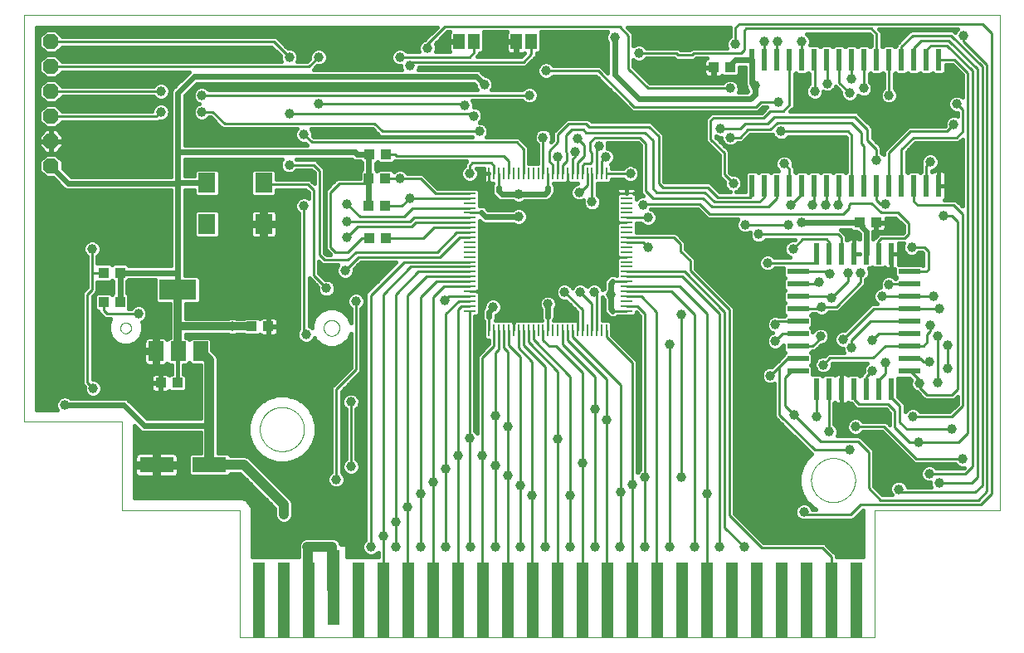
<source format=gtl>
G75*
%MOIN*%
%OFA0B0*%
%FSLAX25Y25*%
%IPPOS*%
%LPD*%
%AMOC8*
5,1,8,0,0,1.08239X$1,22.5*
%
%ADD10R,0.02362X0.08661*%
%ADD11R,0.08661X0.02362*%
%ADD12R,0.05900X0.07900*%
%ADD13R,0.15000X0.07900*%
%ADD14C,0.00000*%
%ADD15R,0.05000X0.30000*%
%ADD16R,0.07087X0.07874*%
%ADD17R,0.04724X0.00945*%
%ADD18R,0.00945X0.04724*%
%ADD19R,0.04331X0.03937*%
%ADD20R,0.13780X0.06299*%
%ADD21OC8,0.06300*%
%ADD22R,0.04600X0.06300*%
%ADD23R,0.03937X0.04331*%
%ADD24C,0.03962*%
%ADD25C,0.04000*%
%ADD26C,0.02400*%
%ADD27C,0.01600*%
%ADD28C,0.01000*%
%ADD29C,0.03200*%
D10*
X0297303Y0186512D03*
X0302303Y0186512D03*
X0307303Y0186512D03*
X0312303Y0186512D03*
X0317303Y0186512D03*
X0322303Y0186512D03*
X0327303Y0186512D03*
X0332303Y0186512D03*
X0337303Y0186512D03*
X0342303Y0186512D03*
X0347303Y0186512D03*
X0352303Y0186512D03*
X0357303Y0186512D03*
X0362303Y0186512D03*
X0367303Y0186512D03*
X0372303Y0186512D03*
X0353185Y0159189D03*
X0348185Y0159189D03*
X0343185Y0159189D03*
X0338185Y0159189D03*
X0333185Y0159189D03*
X0328185Y0159189D03*
X0323185Y0159189D03*
X0323185Y0104858D03*
X0328185Y0104858D03*
X0333185Y0104858D03*
X0338185Y0104858D03*
X0343185Y0104858D03*
X0348185Y0104858D03*
X0353185Y0104858D03*
X0352303Y0237031D03*
X0347303Y0237031D03*
X0342303Y0237031D03*
X0337303Y0237031D03*
X0332303Y0237031D03*
X0327303Y0237031D03*
X0322303Y0237031D03*
X0317303Y0237031D03*
X0312303Y0237031D03*
X0307303Y0237031D03*
X0302303Y0237031D03*
X0297303Y0237031D03*
X0357303Y0237031D03*
X0362303Y0237031D03*
X0367303Y0237031D03*
X0372303Y0237031D03*
D11*
X0360626Y0152024D03*
X0360626Y0147024D03*
X0360626Y0142024D03*
X0360626Y0137024D03*
X0360626Y0132024D03*
X0360626Y0127024D03*
X0360626Y0122024D03*
X0360626Y0117024D03*
X0360626Y0112024D03*
X0315744Y0112024D03*
X0315744Y0117024D03*
X0315744Y0122024D03*
X0315744Y0127024D03*
X0315744Y0132024D03*
X0315744Y0137024D03*
X0315744Y0142024D03*
X0315744Y0147024D03*
X0315744Y0152024D03*
D12*
X0075785Y0119931D03*
X0066785Y0119931D03*
X0057785Y0119931D03*
D13*
X0066685Y0144731D03*
D14*
X0044370Y0091614D02*
X0044370Y0056181D01*
X0091614Y0056181D01*
X0091614Y0005000D01*
X0346614Y0005000D01*
X0346614Y0056161D01*
X0396732Y0056161D01*
X0396732Y0255000D01*
X0005000Y0255000D01*
X0005000Y0091614D01*
X0044370Y0091614D01*
X0043524Y0129323D02*
X0043526Y0129416D01*
X0043532Y0129508D01*
X0043542Y0129600D01*
X0043556Y0129691D01*
X0043573Y0129782D01*
X0043595Y0129872D01*
X0043620Y0129961D01*
X0043649Y0130049D01*
X0043682Y0130135D01*
X0043719Y0130220D01*
X0043759Y0130304D01*
X0043803Y0130385D01*
X0043850Y0130465D01*
X0043900Y0130543D01*
X0043954Y0130618D01*
X0044011Y0130691D01*
X0044071Y0130761D01*
X0044134Y0130829D01*
X0044200Y0130894D01*
X0044268Y0130956D01*
X0044339Y0131016D01*
X0044413Y0131072D01*
X0044489Y0131125D01*
X0044567Y0131174D01*
X0044647Y0131221D01*
X0044729Y0131263D01*
X0044813Y0131303D01*
X0044898Y0131338D01*
X0044985Y0131370D01*
X0045073Y0131399D01*
X0045162Y0131423D01*
X0045252Y0131444D01*
X0045343Y0131460D01*
X0045435Y0131473D01*
X0045527Y0131482D01*
X0045620Y0131487D01*
X0045712Y0131488D01*
X0045805Y0131485D01*
X0045897Y0131478D01*
X0045989Y0131467D01*
X0046080Y0131452D01*
X0046171Y0131434D01*
X0046261Y0131411D01*
X0046349Y0131385D01*
X0046437Y0131355D01*
X0046523Y0131321D01*
X0046607Y0131284D01*
X0046690Y0131242D01*
X0046771Y0131198D01*
X0046851Y0131150D01*
X0046928Y0131099D01*
X0047002Y0131044D01*
X0047075Y0130986D01*
X0047145Y0130926D01*
X0047212Y0130862D01*
X0047276Y0130796D01*
X0047338Y0130726D01*
X0047396Y0130655D01*
X0047451Y0130581D01*
X0047503Y0130504D01*
X0047552Y0130425D01*
X0047598Y0130345D01*
X0047640Y0130262D01*
X0047678Y0130178D01*
X0047713Y0130092D01*
X0047744Y0130005D01*
X0047771Y0129917D01*
X0047794Y0129827D01*
X0047814Y0129737D01*
X0047830Y0129646D01*
X0047842Y0129554D01*
X0047850Y0129462D01*
X0047854Y0129369D01*
X0047854Y0129277D01*
X0047850Y0129184D01*
X0047842Y0129092D01*
X0047830Y0129000D01*
X0047814Y0128909D01*
X0047794Y0128819D01*
X0047771Y0128729D01*
X0047744Y0128641D01*
X0047713Y0128554D01*
X0047678Y0128468D01*
X0047640Y0128384D01*
X0047598Y0128301D01*
X0047552Y0128221D01*
X0047503Y0128142D01*
X0047451Y0128065D01*
X0047396Y0127991D01*
X0047338Y0127920D01*
X0047276Y0127850D01*
X0047212Y0127784D01*
X0047145Y0127720D01*
X0047075Y0127660D01*
X0047002Y0127602D01*
X0046928Y0127547D01*
X0046851Y0127496D01*
X0046772Y0127448D01*
X0046690Y0127404D01*
X0046607Y0127362D01*
X0046523Y0127325D01*
X0046437Y0127291D01*
X0046349Y0127261D01*
X0046261Y0127235D01*
X0046171Y0127212D01*
X0046080Y0127194D01*
X0045989Y0127179D01*
X0045897Y0127168D01*
X0045805Y0127161D01*
X0045712Y0127158D01*
X0045620Y0127159D01*
X0045527Y0127164D01*
X0045435Y0127173D01*
X0045343Y0127186D01*
X0045252Y0127202D01*
X0045162Y0127223D01*
X0045073Y0127247D01*
X0044985Y0127276D01*
X0044898Y0127308D01*
X0044813Y0127343D01*
X0044729Y0127383D01*
X0044647Y0127425D01*
X0044567Y0127472D01*
X0044489Y0127521D01*
X0044413Y0127574D01*
X0044339Y0127630D01*
X0044268Y0127690D01*
X0044200Y0127752D01*
X0044134Y0127817D01*
X0044071Y0127885D01*
X0044011Y0127955D01*
X0043954Y0128028D01*
X0043900Y0128103D01*
X0043850Y0128181D01*
X0043803Y0128261D01*
X0043759Y0128342D01*
X0043719Y0128426D01*
X0043682Y0128511D01*
X0043649Y0128597D01*
X0043620Y0128685D01*
X0043595Y0128774D01*
X0043573Y0128864D01*
X0043556Y0128955D01*
X0043542Y0129046D01*
X0043532Y0129138D01*
X0043526Y0129230D01*
X0043524Y0129323D01*
X0099607Y0088654D02*
X0099610Y0088871D01*
X0099618Y0089089D01*
X0099631Y0089306D01*
X0099650Y0089522D01*
X0099674Y0089738D01*
X0099703Y0089954D01*
X0099737Y0090168D01*
X0099777Y0090382D01*
X0099822Y0090595D01*
X0099872Y0090806D01*
X0099928Y0091017D01*
X0099988Y0091225D01*
X0100054Y0091433D01*
X0100125Y0091638D01*
X0100201Y0091842D01*
X0100281Y0092044D01*
X0100367Y0092244D01*
X0100457Y0092441D01*
X0100553Y0092637D01*
X0100653Y0092830D01*
X0100758Y0093020D01*
X0100867Y0093208D01*
X0100981Y0093393D01*
X0101100Y0093575D01*
X0101223Y0093755D01*
X0101350Y0093931D01*
X0101482Y0094104D01*
X0101618Y0094273D01*
X0101758Y0094440D01*
X0101902Y0094603D01*
X0102050Y0094762D01*
X0102201Y0094918D01*
X0102357Y0095069D01*
X0102516Y0095217D01*
X0102679Y0095361D01*
X0102846Y0095501D01*
X0103015Y0095637D01*
X0103188Y0095769D01*
X0103364Y0095896D01*
X0103544Y0096019D01*
X0103726Y0096138D01*
X0103911Y0096252D01*
X0104099Y0096361D01*
X0104289Y0096466D01*
X0104482Y0096566D01*
X0104678Y0096662D01*
X0104875Y0096752D01*
X0105075Y0096838D01*
X0105277Y0096918D01*
X0105481Y0096994D01*
X0105686Y0097065D01*
X0105894Y0097131D01*
X0106102Y0097191D01*
X0106313Y0097247D01*
X0106524Y0097297D01*
X0106737Y0097342D01*
X0106951Y0097382D01*
X0107165Y0097416D01*
X0107381Y0097445D01*
X0107597Y0097469D01*
X0107813Y0097488D01*
X0108030Y0097501D01*
X0108248Y0097509D01*
X0108465Y0097512D01*
X0108682Y0097509D01*
X0108900Y0097501D01*
X0109117Y0097488D01*
X0109333Y0097469D01*
X0109549Y0097445D01*
X0109765Y0097416D01*
X0109979Y0097382D01*
X0110193Y0097342D01*
X0110406Y0097297D01*
X0110617Y0097247D01*
X0110828Y0097191D01*
X0111036Y0097131D01*
X0111244Y0097065D01*
X0111449Y0096994D01*
X0111653Y0096918D01*
X0111855Y0096838D01*
X0112055Y0096752D01*
X0112252Y0096662D01*
X0112448Y0096566D01*
X0112641Y0096466D01*
X0112831Y0096361D01*
X0113019Y0096252D01*
X0113204Y0096138D01*
X0113386Y0096019D01*
X0113566Y0095896D01*
X0113742Y0095769D01*
X0113915Y0095637D01*
X0114084Y0095501D01*
X0114251Y0095361D01*
X0114414Y0095217D01*
X0114573Y0095069D01*
X0114729Y0094918D01*
X0114880Y0094762D01*
X0115028Y0094603D01*
X0115172Y0094440D01*
X0115312Y0094273D01*
X0115448Y0094104D01*
X0115580Y0093931D01*
X0115707Y0093755D01*
X0115830Y0093575D01*
X0115949Y0093393D01*
X0116063Y0093208D01*
X0116172Y0093020D01*
X0116277Y0092830D01*
X0116377Y0092637D01*
X0116473Y0092441D01*
X0116563Y0092244D01*
X0116649Y0092044D01*
X0116729Y0091842D01*
X0116805Y0091638D01*
X0116876Y0091433D01*
X0116942Y0091225D01*
X0117002Y0091017D01*
X0117058Y0090806D01*
X0117108Y0090595D01*
X0117153Y0090382D01*
X0117193Y0090168D01*
X0117227Y0089954D01*
X0117256Y0089738D01*
X0117280Y0089522D01*
X0117299Y0089306D01*
X0117312Y0089089D01*
X0117320Y0088871D01*
X0117323Y0088654D01*
X0117320Y0088437D01*
X0117312Y0088219D01*
X0117299Y0088002D01*
X0117280Y0087786D01*
X0117256Y0087570D01*
X0117227Y0087354D01*
X0117193Y0087140D01*
X0117153Y0086926D01*
X0117108Y0086713D01*
X0117058Y0086502D01*
X0117002Y0086291D01*
X0116942Y0086083D01*
X0116876Y0085875D01*
X0116805Y0085670D01*
X0116729Y0085466D01*
X0116649Y0085264D01*
X0116563Y0085064D01*
X0116473Y0084867D01*
X0116377Y0084671D01*
X0116277Y0084478D01*
X0116172Y0084288D01*
X0116063Y0084100D01*
X0115949Y0083915D01*
X0115830Y0083733D01*
X0115707Y0083553D01*
X0115580Y0083377D01*
X0115448Y0083204D01*
X0115312Y0083035D01*
X0115172Y0082868D01*
X0115028Y0082705D01*
X0114880Y0082546D01*
X0114729Y0082390D01*
X0114573Y0082239D01*
X0114414Y0082091D01*
X0114251Y0081947D01*
X0114084Y0081807D01*
X0113915Y0081671D01*
X0113742Y0081539D01*
X0113566Y0081412D01*
X0113386Y0081289D01*
X0113204Y0081170D01*
X0113019Y0081056D01*
X0112831Y0080947D01*
X0112641Y0080842D01*
X0112448Y0080742D01*
X0112252Y0080646D01*
X0112055Y0080556D01*
X0111855Y0080470D01*
X0111653Y0080390D01*
X0111449Y0080314D01*
X0111244Y0080243D01*
X0111036Y0080177D01*
X0110828Y0080117D01*
X0110617Y0080061D01*
X0110406Y0080011D01*
X0110193Y0079966D01*
X0109979Y0079926D01*
X0109765Y0079892D01*
X0109549Y0079863D01*
X0109333Y0079839D01*
X0109117Y0079820D01*
X0108900Y0079807D01*
X0108682Y0079799D01*
X0108465Y0079796D01*
X0108248Y0079799D01*
X0108030Y0079807D01*
X0107813Y0079820D01*
X0107597Y0079839D01*
X0107381Y0079863D01*
X0107165Y0079892D01*
X0106951Y0079926D01*
X0106737Y0079966D01*
X0106524Y0080011D01*
X0106313Y0080061D01*
X0106102Y0080117D01*
X0105894Y0080177D01*
X0105686Y0080243D01*
X0105481Y0080314D01*
X0105277Y0080390D01*
X0105075Y0080470D01*
X0104875Y0080556D01*
X0104678Y0080646D01*
X0104482Y0080742D01*
X0104289Y0080842D01*
X0104099Y0080947D01*
X0103911Y0081056D01*
X0103726Y0081170D01*
X0103544Y0081289D01*
X0103364Y0081412D01*
X0103188Y0081539D01*
X0103015Y0081671D01*
X0102846Y0081807D01*
X0102679Y0081947D01*
X0102516Y0082091D01*
X0102357Y0082239D01*
X0102201Y0082390D01*
X0102050Y0082546D01*
X0101902Y0082705D01*
X0101758Y0082868D01*
X0101618Y0083035D01*
X0101482Y0083204D01*
X0101350Y0083377D01*
X0101223Y0083553D01*
X0101100Y0083733D01*
X0100981Y0083915D01*
X0100867Y0084100D01*
X0100758Y0084288D01*
X0100653Y0084478D01*
X0100553Y0084671D01*
X0100457Y0084867D01*
X0100367Y0085064D01*
X0100281Y0085264D01*
X0100201Y0085466D01*
X0100125Y0085670D01*
X0100054Y0085875D01*
X0099988Y0086083D01*
X0099928Y0086291D01*
X0099872Y0086502D01*
X0099822Y0086713D01*
X0099777Y0086926D01*
X0099737Y0087140D01*
X0099703Y0087354D01*
X0099674Y0087570D01*
X0099650Y0087786D01*
X0099631Y0088002D01*
X0099618Y0088219D01*
X0099610Y0088437D01*
X0099607Y0088654D01*
X0125216Y0129323D02*
X0125218Y0129435D01*
X0125224Y0129546D01*
X0125234Y0129658D01*
X0125248Y0129769D01*
X0125265Y0129879D01*
X0125287Y0129989D01*
X0125313Y0130098D01*
X0125342Y0130206D01*
X0125375Y0130312D01*
X0125412Y0130418D01*
X0125453Y0130522D01*
X0125498Y0130625D01*
X0125546Y0130726D01*
X0125597Y0130825D01*
X0125652Y0130922D01*
X0125711Y0131017D01*
X0125772Y0131111D01*
X0125837Y0131202D01*
X0125906Y0131290D01*
X0125977Y0131376D01*
X0126051Y0131460D01*
X0126129Y0131540D01*
X0126209Y0131618D01*
X0126292Y0131694D01*
X0126377Y0131766D01*
X0126465Y0131835D01*
X0126555Y0131901D01*
X0126648Y0131963D01*
X0126743Y0132023D01*
X0126840Y0132079D01*
X0126938Y0132131D01*
X0127039Y0132180D01*
X0127141Y0132225D01*
X0127245Y0132267D01*
X0127350Y0132305D01*
X0127457Y0132339D01*
X0127564Y0132369D01*
X0127673Y0132396D01*
X0127782Y0132418D01*
X0127893Y0132437D01*
X0128003Y0132452D01*
X0128115Y0132463D01*
X0128226Y0132470D01*
X0128338Y0132473D01*
X0128450Y0132472D01*
X0128562Y0132467D01*
X0128673Y0132458D01*
X0128784Y0132445D01*
X0128895Y0132428D01*
X0129005Y0132408D01*
X0129114Y0132383D01*
X0129222Y0132355D01*
X0129329Y0132322D01*
X0129435Y0132286D01*
X0129539Y0132246D01*
X0129642Y0132203D01*
X0129744Y0132156D01*
X0129843Y0132105D01*
X0129941Y0132051D01*
X0130037Y0131993D01*
X0130131Y0131932D01*
X0130222Y0131868D01*
X0130311Y0131801D01*
X0130398Y0131730D01*
X0130482Y0131656D01*
X0130564Y0131580D01*
X0130642Y0131500D01*
X0130718Y0131418D01*
X0130791Y0131333D01*
X0130861Y0131246D01*
X0130927Y0131156D01*
X0130991Y0131064D01*
X0131051Y0130970D01*
X0131108Y0130874D01*
X0131161Y0130775D01*
X0131211Y0130675D01*
X0131257Y0130574D01*
X0131300Y0130470D01*
X0131339Y0130365D01*
X0131374Y0130259D01*
X0131405Y0130152D01*
X0131433Y0130043D01*
X0131456Y0129934D01*
X0131476Y0129824D01*
X0131492Y0129713D01*
X0131504Y0129602D01*
X0131512Y0129491D01*
X0131516Y0129379D01*
X0131516Y0129267D01*
X0131512Y0129155D01*
X0131504Y0129044D01*
X0131492Y0128933D01*
X0131476Y0128822D01*
X0131456Y0128712D01*
X0131433Y0128603D01*
X0131405Y0128494D01*
X0131374Y0128387D01*
X0131339Y0128281D01*
X0131300Y0128176D01*
X0131257Y0128072D01*
X0131211Y0127971D01*
X0131161Y0127871D01*
X0131108Y0127772D01*
X0131051Y0127676D01*
X0130991Y0127582D01*
X0130927Y0127490D01*
X0130861Y0127400D01*
X0130791Y0127313D01*
X0130718Y0127228D01*
X0130642Y0127146D01*
X0130564Y0127066D01*
X0130482Y0126990D01*
X0130398Y0126916D01*
X0130311Y0126845D01*
X0130222Y0126778D01*
X0130131Y0126714D01*
X0130037Y0126653D01*
X0129941Y0126595D01*
X0129843Y0126541D01*
X0129744Y0126490D01*
X0129642Y0126443D01*
X0129539Y0126400D01*
X0129435Y0126360D01*
X0129329Y0126324D01*
X0129222Y0126291D01*
X0129114Y0126263D01*
X0129005Y0126238D01*
X0128895Y0126218D01*
X0128784Y0126201D01*
X0128673Y0126188D01*
X0128562Y0126179D01*
X0128450Y0126174D01*
X0128338Y0126173D01*
X0128226Y0126176D01*
X0128115Y0126183D01*
X0128003Y0126194D01*
X0127893Y0126209D01*
X0127782Y0126228D01*
X0127673Y0126250D01*
X0127564Y0126277D01*
X0127457Y0126307D01*
X0127350Y0126341D01*
X0127245Y0126379D01*
X0127141Y0126421D01*
X0127039Y0126466D01*
X0126938Y0126515D01*
X0126840Y0126567D01*
X0126743Y0126623D01*
X0126648Y0126683D01*
X0126555Y0126745D01*
X0126465Y0126811D01*
X0126377Y0126880D01*
X0126292Y0126952D01*
X0126209Y0127028D01*
X0126129Y0127106D01*
X0126051Y0127186D01*
X0125977Y0127270D01*
X0125906Y0127356D01*
X0125837Y0127444D01*
X0125772Y0127535D01*
X0125711Y0127629D01*
X0125652Y0127724D01*
X0125597Y0127821D01*
X0125546Y0127920D01*
X0125498Y0128021D01*
X0125453Y0128124D01*
X0125412Y0128228D01*
X0125375Y0128334D01*
X0125342Y0128440D01*
X0125313Y0128548D01*
X0125287Y0128657D01*
X0125265Y0128767D01*
X0125248Y0128877D01*
X0125234Y0128988D01*
X0125224Y0129100D01*
X0125218Y0129211D01*
X0125216Y0129323D01*
X0321024Y0068185D02*
X0321027Y0068402D01*
X0321035Y0068620D01*
X0321048Y0068837D01*
X0321067Y0069053D01*
X0321091Y0069269D01*
X0321120Y0069485D01*
X0321154Y0069699D01*
X0321194Y0069913D01*
X0321239Y0070126D01*
X0321289Y0070337D01*
X0321345Y0070548D01*
X0321405Y0070756D01*
X0321471Y0070964D01*
X0321542Y0071169D01*
X0321618Y0071373D01*
X0321698Y0071575D01*
X0321784Y0071775D01*
X0321874Y0071972D01*
X0321970Y0072168D01*
X0322070Y0072361D01*
X0322175Y0072551D01*
X0322284Y0072739D01*
X0322398Y0072924D01*
X0322517Y0073106D01*
X0322640Y0073286D01*
X0322767Y0073462D01*
X0322899Y0073635D01*
X0323035Y0073804D01*
X0323175Y0073971D01*
X0323319Y0074134D01*
X0323467Y0074293D01*
X0323618Y0074449D01*
X0323774Y0074600D01*
X0323933Y0074748D01*
X0324096Y0074892D01*
X0324263Y0075032D01*
X0324432Y0075168D01*
X0324605Y0075300D01*
X0324781Y0075427D01*
X0324961Y0075550D01*
X0325143Y0075669D01*
X0325328Y0075783D01*
X0325516Y0075892D01*
X0325706Y0075997D01*
X0325899Y0076097D01*
X0326095Y0076193D01*
X0326292Y0076283D01*
X0326492Y0076369D01*
X0326694Y0076449D01*
X0326898Y0076525D01*
X0327103Y0076596D01*
X0327311Y0076662D01*
X0327519Y0076722D01*
X0327730Y0076778D01*
X0327941Y0076828D01*
X0328154Y0076873D01*
X0328368Y0076913D01*
X0328582Y0076947D01*
X0328798Y0076976D01*
X0329014Y0077000D01*
X0329230Y0077019D01*
X0329447Y0077032D01*
X0329665Y0077040D01*
X0329882Y0077043D01*
X0330099Y0077040D01*
X0330317Y0077032D01*
X0330534Y0077019D01*
X0330750Y0077000D01*
X0330966Y0076976D01*
X0331182Y0076947D01*
X0331396Y0076913D01*
X0331610Y0076873D01*
X0331823Y0076828D01*
X0332034Y0076778D01*
X0332245Y0076722D01*
X0332453Y0076662D01*
X0332661Y0076596D01*
X0332866Y0076525D01*
X0333070Y0076449D01*
X0333272Y0076369D01*
X0333472Y0076283D01*
X0333669Y0076193D01*
X0333865Y0076097D01*
X0334058Y0075997D01*
X0334248Y0075892D01*
X0334436Y0075783D01*
X0334621Y0075669D01*
X0334803Y0075550D01*
X0334983Y0075427D01*
X0335159Y0075300D01*
X0335332Y0075168D01*
X0335501Y0075032D01*
X0335668Y0074892D01*
X0335831Y0074748D01*
X0335990Y0074600D01*
X0336146Y0074449D01*
X0336297Y0074293D01*
X0336445Y0074134D01*
X0336589Y0073971D01*
X0336729Y0073804D01*
X0336865Y0073635D01*
X0336997Y0073462D01*
X0337124Y0073286D01*
X0337247Y0073106D01*
X0337366Y0072924D01*
X0337480Y0072739D01*
X0337589Y0072551D01*
X0337694Y0072361D01*
X0337794Y0072168D01*
X0337890Y0071972D01*
X0337980Y0071775D01*
X0338066Y0071575D01*
X0338146Y0071373D01*
X0338222Y0071169D01*
X0338293Y0070964D01*
X0338359Y0070756D01*
X0338419Y0070548D01*
X0338475Y0070337D01*
X0338525Y0070126D01*
X0338570Y0069913D01*
X0338610Y0069699D01*
X0338644Y0069485D01*
X0338673Y0069269D01*
X0338697Y0069053D01*
X0338716Y0068837D01*
X0338729Y0068620D01*
X0338737Y0068402D01*
X0338740Y0068185D01*
X0338737Y0067968D01*
X0338729Y0067750D01*
X0338716Y0067533D01*
X0338697Y0067317D01*
X0338673Y0067101D01*
X0338644Y0066885D01*
X0338610Y0066671D01*
X0338570Y0066457D01*
X0338525Y0066244D01*
X0338475Y0066033D01*
X0338419Y0065822D01*
X0338359Y0065614D01*
X0338293Y0065406D01*
X0338222Y0065201D01*
X0338146Y0064997D01*
X0338066Y0064795D01*
X0337980Y0064595D01*
X0337890Y0064398D01*
X0337794Y0064202D01*
X0337694Y0064009D01*
X0337589Y0063819D01*
X0337480Y0063631D01*
X0337366Y0063446D01*
X0337247Y0063264D01*
X0337124Y0063084D01*
X0336997Y0062908D01*
X0336865Y0062735D01*
X0336729Y0062566D01*
X0336589Y0062399D01*
X0336445Y0062236D01*
X0336297Y0062077D01*
X0336146Y0061921D01*
X0335990Y0061770D01*
X0335831Y0061622D01*
X0335668Y0061478D01*
X0335501Y0061338D01*
X0335332Y0061202D01*
X0335159Y0061070D01*
X0334983Y0060943D01*
X0334803Y0060820D01*
X0334621Y0060701D01*
X0334436Y0060587D01*
X0334248Y0060478D01*
X0334058Y0060373D01*
X0333865Y0060273D01*
X0333669Y0060177D01*
X0333472Y0060087D01*
X0333272Y0060001D01*
X0333070Y0059921D01*
X0332866Y0059845D01*
X0332661Y0059774D01*
X0332453Y0059708D01*
X0332245Y0059648D01*
X0332034Y0059592D01*
X0331823Y0059542D01*
X0331610Y0059497D01*
X0331396Y0059457D01*
X0331182Y0059423D01*
X0330966Y0059394D01*
X0330750Y0059370D01*
X0330534Y0059351D01*
X0330317Y0059338D01*
X0330099Y0059330D01*
X0329882Y0059327D01*
X0329665Y0059330D01*
X0329447Y0059338D01*
X0329230Y0059351D01*
X0329014Y0059370D01*
X0328798Y0059394D01*
X0328582Y0059423D01*
X0328368Y0059457D01*
X0328154Y0059497D01*
X0327941Y0059542D01*
X0327730Y0059592D01*
X0327519Y0059648D01*
X0327311Y0059708D01*
X0327103Y0059774D01*
X0326898Y0059845D01*
X0326694Y0059921D01*
X0326492Y0060001D01*
X0326292Y0060087D01*
X0326095Y0060177D01*
X0325899Y0060273D01*
X0325706Y0060373D01*
X0325516Y0060478D01*
X0325328Y0060587D01*
X0325143Y0060701D01*
X0324961Y0060820D01*
X0324781Y0060943D01*
X0324605Y0061070D01*
X0324432Y0061202D01*
X0324263Y0061338D01*
X0324096Y0061478D01*
X0323933Y0061622D01*
X0323774Y0061770D01*
X0323618Y0061921D01*
X0323467Y0062077D01*
X0323319Y0062236D01*
X0323175Y0062399D01*
X0323035Y0062566D01*
X0322899Y0062735D01*
X0322767Y0062908D01*
X0322640Y0063084D01*
X0322517Y0063264D01*
X0322398Y0063446D01*
X0322284Y0063631D01*
X0322175Y0063819D01*
X0322070Y0064009D01*
X0321970Y0064202D01*
X0321874Y0064398D01*
X0321784Y0064595D01*
X0321698Y0064795D01*
X0321618Y0064997D01*
X0321542Y0065201D01*
X0321471Y0065406D01*
X0321405Y0065614D01*
X0321345Y0065822D01*
X0321289Y0066033D01*
X0321239Y0066244D01*
X0321194Y0066457D01*
X0321154Y0066671D01*
X0321120Y0066885D01*
X0321091Y0067101D01*
X0321067Y0067317D01*
X0321048Y0067533D01*
X0321035Y0067750D01*
X0321027Y0067968D01*
X0321024Y0068185D01*
X0346614Y0056181D02*
X0346614Y0056161D01*
D15*
X0339114Y0020000D03*
X0329114Y0020000D03*
X0319114Y0020000D03*
X0309114Y0020000D03*
X0299114Y0020000D03*
X0289114Y0020000D03*
X0279114Y0020000D03*
X0269114Y0020000D03*
X0259114Y0020000D03*
X0249114Y0020000D03*
X0239114Y0020000D03*
X0229114Y0020000D03*
X0219114Y0020000D03*
X0209114Y0020000D03*
X0199114Y0020000D03*
X0189114Y0020000D03*
X0179114Y0020000D03*
X0169114Y0020000D03*
X0159114Y0020000D03*
X0149114Y0020000D03*
X0139114Y0020000D03*
X0129114Y0025000D03*
X0119114Y0020000D03*
X0109114Y0020000D03*
X0099114Y0020000D03*
D16*
X0101102Y0171063D03*
X0078268Y0171063D03*
X0078268Y0187598D03*
X0101102Y0187598D03*
D17*
X0183819Y0183465D03*
X0183819Y0181496D03*
X0183819Y0179528D03*
X0183819Y0177559D03*
X0183819Y0175591D03*
X0183819Y0173622D03*
X0183819Y0171654D03*
X0183819Y0169685D03*
X0183819Y0167717D03*
X0183819Y0165748D03*
X0183819Y0163780D03*
X0183819Y0161811D03*
X0183819Y0159843D03*
X0183819Y0157874D03*
X0183819Y0155906D03*
X0183819Y0153937D03*
X0183819Y0151969D03*
X0183819Y0150000D03*
X0183819Y0148031D03*
X0183819Y0146063D03*
X0183819Y0144094D03*
X0183819Y0142126D03*
X0183819Y0140157D03*
X0183819Y0138189D03*
X0183819Y0136220D03*
X0246811Y0136220D03*
X0246811Y0138189D03*
X0246811Y0140157D03*
X0246811Y0142126D03*
X0246811Y0144094D03*
X0246811Y0146063D03*
X0246811Y0148031D03*
X0246811Y0150000D03*
X0246811Y0151969D03*
X0246811Y0153937D03*
X0246811Y0155906D03*
X0246811Y0157874D03*
X0246811Y0159843D03*
X0246811Y0161811D03*
X0246811Y0163780D03*
X0246811Y0165748D03*
X0246811Y0167717D03*
X0246811Y0169685D03*
X0246811Y0171654D03*
X0246811Y0173622D03*
X0246811Y0175591D03*
X0246811Y0177559D03*
X0246811Y0179528D03*
X0246811Y0181496D03*
X0246811Y0183465D03*
D18*
X0238937Y0191339D03*
X0236969Y0191339D03*
X0235000Y0191339D03*
X0233031Y0191339D03*
X0231063Y0191339D03*
X0229094Y0191339D03*
X0227126Y0191339D03*
X0225157Y0191339D03*
X0223189Y0191339D03*
X0221220Y0191339D03*
X0219252Y0191339D03*
X0217283Y0191339D03*
X0215315Y0191339D03*
X0213346Y0191339D03*
X0211378Y0191339D03*
X0209409Y0191339D03*
X0207441Y0191339D03*
X0205472Y0191339D03*
X0203504Y0191339D03*
X0201535Y0191339D03*
X0199567Y0191339D03*
X0197598Y0191339D03*
X0195630Y0191339D03*
X0193661Y0191339D03*
X0191693Y0191339D03*
X0191693Y0128346D03*
X0193661Y0128346D03*
X0195630Y0128346D03*
X0197598Y0128346D03*
X0199567Y0128346D03*
X0201535Y0128346D03*
X0203504Y0128346D03*
X0205472Y0128346D03*
X0207441Y0128346D03*
X0209409Y0128346D03*
X0211378Y0128346D03*
X0213346Y0128346D03*
X0215315Y0128346D03*
X0217283Y0128346D03*
X0219252Y0128346D03*
X0221220Y0128346D03*
X0223189Y0128346D03*
X0225157Y0128346D03*
X0227126Y0128346D03*
X0229094Y0128346D03*
X0231063Y0128346D03*
X0233031Y0128346D03*
X0235000Y0128346D03*
X0236969Y0128346D03*
X0238937Y0128346D03*
D19*
X0340429Y0171717D03*
X0347122Y0171717D03*
X0288575Y0233992D03*
X0281882Y0233992D03*
X0103031Y0129917D03*
X0096339Y0129917D03*
X0066531Y0107268D03*
X0059839Y0107268D03*
D20*
X0058055Y0074331D03*
X0079315Y0074331D03*
D21*
X0015685Y0194331D03*
X0015685Y0204331D03*
X0015685Y0214331D03*
X0015685Y0224331D03*
X0015685Y0234331D03*
X0015685Y0244331D03*
D22*
X0179685Y0244331D03*
X0185685Y0244331D03*
X0202685Y0244331D03*
X0208685Y0244331D03*
D23*
X0150157Y0199213D03*
X0143465Y0199213D03*
X0143339Y0189331D03*
X0150031Y0189331D03*
X0150031Y0178331D03*
X0143339Y0178331D03*
X0143465Y0165354D03*
X0150157Y0165354D03*
X0043465Y0151575D03*
X0036772Y0151575D03*
X0036772Y0139764D03*
X0043465Y0139764D03*
D24*
X0050748Y0135039D03*
X0032244Y0161024D03*
X0090118Y0140945D03*
X0088543Y0129921D03*
X0118071Y0126772D03*
X0138150Y0140157D03*
X0126339Y0145276D03*
X0133819Y0152362D03*
X0134606Y0165748D03*
X0134606Y0172047D03*
X0134606Y0179134D03*
X0117283Y0178346D03*
X0111378Y0194882D03*
X0117283Y0207087D03*
X0111378Y0215354D03*
X0123189Y0219291D03*
X0136969Y0207874D03*
X0135394Y0194488D03*
X0155866Y0189370D03*
X0159803Y0181496D03*
X0183819Y0191339D03*
X0203504Y0183071D03*
X0203504Y0174016D03*
X0205472Y0157480D03*
X0222008Y0143701D03*
X0228307Y0143701D03*
X0233819Y0143701D03*
X0240512Y0142913D03*
X0247598Y0129921D03*
X0264134Y0122835D03*
X0268858Y0134646D03*
X0290118Y0150394D03*
X0303504Y0155512D03*
X0313740Y0161024D03*
X0299961Y0166929D03*
X0294449Y0170866D03*
X0311772Y0170866D03*
X0317283Y0171654D03*
X0312953Y0178740D03*
X0321614Y0178740D03*
X0326732Y0178740D03*
X0331850Y0178740D03*
X0336575Y0166929D03*
X0350748Y0179134D03*
X0354291Y0170079D03*
X0361378Y0161811D03*
X0357441Y0156299D03*
X0352323Y0146850D03*
X0349567Y0142126D03*
X0340906Y0151575D03*
X0335787Y0151575D03*
X0328701Y0151181D03*
X0324370Y0147638D03*
X0329094Y0141339D03*
X0325157Y0137795D03*
X0324764Y0125984D03*
X0333819Y0124803D03*
X0337362Y0121260D03*
X0345630Y0124409D03*
X0350748Y0115354D03*
X0345630Y0112205D03*
X0364528Y0107087D03*
X0362165Y0100394D03*
X0372008Y0107480D03*
X0375945Y0112992D03*
X0368465Y0115748D03*
X0375945Y0122441D03*
X0372008Y0125984D03*
X0368858Y0130315D03*
X0372402Y0137008D03*
X0370039Y0142126D03*
X0374370Y0174409D03*
X0368858Y0196063D03*
X0378701Y0198425D03*
X0378307Y0211024D03*
X0379488Y0219291D03*
X0374370Y0225591D03*
X0352323Y0222835D03*
X0342087Y0225591D03*
X0336575Y0223622D03*
X0337362Y0229528D03*
X0327520Y0227559D03*
X0322402Y0224409D03*
X0307835Y0220079D03*
X0298386Y0226772D03*
X0288543Y0225591D03*
X0275157Y0233858D03*
X0269646Y0242913D03*
X0251929Y0239764D03*
X0242087Y0246063D03*
X0214528Y0232677D03*
X0207835Y0222835D03*
X0223976Y0222441D03*
X0245630Y0214961D03*
X0227126Y0205512D03*
X0235787Y0202362D03*
X0238543Y0198031D03*
X0249961Y0198819D03*
X0248386Y0191339D03*
X0233031Y0179921D03*
X0227913Y0183858D03*
X0226339Y0200000D03*
X0219252Y0198031D03*
X0213346Y0205906D03*
X0187756Y0208268D03*
X0185394Y0214567D03*
X0181850Y0218898D03*
X0189724Y0227165D03*
X0193661Y0240945D03*
X0173189Y0241732D03*
X0166890Y0241732D03*
X0155866Y0238189D03*
X0159803Y0234646D03*
X0123189Y0238189D03*
X0111378Y0238189D03*
X0076339Y0222835D03*
X0076339Y0216142D03*
X0059803Y0216142D03*
X0059803Y0224409D03*
X0092874Y0205906D03*
X0173976Y0140551D03*
X0193268Y0137795D03*
X0201535Y0134646D03*
X0215315Y0138976D03*
X0222402Y0134646D03*
X0255472Y0161811D03*
X0255472Y0173622D03*
X0253504Y0178740D03*
X0280669Y0192520D03*
X0289724Y0187402D03*
X0303110Y0202362D03*
X0310197Y0195276D03*
X0309016Y0208268D03*
X0327913Y0201575D03*
X0347205Y0196850D03*
X0347205Y0206693D03*
X0290512Y0243307D03*
X0302323Y0244488D03*
X0307441Y0244488D03*
X0317283Y0244488D03*
X0334213Y0245669D03*
X0353898Y0247244D03*
X0382244Y0246850D03*
X0288543Y0205906D03*
X0284606Y0209449D03*
X0267283Y0211811D03*
X0306654Y0130709D03*
X0306654Y0124016D03*
X0325945Y0114567D03*
X0304685Y0110236D03*
X0314134Y0094488D03*
X0323189Y0093701D03*
X0328307Y0087795D03*
X0338937Y0089764D03*
X0336575Y0080315D03*
X0351142Y0077953D03*
X0364134Y0083465D03*
X0377520Y0088583D03*
X0361772Y0093701D03*
X0381850Y0076772D03*
X0372402Y0066929D03*
X0368465Y0070866D03*
X0356260Y0064567D03*
X0318071Y0055512D03*
X0294055Y0041339D03*
X0284185Y0041331D03*
X0274185Y0041331D03*
X0264185Y0041331D03*
X0254185Y0041331D03*
X0244185Y0041331D03*
X0234185Y0041331D03*
X0224185Y0041331D03*
X0214185Y0041331D03*
X0204185Y0041331D03*
X0194185Y0041331D03*
X0184185Y0041331D03*
X0174185Y0041331D03*
X0164185Y0041331D03*
X0154185Y0041331D03*
X0149173Y0045669D03*
X0144185Y0041331D03*
X0154291Y0051575D03*
X0159016Y0057480D03*
X0164134Y0062598D03*
X0169252Y0067323D03*
X0174370Y0072835D03*
X0179094Y0077953D03*
X0188937Y0077953D03*
X0194055Y0074016D03*
X0199173Y0070079D03*
X0204291Y0066142D03*
X0209016Y0062205D03*
X0224370Y0062205D03*
X0229094Y0075197D03*
X0219252Y0084646D03*
X0234213Y0096850D03*
X0238937Y0092520D03*
X0254291Y0069291D03*
X0249173Y0066535D03*
X0244449Y0063386D03*
X0268858Y0069291D03*
X0279094Y0062598D03*
X0279114Y0062598D03*
X0199173Y0089764D03*
X0194055Y0094094D03*
X0183819Y0085039D03*
X0136181Y0073622D03*
X0130276Y0068504D03*
X0129882Y0054724D03*
X0123189Y0054724D03*
X0109185Y0054331D03*
X0136181Y0099606D03*
X0032638Y0105118D03*
X0021220Y0098425D03*
D25*
X0075785Y0119931D02*
X0079315Y0116401D01*
X0079315Y0089370D01*
X0079315Y0074331D01*
X0093185Y0074331D01*
X0109185Y0058331D01*
X0109185Y0054331D01*
X0118685Y0041331D02*
X0118799Y0041331D01*
X0119114Y0020000D01*
X0128685Y0024331D02*
X0128685Y0041331D01*
X0118799Y0041331D01*
X0129114Y0025000D02*
X0128685Y0024331D01*
D26*
X0079315Y0089370D02*
X0078528Y0090157D01*
X0053110Y0090157D01*
X0044843Y0098425D01*
X0021220Y0098425D01*
X0043465Y0139764D02*
X0043465Y0151575D01*
X0066685Y0151575D01*
X0066685Y0187402D01*
X0022614Y0187402D01*
X0015685Y0194331D01*
X0066685Y0199213D02*
X0066685Y0187402D01*
X0066882Y0187598D01*
X0078268Y0187598D01*
X0066685Y0199213D02*
X0067472Y0200000D01*
X0137756Y0200000D01*
X0138543Y0199213D01*
X0143465Y0199213D01*
X0143339Y0199087D01*
X0143339Y0189331D01*
X0143339Y0187402D01*
X0143339Y0178331D01*
X0188543Y0175591D02*
X0190118Y0174016D01*
X0203504Y0174016D01*
X0203504Y0183071D02*
X0196811Y0183071D01*
X0195630Y0184252D01*
X0195630Y0185827D01*
X0203504Y0183071D02*
X0214134Y0183071D01*
X0215315Y0184252D01*
X0215315Y0185827D01*
X0251929Y0221260D02*
X0242087Y0231102D01*
X0242087Y0246063D01*
X0251929Y0221260D02*
X0296417Y0221260D01*
X0298386Y0223228D01*
X0298386Y0226772D01*
X0297303Y0227854D01*
X0297303Y0237031D01*
X0297280Y0237008D01*
X0290512Y0237008D01*
X0288575Y0235071D01*
X0288575Y0233992D01*
X0317283Y0171654D02*
X0340366Y0171654D01*
X0340429Y0171717D01*
X0341693Y0170453D01*
X0341693Y0169685D01*
X0343185Y0168193D01*
X0343185Y0159189D01*
X0241299Y0148031D02*
X0240512Y0147244D01*
X0240512Y0142913D01*
X0240512Y0137008D01*
X0241299Y0136220D01*
X0215315Y0133858D02*
X0215315Y0138976D01*
X0193268Y0137795D02*
X0193268Y0137402D01*
X0191693Y0135827D01*
X0191693Y0133858D01*
X0066685Y0144731D02*
X0066534Y0144882D01*
X0066685Y0144731D02*
X0066685Y0151575D01*
X0066685Y0199213D02*
X0066685Y0223811D01*
X0073189Y0230315D01*
X0186575Y0230315D01*
X0189724Y0227165D01*
D27*
X0192233Y0229721D02*
X0212419Y0229721D01*
X0212499Y0229641D02*
X0213815Y0229096D01*
X0215240Y0229096D01*
X0216556Y0229641D01*
X0217492Y0230577D01*
X0234524Y0230577D01*
X0249091Y0216010D01*
X0299649Y0216010D01*
X0300880Y0217240D01*
X0301618Y0217979D01*
X0303159Y0217979D01*
X0301059Y0215880D01*
X0280981Y0215880D01*
X0279799Y0214698D01*
X0278569Y0213468D01*
X0278569Y0204248D01*
X0279799Y0203018D01*
X0279799Y0203018D01*
X0284081Y0198736D01*
X0284081Y0190075D01*
X0286143Y0188013D01*
X0286143Y0186689D01*
X0286688Y0185373D01*
X0287696Y0184366D01*
X0288603Y0183990D01*
X0284295Y0183990D01*
X0281588Y0186697D01*
X0280358Y0187927D01*
X0262248Y0187927D01*
X0261903Y0188271D01*
X0261903Y0207169D01*
X0257966Y0211106D01*
X0256736Y0212336D01*
X0232720Y0212336D01*
X0231539Y0213517D01*
X0222713Y0213517D01*
X0218382Y0209187D01*
X0217152Y0207956D01*
X0217152Y0204807D01*
X0216496Y0204151D01*
X0216928Y0205193D01*
X0216928Y0206618D01*
X0216382Y0207934D01*
X0215375Y0208941D01*
X0214059Y0209487D01*
X0212634Y0209487D01*
X0211318Y0208941D01*
X0210311Y0207934D01*
X0209765Y0206618D01*
X0209765Y0205193D01*
X0210311Y0203877D01*
X0211246Y0202941D01*
X0211246Y0195301D01*
X0207572Y0195301D01*
X0207572Y0202051D01*
X0203586Y0206037D01*
X0190590Y0206037D01*
X0190792Y0206239D01*
X0191337Y0207555D01*
X0191337Y0208980D01*
X0190792Y0210296D01*
X0189784Y0211304D01*
X0188468Y0211849D01*
X0187740Y0211849D01*
X0188430Y0212538D01*
X0188975Y0213855D01*
X0188975Y0215279D01*
X0188430Y0216595D01*
X0187422Y0217603D01*
X0186106Y0218148D01*
X0185416Y0218148D01*
X0185431Y0218185D01*
X0185431Y0219610D01*
X0184966Y0220735D01*
X0204870Y0220735D01*
X0205806Y0219799D01*
X0207122Y0219254D01*
X0208547Y0219254D01*
X0209863Y0219799D01*
X0210871Y0220806D01*
X0211416Y0222122D01*
X0211416Y0223547D01*
X0210871Y0224863D01*
X0209863Y0225871D01*
X0208547Y0226416D01*
X0207122Y0226416D01*
X0205806Y0225871D01*
X0204870Y0224935D01*
X0192558Y0224935D01*
X0192760Y0225137D01*
X0193305Y0226453D01*
X0193305Y0227878D01*
X0192760Y0229194D01*
X0191753Y0230201D01*
X0190437Y0230746D01*
X0190103Y0230746D01*
X0188949Y0231901D01*
X0188161Y0232689D01*
X0187132Y0233115D01*
X0163045Y0233115D01*
X0163384Y0233933D01*
X0163384Y0234120D01*
X0206342Y0234120D01*
X0207572Y0235351D01*
X0210785Y0238563D01*
X0210785Y0239581D01*
X0211648Y0239581D01*
X0212585Y0240518D01*
X0212585Y0248143D01*
X0212435Y0248294D01*
X0239253Y0248294D01*
X0239051Y0248092D01*
X0238506Y0246775D01*
X0238506Y0245351D01*
X0239051Y0244034D01*
X0239287Y0243799D01*
X0239287Y0231754D01*
X0237494Y0233547D01*
X0236264Y0234777D01*
X0217492Y0234777D01*
X0216556Y0235713D01*
X0215240Y0236258D01*
X0213815Y0236258D01*
X0212499Y0235713D01*
X0211492Y0234706D01*
X0210946Y0233389D01*
X0210946Y0231965D01*
X0211492Y0230649D01*
X0212499Y0229641D01*
X0211214Y0231319D02*
X0189530Y0231319D01*
X0188949Y0231901D02*
X0188949Y0231901D01*
X0187608Y0232918D02*
X0210946Y0232918D01*
X0211413Y0234516D02*
X0206738Y0234516D01*
X0208337Y0236115D02*
X0213469Y0236115D01*
X0215586Y0236115D02*
X0239287Y0236115D01*
X0239287Y0237713D02*
X0209935Y0237713D01*
X0210785Y0239312D02*
X0239287Y0239312D01*
X0239287Y0240910D02*
X0212585Y0240910D01*
X0212585Y0242509D02*
X0239287Y0242509D01*
X0239020Y0244107D02*
X0212585Y0244107D01*
X0212585Y0245706D02*
X0238506Y0245706D01*
X0238725Y0247304D02*
X0212585Y0247304D01*
X0203035Y0243981D02*
X0203035Y0239381D01*
X0205222Y0239381D01*
X0205680Y0239503D01*
X0205814Y0239581D01*
X0205863Y0239581D01*
X0204603Y0238320D01*
X0186920Y0238320D01*
X0187785Y0239185D01*
X0187785Y0239581D01*
X0188648Y0239581D01*
X0189585Y0240518D01*
X0189585Y0248143D01*
X0189435Y0248294D01*
X0198776Y0248294D01*
X0198708Y0248175D01*
X0198585Y0247718D01*
X0198585Y0244681D01*
X0202335Y0244681D01*
X0202335Y0243981D01*
X0198585Y0243981D01*
X0198585Y0240944D01*
X0198708Y0240486D01*
X0198945Y0240075D01*
X0199280Y0239740D01*
X0199690Y0239503D01*
X0200148Y0239381D01*
X0202335Y0239381D01*
X0202335Y0243981D01*
X0203035Y0243981D01*
X0202335Y0244107D02*
X0189585Y0244107D01*
X0189585Y0242509D02*
X0198585Y0242509D01*
X0198594Y0240910D02*
X0189585Y0240910D01*
X0187785Y0239312D02*
X0205594Y0239312D01*
X0203035Y0240910D02*
X0202335Y0240910D01*
X0202335Y0242509D02*
X0203035Y0242509D01*
X0198585Y0245706D02*
X0189585Y0245706D01*
X0189585Y0247304D02*
X0198585Y0247304D01*
X0179335Y0244681D02*
X0179335Y0243981D01*
X0175585Y0243981D01*
X0175585Y0240944D01*
X0175708Y0240486D01*
X0175821Y0240289D01*
X0170168Y0240289D01*
X0170471Y0241020D01*
X0170471Y0242445D01*
X0170039Y0243487D01*
X0174846Y0248294D01*
X0175776Y0248294D01*
X0175708Y0248175D01*
X0175585Y0247718D01*
X0175585Y0244681D01*
X0179335Y0244681D01*
X0179335Y0244107D02*
X0170660Y0244107D01*
X0170444Y0242509D02*
X0175585Y0242509D01*
X0175594Y0240910D02*
X0170425Y0240910D01*
X0163611Y0240289D02*
X0158831Y0240289D01*
X0157895Y0241225D01*
X0156578Y0241770D01*
X0155154Y0241770D01*
X0153838Y0241225D01*
X0152830Y0240217D01*
X0152285Y0238901D01*
X0152285Y0237477D01*
X0152830Y0236160D01*
X0153838Y0235153D01*
X0155154Y0234608D01*
X0156222Y0234608D01*
X0156222Y0233933D01*
X0156561Y0233115D01*
X0121085Y0233115D01*
X0122578Y0234608D01*
X0123901Y0234608D01*
X0125217Y0235153D01*
X0126225Y0236160D01*
X0126770Y0237477D01*
X0126770Y0238901D01*
X0126225Y0240217D01*
X0125217Y0241225D01*
X0123901Y0241770D01*
X0122477Y0241770D01*
X0121160Y0241225D01*
X0120153Y0240217D01*
X0119608Y0238901D01*
X0119608Y0237578D01*
X0118461Y0236431D01*
X0114526Y0236431D01*
X0114959Y0237477D01*
X0114959Y0238901D01*
X0114414Y0240217D01*
X0113406Y0241225D01*
X0112090Y0241770D01*
X0110767Y0241770D01*
X0106106Y0246431D01*
X0020303Y0246431D01*
X0017653Y0249081D01*
X0013718Y0249081D01*
X0010935Y0246298D01*
X0010935Y0242363D01*
X0013718Y0239581D01*
X0017653Y0239581D01*
X0020303Y0242231D01*
X0104366Y0242231D01*
X0107797Y0238800D01*
X0107797Y0237477D01*
X0108230Y0236431D01*
X0020303Y0236431D01*
X0017653Y0239081D01*
X0013718Y0239081D01*
X0010935Y0236298D01*
X0010935Y0232363D01*
X0013718Y0229581D01*
X0017653Y0229581D01*
X0020303Y0232231D01*
X0071145Y0232231D01*
X0070815Y0231901D01*
X0064311Y0225397D01*
X0063885Y0224368D01*
X0063885Y0190202D01*
X0023774Y0190202D01*
X0020435Y0193541D01*
X0020435Y0196298D01*
X0017653Y0199081D01*
X0013718Y0199081D01*
X0010935Y0196298D01*
X0010935Y0192363D01*
X0013718Y0189581D01*
X0016475Y0189581D01*
X0021028Y0185028D01*
X0022057Y0184602D01*
X0063885Y0184602D01*
X0063885Y0154375D01*
X0047033Y0154375D01*
X0047033Y0154403D01*
X0046096Y0155340D01*
X0040833Y0155340D01*
X0040118Y0154625D01*
X0039403Y0155340D01*
X0034344Y0155340D01*
X0034344Y0158059D01*
X0035280Y0158995D01*
X0035825Y0160311D01*
X0035825Y0161736D01*
X0035280Y0163052D01*
X0034273Y0164060D01*
X0032956Y0164605D01*
X0031532Y0164605D01*
X0030216Y0164060D01*
X0029208Y0163052D01*
X0028663Y0161736D01*
X0028663Y0160311D01*
X0029208Y0158995D01*
X0030144Y0158059D01*
X0030144Y0145752D01*
X0029406Y0145013D01*
X0028176Y0143783D01*
X0028176Y0106610D01*
X0029057Y0105729D01*
X0029057Y0104406D01*
X0029602Y0103090D01*
X0030609Y0102082D01*
X0031925Y0101537D01*
X0033350Y0101537D01*
X0034666Y0102082D01*
X0035674Y0103090D01*
X0036219Y0104406D01*
X0036219Y0105830D01*
X0035674Y0107147D01*
X0034666Y0108154D01*
X0033350Y0108699D01*
X0032376Y0108699D01*
X0032376Y0142044D01*
X0033114Y0142782D01*
X0034344Y0144012D01*
X0034344Y0147809D01*
X0039403Y0147809D01*
X0040118Y0148525D01*
X0040665Y0147978D01*
X0040665Y0143360D01*
X0040118Y0142814D01*
X0039403Y0143529D01*
X0034140Y0143529D01*
X0033203Y0142592D01*
X0033203Y0136936D01*
X0034140Y0135998D01*
X0034672Y0135998D01*
X0034672Y0135547D01*
X0035902Y0134317D01*
X0036050Y0134170D01*
X0036050Y0134170D01*
X0037280Y0132939D01*
X0039648Y0132939D01*
X0038724Y0130708D01*
X0038724Y0127937D01*
X0039784Y0125377D01*
X0041743Y0123418D01*
X0044303Y0122357D01*
X0047074Y0122357D01*
X0049635Y0123418D01*
X0051594Y0125377D01*
X0052654Y0127937D01*
X0052654Y0130708D01*
X0052214Y0131771D01*
X0052777Y0132003D01*
X0053784Y0133011D01*
X0054329Y0134327D01*
X0054329Y0135752D01*
X0053784Y0137068D01*
X0052777Y0138075D01*
X0051460Y0138620D01*
X0050036Y0138620D01*
X0048720Y0138075D01*
X0047784Y0137139D01*
X0047033Y0137139D01*
X0047033Y0142592D01*
X0046265Y0143360D01*
X0046265Y0147978D01*
X0047033Y0148747D01*
X0047033Y0148775D01*
X0057585Y0148775D01*
X0057585Y0140118D01*
X0058522Y0139181D01*
X0063485Y0139181D01*
X0063485Y0125481D01*
X0063172Y0125481D01*
X0062359Y0124668D01*
X0062175Y0124986D01*
X0061840Y0125321D01*
X0061430Y0125558D01*
X0060972Y0125681D01*
X0058460Y0125681D01*
X0058460Y0120606D01*
X0057110Y0120606D01*
X0057110Y0125681D01*
X0054598Y0125681D01*
X0054140Y0125558D01*
X0053730Y0125321D01*
X0053395Y0124986D01*
X0053158Y0124575D01*
X0053035Y0124118D01*
X0053035Y0120606D01*
X0057110Y0120606D01*
X0057110Y0119256D01*
X0053035Y0119256D01*
X0053035Y0115744D01*
X0053158Y0115286D01*
X0053395Y0114875D01*
X0053730Y0114540D01*
X0054140Y0114303D01*
X0054598Y0114181D01*
X0057110Y0114181D01*
X0057110Y0119256D01*
X0058460Y0119256D01*
X0058460Y0114181D01*
X0060972Y0114181D01*
X0061430Y0114303D01*
X0061840Y0114540D01*
X0062175Y0114875D01*
X0062359Y0115194D01*
X0063172Y0114381D01*
X0064131Y0114381D01*
X0064131Y0110836D01*
X0063703Y0110836D01*
X0063326Y0110459D01*
X0063109Y0110677D01*
X0062699Y0110914D01*
X0062241Y0111036D01*
X0060023Y0111036D01*
X0060023Y0107452D01*
X0059654Y0107452D01*
X0059654Y0107083D01*
X0060023Y0107083D01*
X0060023Y0103499D01*
X0062241Y0103499D01*
X0062699Y0103622D01*
X0063109Y0103859D01*
X0063326Y0104076D01*
X0063703Y0103699D01*
X0069360Y0103699D01*
X0070297Y0104636D01*
X0070297Y0109899D01*
X0069360Y0110836D01*
X0068931Y0110836D01*
X0068931Y0114381D01*
X0070398Y0114381D01*
X0071285Y0115268D01*
X0072172Y0114381D01*
X0075715Y0114381D01*
X0075715Y0092957D01*
X0054270Y0092957D01*
X0046429Y0100799D01*
X0045399Y0101225D01*
X0023485Y0101225D01*
X0023249Y0101461D01*
X0021933Y0102006D01*
X0020508Y0102006D01*
X0019192Y0101461D01*
X0018185Y0100454D01*
X0017639Y0099138D01*
X0017639Y0097713D01*
X0018177Y0096414D01*
X0009800Y0096414D01*
X0009800Y0250200D01*
X0170813Y0250200D01*
X0166020Y0245407D01*
X0165749Y0245136D01*
X0164861Y0244768D01*
X0163854Y0243761D01*
X0163309Y0242445D01*
X0163309Y0241020D01*
X0163611Y0240289D01*
X0163354Y0240910D02*
X0158209Y0240910D01*
X0153523Y0240910D02*
X0125532Y0240910D01*
X0126600Y0239312D02*
X0152455Y0239312D01*
X0152285Y0237713D02*
X0126770Y0237713D01*
X0126179Y0236115D02*
X0152876Y0236115D01*
X0156222Y0234516D02*
X0122486Y0234516D01*
X0119608Y0237713D02*
X0114959Y0237713D01*
X0114789Y0239312D02*
X0119778Y0239312D01*
X0120846Y0240910D02*
X0113721Y0240910D01*
X0110028Y0242509D02*
X0163335Y0242509D01*
X0164200Y0244107D02*
X0108429Y0244107D01*
X0106831Y0245706D02*
X0166319Y0245706D01*
X0167917Y0247304D02*
X0019429Y0247304D01*
X0017830Y0248903D02*
X0169516Y0248903D01*
X0173857Y0247304D02*
X0175585Y0247304D01*
X0175585Y0245706D02*
X0172258Y0245706D01*
X0185415Y0227515D02*
X0186143Y0226787D01*
X0186143Y0226453D01*
X0186688Y0225137D01*
X0186891Y0224935D01*
X0079303Y0224935D01*
X0078367Y0225871D01*
X0077051Y0226416D01*
X0075626Y0226416D01*
X0074310Y0225871D01*
X0073303Y0224863D01*
X0072757Y0223547D01*
X0072757Y0222122D01*
X0073303Y0220806D01*
X0074310Y0219799D01*
X0075060Y0219488D01*
X0074310Y0219178D01*
X0073303Y0218170D01*
X0072757Y0216854D01*
X0072757Y0215429D01*
X0073303Y0214113D01*
X0074310Y0213106D01*
X0075626Y0212561D01*
X0077051Y0212561D01*
X0078367Y0213106D01*
X0079303Y0214042D01*
X0079799Y0214042D01*
X0083294Y0210547D01*
X0084524Y0209317D01*
X0114450Y0209317D01*
X0114248Y0209115D01*
X0113702Y0207799D01*
X0113702Y0206374D01*
X0114248Y0205058D01*
X0115255Y0204051D01*
X0116571Y0203506D01*
X0117895Y0203506D01*
X0118333Y0203067D01*
X0118600Y0202800D01*
X0069485Y0202800D01*
X0069485Y0222651D01*
X0074349Y0227515D01*
X0185415Y0227515D01*
X0186143Y0226524D02*
X0073358Y0226524D01*
X0073365Y0224925D02*
X0071759Y0224925D01*
X0072757Y0223327D02*
X0070161Y0223327D01*
X0069485Y0221728D02*
X0072921Y0221728D01*
X0073979Y0220130D02*
X0069485Y0220130D01*
X0069485Y0218531D02*
X0073664Y0218531D01*
X0072790Y0216933D02*
X0069485Y0216933D01*
X0069485Y0215334D02*
X0072797Y0215334D01*
X0073680Y0213736D02*
X0069485Y0213736D01*
X0069485Y0212137D02*
X0081704Y0212137D01*
X0083294Y0210547D02*
X0083294Y0210547D01*
X0083302Y0210539D02*
X0069485Y0210539D01*
X0069485Y0208940D02*
X0114175Y0208940D01*
X0113702Y0207342D02*
X0069485Y0207342D01*
X0069485Y0205743D02*
X0113964Y0205743D01*
X0115161Y0204145D02*
X0069485Y0204145D01*
X0063885Y0204145D02*
X0020635Y0204145D01*
X0020635Y0204231D02*
X0015785Y0204231D01*
X0015785Y0204431D01*
X0015585Y0204431D01*
X0015585Y0209281D01*
X0013635Y0209281D01*
X0010735Y0206381D01*
X0010735Y0204431D01*
X0015585Y0204431D01*
X0015585Y0204231D01*
X0010735Y0204231D01*
X0010735Y0202280D01*
X0013635Y0199381D01*
X0015585Y0199381D01*
X0015585Y0204231D01*
X0015785Y0204231D01*
X0015785Y0199381D01*
X0017735Y0199381D01*
X0020635Y0202280D01*
X0020635Y0204231D01*
X0020635Y0204431D02*
X0020635Y0206381D01*
X0017735Y0209281D01*
X0015785Y0209281D01*
X0015785Y0204431D01*
X0020635Y0204431D01*
X0020635Y0205743D02*
X0063885Y0205743D01*
X0063885Y0207342D02*
X0019674Y0207342D01*
X0018076Y0208940D02*
X0063885Y0208940D01*
X0063885Y0210539D02*
X0018610Y0210539D01*
X0017653Y0209581D02*
X0013718Y0209581D01*
X0010935Y0212363D01*
X0010935Y0216298D01*
X0013718Y0219081D01*
X0017653Y0219081D01*
X0020303Y0216431D01*
X0056222Y0216431D01*
X0056222Y0216854D01*
X0056767Y0218170D01*
X0057775Y0219178D01*
X0059091Y0219723D01*
X0060515Y0219723D01*
X0061832Y0219178D01*
X0062839Y0218170D01*
X0063384Y0216854D01*
X0063384Y0215429D01*
X0062839Y0214113D01*
X0061832Y0213106D01*
X0060515Y0212561D01*
X0059192Y0212561D01*
X0058862Y0212231D01*
X0020303Y0212231D01*
X0017653Y0209581D01*
X0015785Y0208940D02*
X0015585Y0208940D01*
X0015585Y0207342D02*
X0015785Y0207342D01*
X0015785Y0205743D02*
X0015585Y0205743D01*
X0015585Y0204145D02*
X0015785Y0204145D01*
X0015785Y0202546D02*
X0015585Y0202546D01*
X0015585Y0200948D02*
X0015785Y0200948D01*
X0019302Y0200948D02*
X0063885Y0200948D01*
X0063885Y0202546D02*
X0020635Y0202546D01*
X0018983Y0197751D02*
X0063885Y0197751D01*
X0063885Y0199349D02*
X0009800Y0199349D01*
X0009800Y0197751D02*
X0012387Y0197751D01*
X0010935Y0196152D02*
X0009800Y0196152D01*
X0009800Y0194554D02*
X0010935Y0194554D01*
X0010935Y0192955D02*
X0009800Y0192955D01*
X0009800Y0191357D02*
X0011942Y0191357D01*
X0013540Y0189758D02*
X0009800Y0189758D01*
X0009800Y0188160D02*
X0017896Y0188160D01*
X0019495Y0186561D02*
X0009800Y0186561D01*
X0009800Y0184962D02*
X0021186Y0184962D01*
X0022619Y0191357D02*
X0063885Y0191357D01*
X0063885Y0192955D02*
X0021020Y0192955D01*
X0020435Y0194554D02*
X0063885Y0194554D01*
X0063885Y0196152D02*
X0020435Y0196152D01*
X0012068Y0200948D02*
X0009800Y0200948D01*
X0009800Y0202546D02*
X0010735Y0202546D01*
X0010735Y0204145D02*
X0009800Y0204145D01*
X0009800Y0205743D02*
X0010735Y0205743D01*
X0009800Y0207342D02*
X0011696Y0207342D01*
X0013294Y0208940D02*
X0009800Y0208940D01*
X0009800Y0210539D02*
X0012760Y0210539D01*
X0011161Y0212137D02*
X0009800Y0212137D01*
X0009800Y0213736D02*
X0010935Y0213736D01*
X0010935Y0215334D02*
X0009800Y0215334D01*
X0009800Y0216933D02*
X0011570Y0216933D01*
X0013168Y0218531D02*
X0009800Y0218531D01*
X0009800Y0220130D02*
X0013168Y0220130D01*
X0013718Y0219581D02*
X0017653Y0219581D01*
X0020381Y0222309D01*
X0056839Y0222309D01*
X0057775Y0221374D01*
X0059091Y0220828D01*
X0060515Y0220828D01*
X0061832Y0221374D01*
X0062839Y0222381D01*
X0063384Y0223697D01*
X0063384Y0225122D01*
X0062839Y0226438D01*
X0061832Y0227445D01*
X0060515Y0227991D01*
X0059091Y0227991D01*
X0057775Y0227445D01*
X0056839Y0226509D01*
X0020224Y0226509D01*
X0017653Y0229081D01*
X0013718Y0229081D01*
X0010935Y0226298D01*
X0010935Y0222363D01*
X0013718Y0219581D01*
X0011570Y0221728D02*
X0009800Y0221728D01*
X0009800Y0223327D02*
X0010935Y0223327D01*
X0010935Y0224925D02*
X0009800Y0224925D01*
X0009800Y0226524D02*
X0011161Y0226524D01*
X0009800Y0228122D02*
X0012759Y0228122D01*
X0013577Y0229721D02*
X0009800Y0229721D01*
X0009800Y0231319D02*
X0011979Y0231319D01*
X0010935Y0232918D02*
X0009800Y0232918D01*
X0009800Y0234516D02*
X0010935Y0234516D01*
X0010935Y0236115D02*
X0009800Y0236115D01*
X0009800Y0237713D02*
X0012350Y0237713D01*
X0009800Y0239312D02*
X0107285Y0239312D01*
X0107797Y0237713D02*
X0019020Y0237713D01*
X0018982Y0240910D02*
X0105687Y0240910D01*
X0070234Y0231319D02*
X0019391Y0231319D01*
X0017793Y0229721D02*
X0068635Y0229721D01*
X0067037Y0228122D02*
X0018611Y0228122D01*
X0020209Y0226524D02*
X0056853Y0226524D01*
X0062753Y0226524D02*
X0065438Y0226524D01*
X0064116Y0224925D02*
X0063384Y0224925D01*
X0063231Y0223327D02*
X0063885Y0223327D01*
X0063885Y0221728D02*
X0062186Y0221728D01*
X0063885Y0220130D02*
X0018202Y0220130D01*
X0018202Y0218531D02*
X0057128Y0218531D01*
X0056255Y0216933D02*
X0019801Y0216933D01*
X0019800Y0221728D02*
X0057420Y0221728D01*
X0062478Y0218531D02*
X0063885Y0218531D01*
X0063885Y0216933D02*
X0063352Y0216933D01*
X0063345Y0215334D02*
X0063885Y0215334D01*
X0063885Y0213736D02*
X0062462Y0213736D01*
X0063885Y0212137D02*
X0020209Y0212137D01*
X0012388Y0240910D02*
X0009800Y0240910D01*
X0009800Y0242509D02*
X0010935Y0242509D01*
X0010935Y0244107D02*
X0009800Y0244107D01*
X0009800Y0245706D02*
X0010935Y0245706D01*
X0011941Y0247304D02*
X0009800Y0247304D01*
X0009800Y0248903D02*
X0013540Y0248903D01*
X0078997Y0213736D02*
X0080105Y0213736D01*
X0069485Y0197200D02*
X0108632Y0197200D01*
X0108342Y0196910D01*
X0107797Y0195594D01*
X0107797Y0194170D01*
X0108342Y0192853D01*
X0109349Y0191846D01*
X0110666Y0191301D01*
X0112090Y0191301D01*
X0113406Y0191846D01*
X0114342Y0192782D01*
X0120351Y0192782D01*
X0121483Y0191650D01*
X0121483Y0187353D01*
X0119728Y0189108D01*
X0106246Y0189108D01*
X0106246Y0192198D01*
X0105308Y0193135D01*
X0096896Y0193135D01*
X0095959Y0192198D01*
X0095959Y0182999D01*
X0096896Y0182061D01*
X0105308Y0182061D01*
X0106246Y0182999D01*
X0106246Y0184908D01*
X0117988Y0184908D01*
X0119120Y0183776D01*
X0119120Y0181462D01*
X0117996Y0181928D01*
X0116571Y0181928D01*
X0115255Y0181382D01*
X0114248Y0180375D01*
X0113702Y0179059D01*
X0113702Y0177634D01*
X0114248Y0176318D01*
X0115183Y0175382D01*
X0115183Y0128949D01*
X0115035Y0128800D01*
X0114490Y0127484D01*
X0114490Y0126059D01*
X0115035Y0124743D01*
X0116042Y0123736D01*
X0117359Y0123191D01*
X0118783Y0123191D01*
X0120099Y0123736D01*
X0121107Y0124743D01*
X0121383Y0125409D01*
X0121627Y0124820D01*
X0123863Y0122583D01*
X0126785Y0121373D01*
X0129947Y0121373D01*
X0132869Y0122583D01*
X0135105Y0124820D01*
X0136050Y0127099D01*
X0136050Y0113468D01*
X0129406Y0106824D01*
X0128176Y0105594D01*
X0128176Y0071468D01*
X0127240Y0070532D01*
X0126694Y0069216D01*
X0126694Y0067792D01*
X0127240Y0066475D01*
X0128247Y0065468D01*
X0129563Y0064923D01*
X0130988Y0064923D01*
X0132304Y0065468D01*
X0133311Y0066475D01*
X0133857Y0067792D01*
X0133857Y0069216D01*
X0133311Y0070532D01*
X0132376Y0071468D01*
X0133271Y0071468D01*
X0133145Y0071594D02*
X0134153Y0070586D01*
X0135469Y0070041D01*
X0136893Y0070041D01*
X0138210Y0070586D01*
X0139217Y0071594D01*
X0139762Y0072910D01*
X0139762Y0074334D01*
X0139217Y0075651D01*
X0138281Y0076586D01*
X0138281Y0096642D01*
X0139217Y0097578D01*
X0139762Y0098894D01*
X0139762Y0100319D01*
X0139217Y0101635D01*
X0138210Y0102642D01*
X0136893Y0103187D01*
X0135469Y0103187D01*
X0134153Y0102642D01*
X0133145Y0101635D01*
X0132600Y0100319D01*
X0132600Y0098894D01*
X0133145Y0097578D01*
X0134081Y0096642D01*
X0134081Y0076586D01*
X0133145Y0075651D01*
X0132600Y0074334D01*
X0132600Y0072910D01*
X0133145Y0071594D01*
X0132376Y0071468D02*
X0132376Y0103855D01*
X0140250Y0111729D01*
X0140250Y0137193D01*
X0141186Y0138129D01*
X0141731Y0139445D01*
X0141731Y0140870D01*
X0141186Y0142186D01*
X0140178Y0143193D01*
X0138862Y0143739D01*
X0137437Y0143739D01*
X0136121Y0143193D01*
X0135114Y0142186D01*
X0134569Y0140870D01*
X0134569Y0139445D01*
X0135114Y0138129D01*
X0136050Y0137193D01*
X0136050Y0131547D01*
X0135105Y0133826D01*
X0132869Y0136062D01*
X0129947Y0137272D01*
X0126785Y0137272D01*
X0123863Y0136062D01*
X0121627Y0133826D01*
X0120417Y0130904D01*
X0120417Y0129490D01*
X0120099Y0129808D01*
X0119383Y0130104D01*
X0119383Y0149261D01*
X0122757Y0145887D01*
X0122757Y0144563D01*
X0123303Y0143247D01*
X0124310Y0142240D01*
X0125626Y0141694D01*
X0127051Y0141694D01*
X0128367Y0142240D01*
X0129374Y0143247D01*
X0129920Y0144563D01*
X0129920Y0145988D01*
X0129374Y0147304D01*
X0128367Y0148311D01*
X0127051Y0148857D01*
X0125727Y0148857D01*
X0123320Y0151264D01*
X0123320Y0155954D01*
X0124681Y0154593D01*
X0130985Y0154593D01*
X0130783Y0154391D01*
X0130238Y0153075D01*
X0130238Y0151650D01*
X0130783Y0150334D01*
X0131790Y0149326D01*
X0133107Y0148781D01*
X0134531Y0148781D01*
X0135847Y0149326D01*
X0136855Y0150334D01*
X0137400Y0151650D01*
X0137400Y0152973D01*
X0140201Y0155774D01*
X0154340Y0155774D01*
X0143185Y0144620D01*
X0141955Y0143390D01*
X0141955Y0044165D01*
X0141149Y0043359D01*
X0140604Y0042043D01*
X0140604Y0040618D01*
X0141149Y0039302D01*
X0142157Y0038295D01*
X0143473Y0037750D01*
X0144897Y0037750D01*
X0146214Y0038295D01*
X0147073Y0039154D01*
X0147073Y0037331D01*
X0134685Y0037331D01*
X0134685Y0042331D01*
X0132167Y0042331D01*
X0131737Y0043370D01*
X0130724Y0044383D01*
X0129401Y0044931D01*
X0119488Y0044931D01*
X0119462Y0044941D01*
X0118773Y0044931D01*
X0117969Y0044931D01*
X0116646Y0044383D01*
X0115633Y0043370D01*
X0115085Y0042047D01*
X0115085Y0040615D01*
X0115214Y0040303D01*
X0115258Y0037331D01*
X0096414Y0037331D01*
X0096414Y0057136D01*
X0095683Y0058900D01*
X0094333Y0060250D01*
X0092569Y0060981D01*
X0049170Y0060981D01*
X0049170Y0090138D01*
X0050737Y0088571D01*
X0051524Y0087784D01*
X0052553Y0087357D01*
X0075715Y0087357D01*
X0075715Y0079080D01*
X0071762Y0079080D01*
X0070825Y0078143D01*
X0070825Y0070518D01*
X0071762Y0069581D01*
X0086867Y0069581D01*
X0087805Y0070518D01*
X0087805Y0070731D01*
X0091694Y0070731D01*
X0105585Y0056840D01*
X0105585Y0053615D01*
X0106133Y0052291D01*
X0107146Y0051279D01*
X0108469Y0050731D01*
X0109901Y0050731D01*
X0111224Y0051279D01*
X0112237Y0052291D01*
X0112785Y0053615D01*
X0112785Y0059047D01*
X0112237Y0060370D01*
X0095224Y0077383D01*
X0093901Y0077931D01*
X0087805Y0077931D01*
X0087805Y0078143D01*
X0086867Y0079080D01*
X0082915Y0079080D01*
X0082915Y0117117D01*
X0082367Y0118440D01*
X0080335Y0120472D01*
X0080335Y0124543D01*
X0079398Y0125481D01*
X0072172Y0125481D01*
X0071285Y0124593D01*
X0070398Y0125481D01*
X0069885Y0125481D01*
X0069885Y0126721D01*
X0086911Y0126721D01*
X0087831Y0126340D01*
X0089256Y0126340D01*
X0090166Y0126717D01*
X0093142Y0126717D01*
X0093510Y0126349D01*
X0099167Y0126349D01*
X0099544Y0126726D01*
X0099761Y0126508D01*
X0100171Y0126271D01*
X0100629Y0126149D01*
X0102847Y0126149D01*
X0102847Y0129733D01*
X0103216Y0129733D01*
X0103216Y0130102D01*
X0102847Y0130102D01*
X0102847Y0133686D01*
X0100629Y0133686D01*
X0100171Y0133563D01*
X0099761Y0133326D01*
X0099544Y0133109D01*
X0099167Y0133486D01*
X0093510Y0133486D01*
X0093142Y0133117D01*
X0090185Y0133117D01*
X0089256Y0133502D01*
X0087831Y0133502D01*
X0086911Y0133121D01*
X0069885Y0133121D01*
X0069885Y0139181D01*
X0074848Y0139181D01*
X0075785Y0140118D01*
X0075785Y0149343D01*
X0074848Y0150281D01*
X0069485Y0150281D01*
X0069485Y0184798D01*
X0073124Y0184798D01*
X0073124Y0182999D01*
X0074062Y0182061D01*
X0082474Y0182061D01*
X0083411Y0182999D01*
X0083411Y0192198D01*
X0082474Y0193135D01*
X0074062Y0193135D01*
X0073124Y0192198D01*
X0073124Y0190398D01*
X0069485Y0190398D01*
X0069485Y0197200D01*
X0069485Y0196152D02*
X0108028Y0196152D01*
X0107797Y0194554D02*
X0069485Y0194554D01*
X0069485Y0192955D02*
X0073881Y0192955D01*
X0073124Y0191357D02*
X0069485Y0191357D01*
X0069485Y0183364D02*
X0073124Y0183364D01*
X0069485Y0181765D02*
X0116180Y0181765D01*
X0118387Y0181765D02*
X0119120Y0181765D01*
X0119120Y0183364D02*
X0106246Y0183364D01*
X0106246Y0189758D02*
X0121483Y0189758D01*
X0121483Y0188160D02*
X0120676Y0188160D01*
X0121483Y0191357D02*
X0112225Y0191357D01*
X0110531Y0191357D02*
X0106246Y0191357D01*
X0105489Y0192955D02*
X0108300Y0192955D01*
X0114124Y0197200D02*
X0114342Y0196982D01*
X0122090Y0196982D01*
X0123320Y0195752D01*
X0125683Y0193390D01*
X0125683Y0159531D01*
X0126421Y0158793D01*
X0127962Y0158793D01*
X0127782Y0158973D01*
X0127782Y0158973D01*
X0127044Y0159711D01*
X0127044Y0159711D01*
X0125813Y0160941D01*
X0125813Y0184728D01*
X0129357Y0188271D01*
X0130587Y0189502D01*
X0139770Y0189502D01*
X0139770Y0192159D01*
X0140539Y0192927D01*
X0140539Y0195742D01*
X0139896Y0196384D01*
X0139896Y0196413D01*
X0137986Y0196413D01*
X0136957Y0196839D01*
X0136596Y0197200D01*
X0114124Y0197200D01*
X0122920Y0196152D02*
X0140128Y0196152D01*
X0140539Y0194554D02*
X0124519Y0194554D01*
X0125683Y0192955D02*
X0140539Y0192955D01*
X0139770Y0191357D02*
X0125683Y0191357D01*
X0125683Y0189758D02*
X0139770Y0189758D01*
X0146139Y0192927D02*
X0146139Y0195490D01*
X0146811Y0196162D01*
X0147526Y0195447D01*
X0152789Y0195447D01*
X0153726Y0196384D01*
X0153726Y0196414D01*
X0153815Y0196325D01*
X0182686Y0196325D01*
X0181719Y0195358D01*
X0181719Y0194303D01*
X0180783Y0193367D01*
X0180238Y0192051D01*
X0180238Y0190626D01*
X0180783Y0189310D01*
X0181790Y0188303D01*
X0183107Y0187757D01*
X0184531Y0187757D01*
X0185847Y0188303D01*
X0186855Y0189310D01*
X0187400Y0190626D01*
X0187400Y0192051D01*
X0186855Y0193367D01*
X0186653Y0193569D01*
X0189420Y0193569D01*
X0189420Y0191339D01*
X0191561Y0191339D01*
X0191561Y0191339D01*
X0189420Y0191339D01*
X0189420Y0188739D01*
X0189543Y0188282D01*
X0189780Y0187871D01*
X0190115Y0187536D01*
X0190526Y0187299D01*
X0190983Y0187176D01*
X0191693Y0187176D01*
X0192402Y0187176D01*
X0192860Y0187299D01*
X0192994Y0187376D01*
X0193241Y0187376D01*
X0192830Y0186384D01*
X0192830Y0183695D01*
X0193256Y0182666D01*
X0194044Y0181878D01*
X0195225Y0180697D01*
X0196254Y0180271D01*
X0201239Y0180271D01*
X0201475Y0180035D01*
X0202792Y0179490D01*
X0204216Y0179490D01*
X0205532Y0180035D01*
X0205768Y0180271D01*
X0214691Y0180271D01*
X0215720Y0180697D01*
X0216901Y0181878D01*
X0217689Y0182666D01*
X0218115Y0183695D01*
X0218115Y0186384D01*
X0217704Y0187376D01*
X0221888Y0187376D01*
X0222022Y0187299D01*
X0222480Y0187176D01*
X0223189Y0187176D01*
X0223898Y0187176D01*
X0224356Y0187299D01*
X0224490Y0187376D01*
X0227049Y0187376D01*
X0225885Y0186894D01*
X0224877Y0185887D01*
X0224332Y0184571D01*
X0224332Y0183146D01*
X0224877Y0181830D01*
X0225885Y0180822D01*
X0227201Y0180277D01*
X0228626Y0180277D01*
X0229450Y0180619D01*
X0229450Y0179209D01*
X0229996Y0177893D01*
X0231003Y0176885D01*
X0232319Y0176340D01*
X0233744Y0176340D01*
X0235060Y0176885D01*
X0236067Y0177893D01*
X0236613Y0179209D01*
X0236613Y0180634D01*
X0236067Y0181950D01*
X0235131Y0182886D01*
X0235131Y0187376D01*
X0240072Y0187376D01*
X0241009Y0188314D01*
X0241009Y0189239D01*
X0245421Y0189239D01*
X0246357Y0188303D01*
X0247673Y0187757D01*
X0249098Y0187757D01*
X0250414Y0188303D01*
X0251422Y0189310D01*
X0251967Y0190626D01*
X0251967Y0192051D01*
X0251422Y0193367D01*
X0250414Y0194374D01*
X0249098Y0194920D01*
X0247673Y0194920D01*
X0246357Y0194374D01*
X0245421Y0193439D01*
X0241009Y0193439D01*
X0241009Y0194364D01*
X0240434Y0194939D01*
X0240572Y0194996D01*
X0241579Y0196003D01*
X0242124Y0197319D01*
X0242124Y0198744D01*
X0241579Y0200060D01*
X0240572Y0201067D01*
X0239339Y0201578D01*
X0239368Y0201650D01*
X0239368Y0203075D01*
X0239066Y0203806D01*
X0251453Y0203806D01*
X0252585Y0202673D01*
X0252585Y0183382D01*
X0253646Y0182321D01*
X0252792Y0182321D01*
X0251475Y0181776D01*
X0250773Y0181074D01*
X0250773Y0182163D01*
X0250851Y0182297D01*
X0250973Y0182755D01*
X0250973Y0183464D01*
X0249940Y0183464D01*
X0249940Y0183465D01*
X0250973Y0183465D01*
X0250973Y0184174D01*
X0250851Y0184632D01*
X0250614Y0185042D01*
X0250278Y0185377D01*
X0249868Y0185614D01*
X0249410Y0185737D01*
X0246811Y0185737D01*
X0244212Y0185737D01*
X0243754Y0185614D01*
X0243344Y0185377D01*
X0243008Y0185042D01*
X0242771Y0184632D01*
X0242649Y0184174D01*
X0242649Y0183465D01*
X0243682Y0183465D01*
X0243682Y0183464D01*
X0242649Y0183464D01*
X0242649Y0182755D01*
X0242771Y0182297D01*
X0242849Y0182163D01*
X0242849Y0172955D01*
X0242771Y0172821D01*
X0242649Y0172363D01*
X0242649Y0171654D01*
X0243682Y0171654D01*
X0243682Y0171654D01*
X0243682Y0171653D01*
X0242649Y0171653D01*
X0242649Y0170944D01*
X0242771Y0170486D01*
X0242849Y0170352D01*
X0242849Y0159175D01*
X0242771Y0159041D01*
X0242649Y0158583D01*
X0242649Y0157874D01*
X0242649Y0157165D01*
X0242771Y0156707D01*
X0242849Y0156573D01*
X0242849Y0150420D01*
X0241856Y0150831D01*
X0240742Y0150831D01*
X0239713Y0150405D01*
X0238138Y0148830D01*
X0237712Y0147801D01*
X0237712Y0145178D01*
X0237476Y0144942D01*
X0237328Y0144586D01*
X0236855Y0145729D01*
X0235847Y0146737D01*
X0234531Y0147282D01*
X0233107Y0147282D01*
X0231790Y0146737D01*
X0231063Y0146009D01*
X0230336Y0146737D01*
X0229019Y0147282D01*
X0227595Y0147282D01*
X0226279Y0146737D01*
X0225271Y0145729D01*
X0225157Y0145455D01*
X0225044Y0145729D01*
X0224036Y0146737D01*
X0222720Y0147282D01*
X0221296Y0147282D01*
X0219979Y0146737D01*
X0218972Y0145729D01*
X0218427Y0144413D01*
X0218427Y0142988D01*
X0218972Y0141672D01*
X0219979Y0140665D01*
X0221296Y0140120D01*
X0222619Y0140120D01*
X0226994Y0135744D01*
X0226994Y0132509D01*
X0226417Y0132509D01*
X0225959Y0132386D01*
X0225825Y0132309D01*
X0217704Y0132309D01*
X0218115Y0133301D01*
X0218115Y0136712D01*
X0218351Y0136948D01*
X0218896Y0138264D01*
X0218896Y0139689D01*
X0218351Y0141005D01*
X0217343Y0142012D01*
X0216027Y0142557D01*
X0214603Y0142557D01*
X0213286Y0142012D01*
X0212279Y0141005D01*
X0211734Y0139689D01*
X0211734Y0138264D01*
X0212279Y0136948D01*
X0212515Y0136712D01*
X0212515Y0133301D01*
X0212926Y0132309D01*
X0202837Y0132309D01*
X0202703Y0132386D01*
X0202245Y0132509D01*
X0201535Y0132509D01*
X0200826Y0132509D01*
X0200368Y0132386D01*
X0200234Y0132309D01*
X0194082Y0132309D01*
X0194493Y0133301D01*
X0194493Y0134427D01*
X0195296Y0134759D01*
X0196304Y0135767D01*
X0196849Y0137083D01*
X0196849Y0138508D01*
X0196304Y0139824D01*
X0195296Y0140831D01*
X0193980Y0141376D01*
X0192555Y0141376D01*
X0191239Y0140831D01*
X0190232Y0139824D01*
X0189687Y0138508D01*
X0189687Y0137780D01*
X0189319Y0137413D01*
X0188893Y0136384D01*
X0188893Y0133301D01*
X0189319Y0132272D01*
X0189593Y0131998D01*
X0189593Y0127477D01*
X0189620Y0127449D01*
X0189620Y0125322D01*
X0190558Y0124384D01*
X0191561Y0124384D01*
X0191561Y0122917D01*
X0186837Y0118193D01*
X0186837Y0087086D01*
X0185919Y0088004D01*
X0185919Y0134148D01*
X0186844Y0134148D01*
X0187781Y0135085D01*
X0187781Y0142793D01*
X0187858Y0142927D01*
X0187981Y0143385D01*
X0187981Y0144094D01*
X0186948Y0144094D01*
X0186948Y0144094D01*
X0186948Y0144095D01*
X0187981Y0144095D01*
X0187981Y0144804D01*
X0187858Y0145262D01*
X0187781Y0145396D01*
X0187781Y0172393D01*
X0188532Y0171642D01*
X0189561Y0171216D01*
X0201239Y0171216D01*
X0201475Y0170980D01*
X0202792Y0170435D01*
X0204216Y0170435D01*
X0205532Y0170980D01*
X0206540Y0171987D01*
X0207085Y0173303D01*
X0207085Y0174728D01*
X0206540Y0176044D01*
X0205532Y0177052D01*
X0204216Y0177597D01*
X0202792Y0177597D01*
X0201475Y0177052D01*
X0201239Y0176816D01*
X0191278Y0176816D01*
X0190129Y0177964D01*
X0189100Y0178391D01*
X0187986Y0178391D01*
X0187781Y0178306D01*
X0187781Y0184600D01*
X0186844Y0185537D01*
X0184716Y0185537D01*
X0184689Y0185565D01*
X0170909Y0185565D01*
X0165004Y0191470D01*
X0158831Y0191470D01*
X0157895Y0192406D01*
X0156578Y0192951D01*
X0155154Y0192951D01*
X0153838Y0192406D01*
X0153595Y0192164D01*
X0152663Y0193096D01*
X0147400Y0193096D01*
X0146685Y0192381D01*
X0146139Y0192927D01*
X0146139Y0192955D02*
X0147259Y0192955D01*
X0146139Y0194554D02*
X0181719Y0194554D01*
X0182513Y0196152D02*
X0153494Y0196152D01*
X0152804Y0192955D02*
X0180612Y0192955D01*
X0180238Y0191357D02*
X0165117Y0191357D01*
X0166716Y0189758D02*
X0180597Y0189758D01*
X0182136Y0188160D02*
X0168314Y0188160D01*
X0169913Y0186561D02*
X0192903Y0186561D01*
X0191693Y0187176D02*
X0191693Y0188210D01*
X0191693Y0188210D01*
X0191693Y0187176D01*
X0191693Y0188160D02*
X0191693Y0188160D01*
X0189614Y0188160D02*
X0185502Y0188160D01*
X0187040Y0189758D02*
X0189420Y0189758D01*
X0189420Y0191357D02*
X0187400Y0191357D01*
X0187025Y0192955D02*
X0189420Y0192955D01*
X0187418Y0184962D02*
X0192830Y0184962D01*
X0192967Y0183364D02*
X0187781Y0183364D01*
X0187781Y0181765D02*
X0194157Y0181765D01*
X0194044Y0181878D02*
X0194044Y0181878D01*
X0187781Y0180167D02*
X0201343Y0180167D01*
X0205664Y0180167D02*
X0229450Y0180167D01*
X0229716Y0178568D02*
X0187781Y0178568D01*
X0191124Y0176970D02*
X0201394Y0176970D01*
X0205614Y0176970D02*
X0230918Y0176970D01*
X0235145Y0176970D02*
X0242849Y0176970D01*
X0242849Y0178568D02*
X0236347Y0178568D01*
X0236613Y0180167D02*
X0242849Y0180167D01*
X0242849Y0181765D02*
X0236144Y0181765D01*
X0235131Y0183364D02*
X0242649Y0183364D01*
X0242962Y0184962D02*
X0235131Y0184962D01*
X0235131Y0186561D02*
X0252585Y0186561D01*
X0252585Y0184962D02*
X0250660Y0184962D01*
X0250973Y0183364D02*
X0252603Y0183364D01*
X0251465Y0181765D02*
X0250773Y0181765D01*
X0246811Y0183568D02*
X0246811Y0183568D01*
X0246811Y0185737D01*
X0246811Y0183568D01*
X0246811Y0184962D02*
X0246811Y0184962D01*
X0246703Y0188160D02*
X0240855Y0188160D01*
X0240819Y0194554D02*
X0246790Y0194554D01*
X0249982Y0194554D02*
X0252585Y0194554D01*
X0252585Y0196152D02*
X0241641Y0196152D01*
X0242124Y0197751D02*
X0252585Y0197751D01*
X0252585Y0199349D02*
X0241874Y0199349D01*
X0240692Y0200948D02*
X0252585Y0200948D01*
X0252585Y0202546D02*
X0239368Y0202546D01*
X0251592Y0192955D02*
X0252585Y0192955D01*
X0252585Y0191357D02*
X0251967Y0191357D01*
X0251607Y0189758D02*
X0252585Y0189758D01*
X0252585Y0188160D02*
X0250069Y0188160D01*
X0261903Y0189758D02*
X0284398Y0189758D01*
X0284081Y0191357D02*
X0261903Y0191357D01*
X0261903Y0192955D02*
X0284081Y0192955D01*
X0284081Y0194554D02*
X0261903Y0194554D01*
X0261903Y0196152D02*
X0284081Y0196152D01*
X0284081Y0197751D02*
X0261903Y0197751D01*
X0261903Y0199349D02*
X0283468Y0199349D01*
X0281870Y0200948D02*
X0261903Y0200948D01*
X0261903Y0202546D02*
X0280271Y0202546D01*
X0278673Y0204145D02*
X0261903Y0204145D01*
X0261903Y0205743D02*
X0278569Y0205743D01*
X0278569Y0207342D02*
X0261731Y0207342D01*
X0260132Y0208940D02*
X0278569Y0208940D01*
X0278569Y0210539D02*
X0258534Y0210539D01*
X0256935Y0212137D02*
X0278569Y0212137D01*
X0278837Y0213736D02*
X0188926Y0213736D01*
X0188952Y0215334D02*
X0280435Y0215334D01*
X0282769Y0206334D02*
X0283894Y0205868D01*
X0284962Y0205868D01*
X0284962Y0205193D01*
X0285507Y0203877D01*
X0286515Y0202870D01*
X0287831Y0202324D01*
X0289256Y0202324D01*
X0290572Y0202870D01*
X0291508Y0203806D01*
X0293350Y0203806D01*
X0294580Y0205036D01*
X0296500Y0206955D01*
X0305555Y0206955D01*
X0305646Y0207046D01*
X0305980Y0206239D01*
X0306987Y0205232D01*
X0308303Y0204687D01*
X0309728Y0204687D01*
X0311044Y0205232D01*
X0311980Y0206168D01*
X0334918Y0206168D01*
X0335203Y0205882D01*
X0335203Y0192186D01*
X0334803Y0191786D01*
X0334147Y0192443D01*
X0330459Y0192443D01*
X0329803Y0191786D01*
X0329147Y0192443D01*
X0325459Y0192443D01*
X0324803Y0191786D01*
X0324147Y0192443D01*
X0320459Y0192443D01*
X0319803Y0191786D01*
X0319147Y0192443D01*
X0315459Y0192443D01*
X0314803Y0191786D01*
X0314403Y0192186D01*
X0314403Y0194039D01*
X0313778Y0194664D01*
X0313778Y0195988D01*
X0313233Y0197304D01*
X0312225Y0198311D01*
X0310909Y0198857D01*
X0309485Y0198857D01*
X0308168Y0198311D01*
X0307161Y0197304D01*
X0306616Y0195988D01*
X0306616Y0194563D01*
X0307161Y0193247D01*
X0307966Y0192443D01*
X0305459Y0192443D01*
X0304803Y0191786D01*
X0304147Y0192443D01*
X0300459Y0192443D01*
X0299803Y0191786D01*
X0299147Y0192443D01*
X0295459Y0192443D01*
X0294522Y0191505D01*
X0294522Y0183990D01*
X0290845Y0183990D01*
X0291753Y0184366D01*
X0292760Y0185373D01*
X0293305Y0186689D01*
X0293305Y0188114D01*
X0292760Y0189430D01*
X0291753Y0190437D01*
X0290437Y0190983D01*
X0289113Y0190983D01*
X0288281Y0191815D01*
X0288281Y0200476D01*
X0287051Y0201706D01*
X0282769Y0205988D01*
X0282769Y0206334D01*
X0283014Y0205743D02*
X0284962Y0205743D01*
X0284613Y0204145D02*
X0285397Y0204145D01*
X0286211Y0202546D02*
X0287296Y0202546D01*
X0287810Y0200948D02*
X0335203Y0200948D01*
X0335203Y0202546D02*
X0289791Y0202546D01*
X0288281Y0199349D02*
X0335203Y0199349D01*
X0335203Y0197751D02*
X0312786Y0197751D01*
X0313710Y0196152D02*
X0335203Y0196152D01*
X0335203Y0194554D02*
X0313889Y0194554D01*
X0314403Y0192955D02*
X0335203Y0192955D01*
X0349305Y0199815D02*
X0349305Y0202051D01*
X0348075Y0203281D01*
X0348075Y0203281D01*
X0345761Y0205594D01*
X0345761Y0209925D01*
X0340643Y0215043D01*
X0339413Y0216273D01*
X0312511Y0216273D01*
X0314403Y0218166D01*
X0314403Y0231357D01*
X0314803Y0231757D01*
X0315459Y0231101D01*
X0319147Y0231101D01*
X0319803Y0231757D01*
X0320302Y0231259D01*
X0320302Y0227374D01*
X0319366Y0226438D01*
X0318820Y0225122D01*
X0318820Y0223697D01*
X0319366Y0222381D01*
X0320373Y0221374D01*
X0321689Y0220828D01*
X0323114Y0220828D01*
X0324430Y0221374D01*
X0325437Y0222381D01*
X0325983Y0223697D01*
X0325983Y0224320D01*
X0326807Y0223978D01*
X0328232Y0223978D01*
X0329548Y0224523D01*
X0330556Y0225531D01*
X0330890Y0226337D01*
X0331433Y0225794D01*
X0331433Y0225794D01*
X0332994Y0224233D01*
X0332994Y0222910D01*
X0333539Y0221594D01*
X0334546Y0220586D01*
X0335862Y0220041D01*
X0337287Y0220041D01*
X0338603Y0220586D01*
X0339611Y0221594D01*
X0340023Y0222589D01*
X0340058Y0222555D01*
X0341374Y0222009D01*
X0342799Y0222009D01*
X0344115Y0222555D01*
X0345123Y0223562D01*
X0345668Y0224878D01*
X0345668Y0226303D01*
X0345123Y0227619D01*
X0344403Y0228338D01*
X0344403Y0231357D01*
X0344803Y0231757D01*
X0345459Y0231101D01*
X0349147Y0231101D01*
X0349803Y0231757D01*
X0350203Y0231357D01*
X0350203Y0225779D01*
X0349287Y0224863D01*
X0348742Y0223547D01*
X0348742Y0222122D01*
X0349287Y0220806D01*
X0350294Y0219799D01*
X0351610Y0219254D01*
X0353035Y0219254D01*
X0354351Y0219799D01*
X0355359Y0220806D01*
X0355904Y0222122D01*
X0355904Y0223547D01*
X0355359Y0224863D01*
X0354403Y0225819D01*
X0354403Y0231357D01*
X0354803Y0231757D01*
X0355459Y0231101D01*
X0359147Y0231101D01*
X0359803Y0231757D01*
X0360459Y0231101D01*
X0364147Y0231101D01*
X0364803Y0231757D01*
X0365459Y0231101D01*
X0369147Y0231101D01*
X0369803Y0231757D01*
X0370459Y0231101D01*
X0374147Y0231101D01*
X0375084Y0232038D01*
X0375084Y0234931D01*
X0377807Y0234931D01*
X0381719Y0231020D01*
X0381719Y0222125D01*
X0381517Y0222327D01*
X0380201Y0222872D01*
X0378776Y0222872D01*
X0377460Y0222327D01*
X0376452Y0221320D01*
X0375907Y0220004D01*
X0375907Y0218579D01*
X0376452Y0217263D01*
X0377460Y0216255D01*
X0378776Y0215710D01*
X0379750Y0215710D01*
X0379750Y0214302D01*
X0379019Y0214605D01*
X0377595Y0214605D01*
X0376279Y0214060D01*
X0375271Y0213052D01*
X0374726Y0211736D01*
X0374726Y0210412D01*
X0374681Y0210368D01*
X0360114Y0210368D01*
X0358884Y0209138D01*
X0350203Y0200456D01*
X0350203Y0198916D01*
X0349305Y0199815D01*
X0349770Y0199349D02*
X0350203Y0199349D01*
X0350694Y0200948D02*
X0349305Y0200948D01*
X0348810Y0202546D02*
X0352293Y0202546D01*
X0353891Y0204145D02*
X0347211Y0204145D01*
X0345761Y0205743D02*
X0355490Y0205743D01*
X0357088Y0207342D02*
X0345761Y0207342D01*
X0345761Y0208940D02*
X0358687Y0208940D01*
X0363035Y0203806D02*
X0380358Y0203806D01*
X0381719Y0205166D01*
X0381719Y0178298D01*
X0379177Y0180840D01*
X0374689Y0180840D01*
X0374925Y0181076D01*
X0375162Y0181486D01*
X0375284Y0181944D01*
X0375284Y0186512D01*
X0375284Y0191079D01*
X0375162Y0191537D01*
X0374925Y0191948D01*
X0374589Y0192283D01*
X0374179Y0192520D01*
X0373721Y0192643D01*
X0372303Y0192643D01*
X0370885Y0192643D01*
X0370427Y0192520D01*
X0370017Y0192283D01*
X0369682Y0191948D01*
X0369667Y0191922D01*
X0369403Y0192186D01*
X0369403Y0192482D01*
X0369571Y0192482D01*
X0370887Y0193027D01*
X0371894Y0194034D01*
X0372439Y0195351D01*
X0372439Y0196775D01*
X0371894Y0198092D01*
X0370887Y0199099D01*
X0369571Y0199644D01*
X0368146Y0199644D01*
X0366830Y0199099D01*
X0365822Y0198092D01*
X0365277Y0196775D01*
X0365277Y0195452D01*
X0365203Y0195378D01*
X0365203Y0192186D01*
X0364803Y0191786D01*
X0364147Y0192443D01*
X0360459Y0192443D01*
X0359803Y0191786D01*
X0359403Y0192186D01*
X0359403Y0200173D01*
X0363035Y0203806D01*
X0361776Y0202546D02*
X0381719Y0202546D01*
X0381719Y0200948D02*
X0360177Y0200948D01*
X0359403Y0199349D02*
X0367434Y0199349D01*
X0365681Y0197751D02*
X0359403Y0197751D01*
X0359403Y0196152D02*
X0365277Y0196152D01*
X0365203Y0194554D02*
X0359403Y0194554D01*
X0359403Y0192955D02*
X0365203Y0192955D01*
X0370713Y0192955D02*
X0381719Y0192955D01*
X0381719Y0191357D02*
X0375210Y0191357D01*
X0375284Y0189758D02*
X0381719Y0189758D01*
X0381719Y0188160D02*
X0375284Y0188160D01*
X0375284Y0186561D02*
X0381719Y0186561D01*
X0381719Y0184962D02*
X0375284Y0184962D01*
X0375284Y0186512D02*
X0372303Y0186512D01*
X0372303Y0192643D01*
X0372303Y0186512D01*
X0372303Y0186512D01*
X0375284Y0186512D01*
X0372303Y0186512D02*
X0372303Y0186512D01*
X0372303Y0186561D02*
X0372303Y0186561D01*
X0372303Y0188160D02*
X0372303Y0188160D01*
X0372303Y0189758D02*
X0372303Y0189758D01*
X0372303Y0191357D02*
X0372303Y0191357D01*
X0372109Y0194554D02*
X0381719Y0194554D01*
X0381719Y0196152D02*
X0372439Y0196152D01*
X0372035Y0197751D02*
X0381719Y0197751D01*
X0381719Y0199349D02*
X0370283Y0199349D01*
X0380697Y0204145D02*
X0381719Y0204145D01*
X0374726Y0210539D02*
X0345148Y0210539D01*
X0343549Y0212137D02*
X0374892Y0212137D01*
X0375955Y0213736D02*
X0341951Y0213736D01*
X0340643Y0215043D02*
X0340643Y0215043D01*
X0340352Y0215334D02*
X0379750Y0215334D01*
X0376782Y0216933D02*
X0313170Y0216933D01*
X0314403Y0218531D02*
X0375927Y0218531D01*
X0375959Y0220130D02*
X0354682Y0220130D01*
X0355741Y0221728D02*
X0376861Y0221728D01*
X0381719Y0223327D02*
X0355904Y0223327D01*
X0355297Y0224925D02*
X0381719Y0224925D01*
X0381719Y0226524D02*
X0354403Y0226524D01*
X0354403Y0228122D02*
X0381719Y0228122D01*
X0381719Y0229721D02*
X0354403Y0229721D01*
X0354403Y0231319D02*
X0355241Y0231319D01*
X0359366Y0231319D02*
X0360241Y0231319D01*
X0364366Y0231319D02*
X0365241Y0231319D01*
X0369366Y0231319D02*
X0370241Y0231319D01*
X0374366Y0231319D02*
X0381419Y0231319D01*
X0379821Y0232918D02*
X0375084Y0232918D01*
X0375084Y0234516D02*
X0378222Y0234516D01*
X0378874Y0248072D02*
X0377996Y0248950D01*
X0360902Y0248950D01*
X0359672Y0247720D01*
X0355203Y0243252D01*
X0355203Y0242706D01*
X0354803Y0242306D01*
X0354147Y0242962D01*
X0350459Y0242962D01*
X0349803Y0242306D01*
X0349403Y0242706D01*
X0349403Y0248409D01*
X0348338Y0249475D01*
X0379804Y0249475D01*
X0379208Y0248879D01*
X0378874Y0248072D01*
X0379232Y0248903D02*
X0378043Y0248903D01*
X0360854Y0248903D02*
X0348909Y0248903D01*
X0349403Y0247304D02*
X0359256Y0247304D01*
X0357657Y0245706D02*
X0349403Y0245706D01*
X0349403Y0244107D02*
X0356059Y0244107D01*
X0355006Y0242509D02*
X0354600Y0242509D01*
X0350006Y0242509D02*
X0349600Y0242509D01*
X0345203Y0242706D02*
X0344803Y0242306D01*
X0344147Y0242962D01*
X0340459Y0242962D01*
X0339803Y0242306D01*
X0339147Y0242962D01*
X0335459Y0242962D01*
X0334803Y0242306D01*
X0334147Y0242962D01*
X0330459Y0242962D01*
X0329803Y0242306D01*
X0329147Y0242962D01*
X0325459Y0242962D01*
X0324803Y0242306D01*
X0324147Y0242962D01*
X0320528Y0242962D01*
X0320865Y0243776D01*
X0320865Y0245201D01*
X0320319Y0246517D01*
X0319330Y0247506D01*
X0344366Y0247506D01*
X0345203Y0246670D01*
X0345203Y0242706D01*
X0345006Y0242509D02*
X0344600Y0242509D01*
X0345203Y0244107D02*
X0320865Y0244107D01*
X0320655Y0245706D02*
X0345203Y0245706D01*
X0344568Y0247304D02*
X0319532Y0247304D01*
X0324600Y0242509D02*
X0325006Y0242509D01*
X0329600Y0242509D02*
X0330006Y0242509D01*
X0334600Y0242509D02*
X0335006Y0242509D01*
X0339600Y0242509D02*
X0340006Y0242509D01*
X0344403Y0231319D02*
X0345241Y0231319D01*
X0344403Y0229721D02*
X0350203Y0229721D01*
X0350203Y0231319D02*
X0349366Y0231319D01*
X0350203Y0228122D02*
X0344619Y0228122D01*
X0345576Y0226524D02*
X0350203Y0226524D01*
X0349349Y0224925D02*
X0345668Y0224925D01*
X0344887Y0223327D02*
X0348742Y0223327D01*
X0348905Y0221728D02*
X0339666Y0221728D01*
X0337501Y0220130D02*
X0349963Y0220130D01*
X0335648Y0220130D02*
X0314403Y0220130D01*
X0314403Y0221728D02*
X0320018Y0221728D01*
X0318974Y0223327D02*
X0314403Y0223327D01*
X0314403Y0224925D02*
X0318820Y0224925D01*
X0319451Y0226524D02*
X0314403Y0226524D01*
X0314403Y0228122D02*
X0320302Y0228122D01*
X0320302Y0229721D02*
X0314403Y0229721D01*
X0314403Y0231319D02*
X0315241Y0231319D01*
X0319366Y0231319D02*
X0320241Y0231319D01*
X0325829Y0223327D02*
X0332994Y0223327D01*
X0333483Y0221728D02*
X0324785Y0221728D01*
X0329950Y0224925D02*
X0332302Y0224925D01*
X0335203Y0205743D02*
X0311556Y0205743D01*
X0306476Y0205743D02*
X0295288Y0205743D01*
X0293689Y0204145D02*
X0335203Y0204145D01*
X0307607Y0197751D02*
X0288281Y0197751D01*
X0288281Y0196152D02*
X0306684Y0196152D01*
X0306620Y0194554D02*
X0288281Y0194554D01*
X0288281Y0192955D02*
X0307453Y0192955D01*
X0294522Y0191357D02*
X0288739Y0191357D01*
X0292432Y0189758D02*
X0294522Y0189758D01*
X0294522Y0188160D02*
X0293287Y0188160D01*
X0293252Y0186561D02*
X0294522Y0186561D01*
X0294522Y0184962D02*
X0292350Y0184962D01*
X0287099Y0184962D02*
X0283322Y0184962D01*
X0281724Y0186561D02*
X0286196Y0186561D01*
X0285997Y0188160D02*
X0262015Y0188160D01*
X0256673Y0177034D02*
X0275469Y0177034D01*
X0278176Y0174327D01*
X0279406Y0173097D01*
X0291615Y0173097D01*
X0291413Y0172895D01*
X0290868Y0171578D01*
X0290868Y0170154D01*
X0291413Y0168838D01*
X0292420Y0167830D01*
X0293736Y0167285D01*
X0295161Y0167285D01*
X0296454Y0167820D01*
X0296380Y0167641D01*
X0296380Y0166217D01*
X0296925Y0164901D01*
X0297932Y0163893D01*
X0299248Y0163348D01*
X0300673Y0163348D01*
X0301989Y0163893D01*
X0302925Y0164829D01*
X0314576Y0164829D01*
X0314351Y0164605D01*
X0313028Y0164605D01*
X0311712Y0164060D01*
X0310704Y0163052D01*
X0310159Y0161736D01*
X0310159Y0160311D01*
X0310704Y0158995D01*
X0311712Y0157988D01*
X0312619Y0157612D01*
X0306468Y0157612D01*
X0305532Y0158548D01*
X0304216Y0159093D01*
X0302792Y0159093D01*
X0301475Y0158548D01*
X0300468Y0157540D01*
X0299923Y0156224D01*
X0299923Y0154799D01*
X0300468Y0153483D01*
X0301475Y0152476D01*
X0302792Y0151931D01*
X0304216Y0151931D01*
X0305532Y0152476D01*
X0306468Y0153412D01*
X0309813Y0153412D01*
X0309813Y0150180D01*
X0310470Y0149524D01*
X0309813Y0148867D01*
X0309813Y0145180D01*
X0310470Y0144524D01*
X0309813Y0143867D01*
X0309813Y0140180D01*
X0310470Y0139524D01*
X0309813Y0138867D01*
X0309813Y0135180D01*
X0310470Y0134524D01*
X0310070Y0134124D01*
X0307767Y0134124D01*
X0307366Y0134290D01*
X0305941Y0134290D01*
X0304625Y0133745D01*
X0303618Y0132737D01*
X0303072Y0131421D01*
X0303072Y0129996D01*
X0303618Y0128680D01*
X0304625Y0127673D01*
X0305375Y0127362D01*
X0304625Y0127052D01*
X0303618Y0126044D01*
X0303072Y0124728D01*
X0303072Y0123303D01*
X0303618Y0121987D01*
X0304625Y0120980D01*
X0305941Y0120435D01*
X0307366Y0120435D01*
X0308682Y0120980D01*
X0309689Y0121987D01*
X0309813Y0122286D01*
X0309813Y0120180D01*
X0310470Y0119524D01*
X0309813Y0118867D01*
X0309813Y0118334D01*
X0309278Y0117799D01*
X0307358Y0115880D01*
X0305296Y0113817D01*
X0303973Y0113817D01*
X0302657Y0113272D01*
X0301649Y0112265D01*
X0301104Y0110949D01*
X0301104Y0109524D01*
X0301649Y0108208D01*
X0302657Y0107200D01*
X0303973Y0106655D01*
X0305397Y0106655D01*
X0306128Y0106958D01*
X0306128Y0093618D01*
X0307358Y0092388D01*
X0321064Y0078683D01*
X0318953Y0076571D01*
X0317154Y0073457D01*
X0316224Y0069983D01*
X0316224Y0066387D01*
X0317154Y0062913D01*
X0318953Y0059799D01*
X0321496Y0057256D01*
X0322924Y0056431D01*
X0321566Y0056431D01*
X0321107Y0057540D01*
X0320099Y0058548D01*
X0318783Y0059093D01*
X0317359Y0059093D01*
X0316042Y0058548D01*
X0315035Y0057540D01*
X0314490Y0056224D01*
X0314490Y0054799D01*
X0315035Y0053483D01*
X0316042Y0052476D01*
X0317359Y0051931D01*
X0318783Y0051931D01*
X0319507Y0052231D01*
X0337838Y0052231D01*
X0339068Y0053461D01*
X0341775Y0056168D01*
X0341814Y0056168D01*
X0341814Y0037331D01*
X0331214Y0037331D01*
X0331214Y0038252D01*
X0327651Y0041815D01*
X0326421Y0043045D01*
X0302012Y0043045D01*
X0290250Y0054807D01*
X0290250Y0137484D01*
X0274502Y0153232D01*
X0274502Y0157169D01*
X0270565Y0161106D01*
X0270565Y0163862D01*
X0269334Y0165092D01*
X0267809Y0166618D01*
X0266579Y0167848D01*
X0250773Y0167848D01*
X0250773Y0170352D01*
X0250851Y0170486D01*
X0250973Y0170944D01*
X0250973Y0171522D01*
X0252508Y0171522D01*
X0253444Y0170586D01*
X0254760Y0170041D01*
X0256185Y0170041D01*
X0257501Y0170586D01*
X0258508Y0171594D01*
X0259054Y0172910D01*
X0259054Y0174334D01*
X0258508Y0175651D01*
X0257501Y0176658D01*
X0256662Y0177006D01*
X0256673Y0177034D01*
X0256748Y0176970D02*
X0275533Y0176970D01*
X0277131Y0175371D02*
X0258624Y0175371D01*
X0259054Y0173773D02*
X0278730Y0173773D01*
X0278176Y0174327D02*
X0278176Y0174327D01*
X0267048Y0167379D02*
X0293510Y0167379D01*
X0295388Y0167379D02*
X0296380Y0167379D01*
X0296560Y0165780D02*
X0268646Y0165780D01*
X0269334Y0165092D02*
X0269334Y0165092D01*
X0270245Y0164182D02*
X0297643Y0164182D01*
X0291355Y0168977D02*
X0250773Y0168977D01*
X0250875Y0170576D02*
X0253469Y0170576D01*
X0257476Y0170576D02*
X0290868Y0170576D01*
X0291115Y0172174D02*
X0258749Y0172174D01*
X0267809Y0166618D02*
X0267809Y0166618D01*
X0270565Y0162583D02*
X0310510Y0162583D01*
X0310159Y0160985D02*
X0270686Y0160985D01*
X0272284Y0159386D02*
X0310542Y0159386D01*
X0312194Y0157788D02*
X0306292Y0157788D01*
X0306049Y0152992D02*
X0309813Y0152992D01*
X0309813Y0151394D02*
X0276340Y0151394D01*
X0274741Y0152992D02*
X0300959Y0152992D01*
X0300009Y0154591D02*
X0274502Y0154591D01*
X0274502Y0156189D02*
X0299923Y0156189D01*
X0300715Y0157788D02*
X0273883Y0157788D01*
X0277938Y0149795D02*
X0310198Y0149795D01*
X0309813Y0148197D02*
X0279537Y0148197D01*
X0281135Y0146598D02*
X0309813Y0146598D01*
X0309993Y0145000D02*
X0282734Y0145000D01*
X0284332Y0143401D02*
X0309813Y0143401D01*
X0309813Y0141803D02*
X0285931Y0141803D01*
X0287529Y0140204D02*
X0309813Y0140204D01*
X0309813Y0138606D02*
X0289128Y0138606D01*
X0290250Y0137007D02*
X0309813Y0137007D01*
X0309813Y0135409D02*
X0290250Y0135409D01*
X0290250Y0133810D02*
X0304783Y0133810D01*
X0303400Y0132212D02*
X0290250Y0132212D01*
X0290250Y0130613D02*
X0303072Y0130613D01*
X0303479Y0129015D02*
X0290250Y0129015D01*
X0290250Y0127416D02*
X0305245Y0127416D01*
X0303524Y0125818D02*
X0290250Y0125818D01*
X0290250Y0124219D02*
X0303072Y0124219D01*
X0303355Y0122621D02*
X0290250Y0122621D01*
X0290250Y0121022D02*
X0304583Y0121022D01*
X0308724Y0121022D02*
X0309813Y0121022D01*
X0310369Y0119424D02*
X0290250Y0119424D01*
X0290250Y0117825D02*
X0309304Y0117825D01*
X0307705Y0116227D02*
X0290250Y0116227D01*
X0290250Y0114628D02*
X0306107Y0114628D01*
X0302414Y0113029D02*
X0290250Y0113029D01*
X0290250Y0111431D02*
X0301304Y0111431D01*
X0301104Y0109832D02*
X0290250Y0109832D01*
X0290250Y0108234D02*
X0301638Y0108234D01*
X0306128Y0106635D02*
X0290250Y0106635D01*
X0290250Y0105037D02*
X0306128Y0105037D01*
X0306128Y0103438D02*
X0290250Y0103438D01*
X0290250Y0101840D02*
X0306128Y0101840D01*
X0306128Y0100241D02*
X0290250Y0100241D01*
X0290250Y0098643D02*
X0306128Y0098643D01*
X0306128Y0097044D02*
X0290250Y0097044D01*
X0290250Y0095446D02*
X0306128Y0095446D01*
X0306128Y0093847D02*
X0290250Y0093847D01*
X0290250Y0092249D02*
X0307498Y0092249D01*
X0309096Y0090650D02*
X0290250Y0090650D01*
X0290250Y0089052D02*
X0310695Y0089052D01*
X0312293Y0087453D02*
X0290250Y0087453D01*
X0290250Y0085855D02*
X0313892Y0085855D01*
X0315490Y0084256D02*
X0290250Y0084256D01*
X0290250Y0082658D02*
X0317089Y0082658D01*
X0318687Y0081059D02*
X0290250Y0081059D01*
X0290250Y0079461D02*
X0320286Y0079461D01*
X0320243Y0077862D02*
X0290250Y0077862D01*
X0290250Y0076264D02*
X0318775Y0076264D01*
X0317852Y0074665D02*
X0290250Y0074665D01*
X0290250Y0073067D02*
X0317050Y0073067D01*
X0316622Y0071468D02*
X0290250Y0071468D01*
X0290250Y0069870D02*
X0316224Y0069870D01*
X0316224Y0068271D02*
X0290250Y0068271D01*
X0290250Y0066673D02*
X0316224Y0066673D01*
X0316575Y0065074D02*
X0290250Y0065074D01*
X0290250Y0063476D02*
X0317004Y0063476D01*
X0317753Y0061877D02*
X0290250Y0061877D01*
X0290250Y0060279D02*
X0318675Y0060279D01*
X0319780Y0058680D02*
X0320071Y0058680D01*
X0321297Y0057082D02*
X0321797Y0057082D01*
X0316362Y0058680D02*
X0290250Y0058680D01*
X0290250Y0057082D02*
X0314845Y0057082D01*
X0314490Y0055483D02*
X0290250Y0055483D01*
X0291172Y0053885D02*
X0314869Y0053885D01*
X0316501Y0052286D02*
X0292770Y0052286D01*
X0294369Y0050688D02*
X0341814Y0050688D01*
X0341814Y0052286D02*
X0337894Y0052286D01*
X0339068Y0053461D02*
X0339068Y0053461D01*
X0339492Y0053885D02*
X0341814Y0053885D01*
X0341814Y0055483D02*
X0341091Y0055483D01*
X0341814Y0049089D02*
X0295967Y0049089D01*
X0297566Y0047491D02*
X0341814Y0047491D01*
X0341814Y0045892D02*
X0299164Y0045892D01*
X0300763Y0044293D02*
X0341814Y0044293D01*
X0341814Y0042695D02*
X0326771Y0042695D01*
X0328369Y0041096D02*
X0341814Y0041096D01*
X0341814Y0039498D02*
X0329968Y0039498D01*
X0331214Y0037899D02*
X0341814Y0037899D01*
X0349649Y0062336D02*
X0346155Y0065830D01*
X0346155Y0080397D01*
X0344925Y0081628D01*
X0340594Y0085958D01*
X0331422Y0085958D01*
X0331888Y0087083D01*
X0331888Y0088508D01*
X0331343Y0089824D01*
X0330336Y0090831D01*
X0330285Y0090852D01*
X0330285Y0099184D01*
X0330549Y0099448D01*
X0330564Y0099422D01*
X0330899Y0099087D01*
X0331309Y0098850D01*
X0331767Y0098728D01*
X0333185Y0098728D01*
X0334603Y0098728D01*
X0335061Y0098850D01*
X0335471Y0099087D01*
X0335806Y0099422D01*
X0335821Y0099448D01*
X0336341Y0098928D01*
X0337040Y0098928D01*
X0338018Y0097949D01*
X0339248Y0096719D01*
X0351059Y0096719D01*
X0352585Y0095193D01*
X0352585Y0090503D01*
X0352454Y0090634D01*
X0351224Y0091864D01*
X0341901Y0091864D01*
X0340966Y0092800D01*
X0339649Y0093345D01*
X0338225Y0093345D01*
X0336908Y0092800D01*
X0335901Y0091792D01*
X0335356Y0090476D01*
X0335356Y0089051D01*
X0335901Y0087735D01*
X0336908Y0086728D01*
X0338225Y0086183D01*
X0339649Y0086183D01*
X0340966Y0086728D01*
X0341901Y0087664D01*
X0349484Y0087664D01*
X0362477Y0074672D01*
X0378886Y0074672D01*
X0379822Y0073736D01*
X0381138Y0073191D01*
X0382386Y0073191D01*
X0382162Y0072966D01*
X0371429Y0072966D01*
X0370493Y0073902D01*
X0369177Y0074447D01*
X0367752Y0074447D01*
X0366436Y0073902D01*
X0365429Y0072895D01*
X0364883Y0071578D01*
X0364883Y0070154D01*
X0365429Y0068838D01*
X0366436Y0067830D01*
X0367752Y0067285D01*
X0368820Y0067285D01*
X0368820Y0066217D01*
X0369123Y0065486D01*
X0359755Y0065486D01*
X0359296Y0066595D01*
X0358288Y0067603D01*
X0356972Y0068148D01*
X0355548Y0068148D01*
X0354231Y0067603D01*
X0353224Y0066595D01*
X0352679Y0065279D01*
X0352679Y0063855D01*
X0353224Y0062538D01*
X0353426Y0062336D01*
X0349649Y0062336D01*
X0348510Y0063476D02*
X0352836Y0063476D01*
X0352679Y0065074D02*
X0346911Y0065074D01*
X0346155Y0066673D02*
X0353301Y0066673D01*
X0346155Y0068271D02*
X0365995Y0068271D01*
X0365001Y0069870D02*
X0346155Y0069870D01*
X0346155Y0071468D02*
X0364883Y0071468D01*
X0365601Y0073067D02*
X0346155Y0073067D01*
X0346155Y0074665D02*
X0378892Y0074665D01*
X0382262Y0073067D02*
X0371328Y0073067D01*
X0368820Y0066673D02*
X0359219Y0066673D01*
X0360885Y0076264D02*
X0346155Y0076264D01*
X0346155Y0077862D02*
X0359286Y0077862D01*
X0357688Y0079461D02*
X0346155Y0079461D01*
X0345493Y0081059D02*
X0356089Y0081059D01*
X0354490Y0082658D02*
X0343895Y0082658D01*
X0342296Y0084256D02*
X0352892Y0084256D01*
X0351293Y0085855D02*
X0340698Y0085855D01*
X0341691Y0087453D02*
X0349695Y0087453D01*
X0352438Y0090650D02*
X0352585Y0090650D01*
X0352585Y0092249D02*
X0341516Y0092249D01*
X0336358Y0092249D02*
X0330285Y0092249D01*
X0330285Y0093847D02*
X0352585Y0093847D01*
X0352332Y0095446D02*
X0330285Y0095446D01*
X0330285Y0097044D02*
X0338923Y0097044D01*
X0337324Y0098643D02*
X0330285Y0098643D01*
X0333185Y0098728D02*
X0333185Y0104858D01*
X0333185Y0104858D01*
X0333185Y0098728D01*
X0333185Y0100241D02*
X0333185Y0100241D01*
X0333185Y0101840D02*
X0333185Y0101840D01*
X0333185Y0103438D02*
X0333185Y0103438D01*
X0333185Y0104858D02*
X0333185Y0110989D01*
X0331767Y0110989D01*
X0331309Y0110866D01*
X0330899Y0110629D01*
X0330564Y0110294D01*
X0330549Y0110269D01*
X0330029Y0110789D01*
X0326341Y0110789D01*
X0325685Y0110133D01*
X0325029Y0110789D01*
X0321675Y0110789D01*
X0321675Y0113867D01*
X0321019Y0114524D01*
X0321675Y0115180D01*
X0321675Y0118867D01*
X0321019Y0119524D01*
X0321442Y0119947D01*
X0322484Y0119947D01*
X0323714Y0121177D01*
X0324940Y0122403D01*
X0325476Y0122403D01*
X0326792Y0122948D01*
X0327800Y0123956D01*
X0328345Y0125272D01*
X0328345Y0126697D01*
X0327800Y0128013D01*
X0326792Y0129020D01*
X0325476Y0129565D01*
X0324051Y0129565D01*
X0322735Y0129020D01*
X0321728Y0128013D01*
X0321675Y0127885D01*
X0321675Y0128867D01*
X0321019Y0129524D01*
X0321675Y0130180D01*
X0321675Y0133867D01*
X0321019Y0134524D01*
X0321419Y0134924D01*
X0322965Y0134924D01*
X0323129Y0134759D01*
X0324445Y0134214D01*
X0325870Y0134214D01*
X0327186Y0134759D01*
X0328122Y0135695D01*
X0331933Y0135695D01*
X0333163Y0136925D01*
X0343005Y0146768D01*
X0343005Y0148610D01*
X0343941Y0149546D01*
X0344487Y0150862D01*
X0344487Y0152287D01*
X0344084Y0153258D01*
X0345029Y0153258D01*
X0345685Y0153914D01*
X0346341Y0153258D01*
X0350029Y0153258D01*
X0350549Y0153778D01*
X0350564Y0153753D01*
X0350899Y0153418D01*
X0351309Y0153181D01*
X0351767Y0153058D01*
X0353185Y0153058D01*
X0353185Y0159189D01*
X0353185Y0159189D01*
X0356166Y0159189D01*
X0356166Y0163254D01*
X0358100Y0163254D01*
X0357797Y0162523D01*
X0357797Y0161099D01*
X0358342Y0159782D01*
X0359349Y0158775D01*
X0360666Y0158230D01*
X0362090Y0158230D01*
X0363406Y0158775D01*
X0364342Y0159711D01*
X0365626Y0159711D01*
X0365971Y0159366D01*
X0365971Y0154453D01*
X0365619Y0154805D01*
X0356166Y0154805D01*
X0356166Y0159189D01*
X0353185Y0159189D01*
X0353185Y0159189D01*
X0353185Y0153058D01*
X0354603Y0153058D01*
X0354695Y0153083D01*
X0354695Y0150180D01*
X0355351Y0149524D01*
X0355033Y0149205D01*
X0354351Y0149886D01*
X0353035Y0150431D01*
X0351610Y0150431D01*
X0350294Y0149886D01*
X0349287Y0148879D01*
X0348742Y0147563D01*
X0348742Y0146138D01*
X0348920Y0145707D01*
X0348855Y0145707D01*
X0347538Y0145162D01*
X0346531Y0144155D01*
X0345986Y0142838D01*
X0345986Y0141414D01*
X0346531Y0140097D01*
X0347505Y0139124D01*
X0345170Y0139124D01*
X0334430Y0128384D01*
X0333107Y0128384D01*
X0331790Y0127839D01*
X0330783Y0126832D01*
X0330238Y0125515D01*
X0330238Y0124091D01*
X0330783Y0122775D01*
X0331790Y0121767D01*
X0333107Y0121222D01*
X0333781Y0121222D01*
X0333781Y0120548D01*
X0334247Y0119423D01*
X0327831Y0119423D01*
X0326556Y0118148D01*
X0325233Y0118148D01*
X0323916Y0117603D01*
X0322909Y0116595D01*
X0322364Y0115279D01*
X0322364Y0113855D01*
X0322909Y0112538D01*
X0323916Y0111531D01*
X0325233Y0110986D01*
X0326657Y0110986D01*
X0327973Y0111531D01*
X0328981Y0112538D01*
X0329526Y0113855D01*
X0329526Y0115178D01*
X0329571Y0115223D01*
X0343584Y0115223D01*
X0342594Y0114233D01*
X0342049Y0112917D01*
X0342049Y0111593D01*
X0341085Y0110630D01*
X0341085Y0110533D01*
X0340685Y0110133D01*
X0340029Y0110789D01*
X0336341Y0110789D01*
X0335821Y0110269D01*
X0335806Y0110294D01*
X0335471Y0110629D01*
X0335061Y0110866D01*
X0334603Y0110989D01*
X0333185Y0110989D01*
X0333185Y0104858D01*
X0333185Y0104858D01*
X0333185Y0105037D02*
X0333185Y0105037D01*
X0333185Y0106635D02*
X0333185Y0106635D01*
X0333185Y0108234D02*
X0333185Y0108234D01*
X0333185Y0109832D02*
X0333185Y0109832D01*
X0327732Y0111431D02*
X0341886Y0111431D01*
X0342095Y0113029D02*
X0329184Y0113029D01*
X0329526Y0114628D02*
X0342989Y0114628D01*
X0334247Y0119424D02*
X0321119Y0119424D01*
X0321675Y0117825D02*
X0324453Y0117825D01*
X0322756Y0116227D02*
X0321675Y0116227D01*
X0321123Y0114628D02*
X0322364Y0114628D01*
X0322706Y0113029D02*
X0321675Y0113029D01*
X0321675Y0111431D02*
X0324158Y0111431D01*
X0323559Y0121022D02*
X0333781Y0121022D01*
X0330937Y0122621D02*
X0326001Y0122621D01*
X0327909Y0124219D02*
X0330238Y0124219D01*
X0330363Y0125818D02*
X0328345Y0125818D01*
X0328047Y0127416D02*
X0331367Y0127416D01*
X0335060Y0129015D02*
X0326798Y0129015D01*
X0322730Y0129015D02*
X0321528Y0129015D01*
X0321675Y0130613D02*
X0336659Y0130613D01*
X0338258Y0132212D02*
X0321675Y0132212D01*
X0321675Y0133810D02*
X0339856Y0133810D01*
X0341455Y0135409D02*
X0327835Y0135409D01*
X0333245Y0137007D02*
X0343053Y0137007D01*
X0344652Y0138606D02*
X0334843Y0138606D01*
X0336442Y0140204D02*
X0346487Y0140204D01*
X0345986Y0141803D02*
X0338040Y0141803D01*
X0339639Y0143401D02*
X0346219Y0143401D01*
X0347376Y0145000D02*
X0341237Y0145000D01*
X0342836Y0146598D02*
X0348742Y0146598D01*
X0349004Y0148197D02*
X0343005Y0148197D01*
X0344045Y0149795D02*
X0350203Y0149795D01*
X0354442Y0149795D02*
X0355080Y0149795D01*
X0354695Y0151394D02*
X0344487Y0151394D01*
X0344195Y0152992D02*
X0354695Y0152992D01*
X0353185Y0154591D02*
X0353185Y0154591D01*
X0353185Y0156189D02*
X0353185Y0156189D01*
X0353185Y0157788D02*
X0353185Y0157788D01*
X0356166Y0157788D02*
X0365971Y0157788D01*
X0365951Y0159386D02*
X0364018Y0159386D01*
X0358738Y0159386D02*
X0356166Y0159386D01*
X0356166Y0160985D02*
X0357844Y0160985D01*
X0357822Y0162583D02*
X0356166Y0162583D01*
X0357752Y0167454D02*
X0348303Y0167454D01*
X0347073Y0166224D01*
X0345985Y0165136D01*
X0345985Y0167948D01*
X0346938Y0167948D01*
X0346938Y0171532D01*
X0347306Y0171532D01*
X0347306Y0167948D01*
X0349524Y0167948D01*
X0349982Y0168071D01*
X0350393Y0168308D01*
X0350728Y0168643D01*
X0350965Y0169053D01*
X0351087Y0169511D01*
X0351087Y0171532D01*
X0347306Y0171532D01*
X0347306Y0171901D01*
X0351087Y0171901D01*
X0351087Y0173491D01*
X0354996Y0173491D01*
X0358097Y0170390D01*
X0358097Y0167799D01*
X0357752Y0167454D01*
X0358097Y0168977D02*
X0350921Y0168977D01*
X0351087Y0170576D02*
X0357911Y0170576D01*
X0356312Y0172174D02*
X0351087Y0172174D01*
X0347306Y0170576D02*
X0346938Y0170576D01*
X0346938Y0168977D02*
X0347306Y0168977D01*
X0348228Y0167379D02*
X0345985Y0167379D01*
X0345985Y0165780D02*
X0346629Y0165780D01*
X0340385Y0165780D02*
X0335285Y0165780D01*
X0335285Y0166464D02*
X0333950Y0167799D01*
X0332896Y0168854D01*
X0336896Y0168854D01*
X0337601Y0168148D01*
X0339299Y0168148D01*
X0339319Y0168099D01*
X0340107Y0167311D01*
X0340385Y0167033D01*
X0340385Y0165010D01*
X0340061Y0165197D01*
X0339603Y0165320D01*
X0338185Y0165320D01*
X0336767Y0165320D01*
X0336309Y0165197D01*
X0335899Y0164960D01*
X0335564Y0164625D01*
X0335549Y0164600D01*
X0335285Y0164864D01*
X0335285Y0166464D01*
X0334370Y0167379D02*
X0340039Y0167379D01*
X0338185Y0165320D02*
X0338185Y0159189D01*
X0338185Y0165320D01*
X0338185Y0164182D02*
X0338185Y0164182D01*
X0338185Y0162583D02*
X0338185Y0162583D01*
X0338185Y0160985D02*
X0338185Y0160985D01*
X0338185Y0159386D02*
X0338185Y0159386D01*
X0338185Y0159189D02*
X0338185Y0159189D01*
X0340385Y0159189D01*
X0340385Y0159189D01*
X0338185Y0159189D01*
X0338185Y0159189D01*
X0356166Y0156189D02*
X0365971Y0156189D01*
X0365971Y0154591D02*
X0365833Y0154591D01*
X0381449Y0178568D02*
X0381719Y0178568D01*
X0381719Y0180167D02*
X0379850Y0180167D01*
X0381719Y0181765D02*
X0375236Y0181765D01*
X0375284Y0183364D02*
X0381719Y0183364D01*
X0312007Y0164182D02*
X0302278Y0164182D01*
X0252191Y0134170D02*
X0252191Y0072256D01*
X0251273Y0071338D01*
X0251273Y0116224D01*
X0241037Y0126460D01*
X0241037Y0129216D01*
X0241009Y0129244D01*
X0241009Y0131371D01*
X0240072Y0132309D01*
X0237100Y0132309D01*
X0237100Y0141792D01*
X0237476Y0140885D01*
X0237712Y0140649D01*
X0237712Y0136451D01*
X0238138Y0135422D01*
X0239713Y0133847D01*
X0240742Y0133420D01*
X0241856Y0133420D01*
X0242885Y0133847D01*
X0243159Y0134120D01*
X0247681Y0134120D01*
X0247708Y0134148D01*
X0249836Y0134148D01*
X0250773Y0135085D01*
X0250773Y0135588D01*
X0252191Y0134170D01*
X0252191Y0133810D02*
X0242797Y0133810D01*
X0239802Y0133810D02*
X0237100Y0133810D01*
X0237100Y0135409D02*
X0238151Y0135409D01*
X0237712Y0137007D02*
X0237100Y0137007D01*
X0237100Y0138606D02*
X0237712Y0138606D01*
X0237712Y0140204D02*
X0237100Y0140204D01*
X0237157Y0145000D02*
X0237534Y0145000D01*
X0237712Y0146598D02*
X0235986Y0146598D01*
X0237876Y0148197D02*
X0187781Y0148197D01*
X0187781Y0149795D02*
X0239103Y0149795D01*
X0242849Y0151394D02*
X0187781Y0151394D01*
X0187781Y0152992D02*
X0242849Y0152992D01*
X0242849Y0154591D02*
X0187781Y0154591D01*
X0187781Y0156189D02*
X0242849Y0156189D01*
X0242649Y0157788D02*
X0187781Y0157788D01*
X0187781Y0159386D02*
X0242849Y0159386D01*
X0242649Y0157874D02*
X0243682Y0157874D01*
X0242649Y0157874D01*
X0243682Y0157874D02*
X0243682Y0157874D01*
X0243682Y0157874D01*
X0242849Y0160985D02*
X0187781Y0160985D01*
X0187781Y0162583D02*
X0242849Y0162583D01*
X0242849Y0164182D02*
X0187781Y0164182D01*
X0187781Y0165780D02*
X0242849Y0165780D01*
X0242849Y0167379D02*
X0187781Y0167379D01*
X0187781Y0168977D02*
X0242849Y0168977D01*
X0242747Y0170576D02*
X0204557Y0170576D01*
X0202451Y0170576D02*
X0187781Y0170576D01*
X0187781Y0172174D02*
X0188000Y0172174D01*
X0206617Y0172174D02*
X0242649Y0172174D01*
X0242849Y0173773D02*
X0207085Y0173773D01*
X0206819Y0175371D02*
X0242849Y0175371D01*
X0224942Y0181765D02*
X0216788Y0181765D01*
X0216901Y0181878D02*
X0216901Y0181878D01*
X0217978Y0183364D02*
X0224332Y0183364D01*
X0224495Y0184962D02*
X0218115Y0184962D01*
X0218042Y0186561D02*
X0225552Y0186561D01*
X0223189Y0187176D02*
X0223189Y0188210D01*
X0223189Y0188210D01*
X0223189Y0188210D01*
X0223189Y0187176D01*
X0223189Y0188160D02*
X0223189Y0188160D01*
X0211246Y0196152D02*
X0207572Y0196152D01*
X0207572Y0197751D02*
X0211246Y0197751D01*
X0211246Y0199349D02*
X0207572Y0199349D01*
X0207572Y0200948D02*
X0211246Y0200948D01*
X0211246Y0202546D02*
X0207077Y0202546D01*
X0205479Y0204145D02*
X0210200Y0204145D01*
X0209765Y0205743D02*
X0203880Y0205743D01*
X0210065Y0207342D02*
X0191248Y0207342D01*
X0191337Y0208940D02*
X0211317Y0208940D01*
X0215376Y0208940D02*
X0218136Y0208940D01*
X0217152Y0207342D02*
X0216628Y0207342D01*
X0216928Y0205743D02*
X0217152Y0205743D01*
X0219734Y0210539D02*
X0190549Y0210539D01*
X0188028Y0212137D02*
X0221333Y0212137D01*
X0210194Y0220130D02*
X0244971Y0220130D01*
X0243373Y0221728D02*
X0211253Y0221728D01*
X0211416Y0223327D02*
X0241774Y0223327D01*
X0240176Y0224925D02*
X0210808Y0224925D01*
X0205475Y0220130D02*
X0185216Y0220130D01*
X0185431Y0218531D02*
X0246570Y0218531D01*
X0248168Y0216933D02*
X0188092Y0216933D01*
X0193305Y0226524D02*
X0238577Y0226524D01*
X0236979Y0228122D02*
X0193204Y0228122D01*
X0216636Y0229721D02*
X0235380Y0229721D01*
X0238123Y0232918D02*
X0239287Y0232918D01*
X0239287Y0234516D02*
X0236524Y0234516D01*
X0249698Y0234516D02*
X0277917Y0234516D01*
X0277917Y0234176D02*
X0281698Y0234176D01*
X0281698Y0233808D01*
X0282066Y0233808D01*
X0282066Y0230224D01*
X0284284Y0230224D01*
X0284742Y0230346D01*
X0285152Y0230583D01*
X0285370Y0230801D01*
X0285747Y0230424D01*
X0291403Y0230424D01*
X0292340Y0231361D01*
X0292340Y0234208D01*
X0294503Y0234208D01*
X0294503Y0227297D01*
X0294805Y0226569D01*
X0294805Y0226059D01*
X0295350Y0224743D01*
X0295586Y0224507D01*
X0295586Y0224388D01*
X0295258Y0224060D01*
X0291785Y0224060D01*
X0292124Y0224878D01*
X0292124Y0226303D01*
X0291579Y0227619D01*
X0290572Y0228626D01*
X0289256Y0229172D01*
X0287831Y0229172D01*
X0286515Y0228626D01*
X0285579Y0227691D01*
X0256342Y0227691D01*
X0249698Y0234334D01*
X0249698Y0236930D01*
X0249901Y0236728D01*
X0251217Y0236183D01*
X0252641Y0236183D01*
X0253958Y0236728D01*
X0254894Y0237664D01*
X0266020Y0237664D01*
X0266807Y0236876D01*
X0274059Y0236876D01*
X0274846Y0237664D01*
X0279118Y0237664D01*
X0279022Y0237638D01*
X0278611Y0237401D01*
X0278276Y0237066D01*
X0278039Y0236655D01*
X0277917Y0236198D01*
X0277917Y0234176D01*
X0277917Y0233808D02*
X0277917Y0231787D01*
X0278039Y0231329D01*
X0278276Y0230918D01*
X0278611Y0230583D01*
X0279022Y0230346D01*
X0279480Y0230224D01*
X0281698Y0230224D01*
X0281698Y0233808D01*
X0277917Y0233808D01*
X0277917Y0232918D02*
X0251115Y0232918D01*
X0252714Y0231319D02*
X0278045Y0231319D01*
X0281698Y0231319D02*
X0282066Y0231319D01*
X0282066Y0232918D02*
X0281698Y0232918D01*
X0277917Y0236115D02*
X0249698Y0236115D01*
X0249698Y0242597D02*
X0249698Y0247720D01*
X0247219Y0250200D01*
X0288412Y0250200D01*
X0288412Y0246272D01*
X0287476Y0245336D01*
X0286931Y0244019D01*
X0286931Y0242595D01*
X0287234Y0241864D01*
X0273107Y0241864D01*
X0272319Y0241076D01*
X0268547Y0241076D01*
X0267760Y0241864D01*
X0254894Y0241864D01*
X0253958Y0242800D01*
X0252641Y0243345D01*
X0251217Y0243345D01*
X0249901Y0242800D01*
X0249698Y0242597D01*
X0249698Y0244107D02*
X0286967Y0244107D01*
X0286966Y0242509D02*
X0254248Y0242509D01*
X0249698Y0245706D02*
X0287846Y0245706D01*
X0288412Y0247304D02*
X0249698Y0247304D01*
X0248516Y0248903D02*
X0288412Y0248903D01*
X0292340Y0232918D02*
X0294503Y0232918D01*
X0294503Y0231319D02*
X0292299Y0231319D01*
X0294503Y0229721D02*
X0254312Y0229721D01*
X0255911Y0228122D02*
X0286011Y0228122D01*
X0291076Y0228122D02*
X0294503Y0228122D01*
X0294805Y0226524D02*
X0292033Y0226524D01*
X0292124Y0224925D02*
X0295274Y0224925D01*
X0300572Y0216933D02*
X0302112Y0216933D01*
X0231652Y0146598D02*
X0230474Y0146598D01*
X0226140Y0146598D02*
X0224175Y0146598D01*
X0219841Y0146598D02*
X0187781Y0146598D01*
X0187929Y0145000D02*
X0218670Y0145000D01*
X0218427Y0143401D02*
X0187981Y0143401D01*
X0187781Y0141803D02*
X0213077Y0141803D01*
X0211947Y0140204D02*
X0195923Y0140204D01*
X0196808Y0138606D02*
X0211734Y0138606D01*
X0212254Y0137007D02*
X0196817Y0137007D01*
X0195946Y0135409D02*
X0212515Y0135409D01*
X0212515Y0133810D02*
X0194493Y0133810D01*
X0189380Y0132212D02*
X0185919Y0132212D01*
X0185919Y0133810D02*
X0188893Y0133810D01*
X0188893Y0135409D02*
X0187781Y0135409D01*
X0187781Y0137007D02*
X0189151Y0137007D01*
X0189727Y0138606D02*
X0187781Y0138606D01*
X0187781Y0140204D02*
X0190612Y0140204D01*
X0201535Y0132509D02*
X0201535Y0131475D01*
X0201535Y0131475D01*
X0201535Y0131475D01*
X0201535Y0132509D01*
X0201535Y0132212D02*
X0201535Y0132212D01*
X0189593Y0130613D02*
X0185919Y0130613D01*
X0185919Y0129015D02*
X0189593Y0129015D01*
X0189620Y0127416D02*
X0185919Y0127416D01*
X0185919Y0125818D02*
X0189620Y0125818D01*
X0191561Y0124219D02*
X0185919Y0124219D01*
X0185919Y0122621D02*
X0191265Y0122621D01*
X0189666Y0121022D02*
X0185919Y0121022D01*
X0185919Y0119424D02*
X0188068Y0119424D01*
X0186837Y0117825D02*
X0185919Y0117825D01*
X0185919Y0116227D02*
X0186837Y0116227D01*
X0186837Y0114628D02*
X0185919Y0114628D01*
X0185919Y0113029D02*
X0186837Y0113029D01*
X0186837Y0111431D02*
X0185919Y0111431D01*
X0185919Y0109832D02*
X0186837Y0109832D01*
X0186837Y0108234D02*
X0185919Y0108234D01*
X0185919Y0106635D02*
X0186837Y0106635D01*
X0186837Y0105037D02*
X0185919Y0105037D01*
X0185919Y0103438D02*
X0186837Y0103438D01*
X0186837Y0101840D02*
X0185919Y0101840D01*
X0185919Y0100241D02*
X0186837Y0100241D01*
X0186837Y0098643D02*
X0185919Y0098643D01*
X0185919Y0097044D02*
X0186837Y0097044D01*
X0186837Y0095446D02*
X0185919Y0095446D01*
X0185919Y0093847D02*
X0186837Y0093847D01*
X0186837Y0092249D02*
X0185919Y0092249D01*
X0185919Y0090650D02*
X0186837Y0090650D01*
X0186837Y0089052D02*
X0185919Y0089052D01*
X0186469Y0087453D02*
X0186837Y0087453D01*
X0141955Y0087453D02*
X0138281Y0087453D01*
X0138281Y0085855D02*
X0141955Y0085855D01*
X0141955Y0084256D02*
X0138281Y0084256D01*
X0138281Y0082658D02*
X0141955Y0082658D01*
X0141955Y0081059D02*
X0138281Y0081059D01*
X0138281Y0079461D02*
X0141955Y0079461D01*
X0141955Y0077862D02*
X0138281Y0077862D01*
X0138604Y0076264D02*
X0141955Y0076264D01*
X0141955Y0074665D02*
X0139625Y0074665D01*
X0139762Y0073067D02*
X0141955Y0073067D01*
X0141955Y0071468D02*
X0139092Y0071468D01*
X0141955Y0069870D02*
X0133586Y0069870D01*
X0133857Y0068271D02*
X0141955Y0068271D01*
X0141955Y0066673D02*
X0133393Y0066673D01*
X0131353Y0065074D02*
X0141955Y0065074D01*
X0141955Y0063476D02*
X0109131Y0063476D01*
X0107533Y0065074D02*
X0129198Y0065074D01*
X0127158Y0066673D02*
X0105934Y0066673D01*
X0104336Y0068271D02*
X0126694Y0068271D01*
X0126965Y0069870D02*
X0102737Y0069870D01*
X0101139Y0071468D02*
X0128175Y0071468D01*
X0128176Y0073067D02*
X0099540Y0073067D01*
X0097942Y0074665D02*
X0128176Y0074665D01*
X0128176Y0076264D02*
X0114321Y0076264D01*
X0113736Y0075926D02*
X0116851Y0077724D01*
X0119394Y0080267D01*
X0121192Y0083382D01*
X0122123Y0086855D01*
X0122123Y0090452D01*
X0121192Y0093925D01*
X0119394Y0097040D01*
X0116851Y0099583D01*
X0113736Y0101381D01*
X0110263Y0102312D01*
X0106666Y0102312D01*
X0103193Y0101381D01*
X0100078Y0099583D01*
X0097535Y0097040D01*
X0095737Y0093925D01*
X0094806Y0090452D01*
X0094806Y0086855D01*
X0095737Y0083382D01*
X0097535Y0080267D01*
X0100078Y0077724D01*
X0103193Y0075926D01*
X0106666Y0074995D01*
X0110263Y0074995D01*
X0113736Y0075926D01*
X0116989Y0077862D02*
X0128176Y0077862D01*
X0128176Y0079461D02*
X0118587Y0079461D01*
X0119851Y0081059D02*
X0128176Y0081059D01*
X0128176Y0082658D02*
X0120774Y0082658D01*
X0121426Y0084256D02*
X0128176Y0084256D01*
X0128176Y0085855D02*
X0121855Y0085855D01*
X0122123Y0087453D02*
X0128176Y0087453D01*
X0128176Y0089052D02*
X0122123Y0089052D01*
X0122070Y0090650D02*
X0128176Y0090650D01*
X0128176Y0092249D02*
X0121641Y0092249D01*
X0121213Y0093847D02*
X0128176Y0093847D01*
X0128176Y0095446D02*
X0120314Y0095446D01*
X0119389Y0097044D02*
X0128176Y0097044D01*
X0128176Y0098643D02*
X0117791Y0098643D01*
X0115710Y0100241D02*
X0128176Y0100241D01*
X0128176Y0101840D02*
X0112024Y0101840D01*
X0104905Y0101840D02*
X0082915Y0101840D01*
X0082915Y0103438D02*
X0128176Y0103438D01*
X0128176Y0105037D02*
X0082915Y0105037D01*
X0082915Y0106635D02*
X0129217Y0106635D01*
X0130815Y0108234D02*
X0082915Y0108234D01*
X0082915Y0109832D02*
X0132414Y0109832D01*
X0134012Y0111431D02*
X0082915Y0111431D01*
X0082915Y0113029D02*
X0135611Y0113029D01*
X0136050Y0114628D02*
X0082915Y0114628D01*
X0082915Y0116227D02*
X0136050Y0116227D01*
X0136050Y0117825D02*
X0082622Y0117825D01*
X0081383Y0119424D02*
X0136050Y0119424D01*
X0136050Y0121022D02*
X0080335Y0121022D01*
X0080335Y0122621D02*
X0123826Y0122621D01*
X0122227Y0124219D02*
X0120583Y0124219D01*
X0115559Y0124219D02*
X0080335Y0124219D01*
X0069885Y0125818D02*
X0114590Y0125818D01*
X0114490Y0127416D02*
X0106918Y0127416D01*
X0106874Y0127254D02*
X0106997Y0127712D01*
X0106997Y0129733D01*
X0103216Y0129733D01*
X0103216Y0126149D01*
X0105434Y0126149D01*
X0105892Y0126271D01*
X0106302Y0126508D01*
X0106637Y0126844D01*
X0106874Y0127254D01*
X0106997Y0129015D02*
X0115183Y0129015D01*
X0115183Y0130613D02*
X0106997Y0130613D01*
X0106997Y0130102D02*
X0106997Y0132123D01*
X0106874Y0132581D01*
X0106637Y0132991D01*
X0106302Y0133326D01*
X0105892Y0133563D01*
X0105434Y0133686D01*
X0103216Y0133686D01*
X0103216Y0130102D01*
X0106997Y0130102D01*
X0106973Y0132212D02*
X0115183Y0132212D01*
X0115183Y0133810D02*
X0069885Y0133810D01*
X0069885Y0135409D02*
X0115183Y0135409D01*
X0115183Y0137007D02*
X0069885Y0137007D01*
X0069885Y0138606D02*
X0115183Y0138606D01*
X0115183Y0140204D02*
X0075785Y0140204D01*
X0075785Y0141803D02*
X0115183Y0141803D01*
X0115183Y0143401D02*
X0075785Y0143401D01*
X0075785Y0145000D02*
X0115183Y0145000D01*
X0115183Y0146598D02*
X0075785Y0146598D01*
X0075785Y0148197D02*
X0115183Y0148197D01*
X0115183Y0149795D02*
X0075333Y0149795D01*
X0069485Y0151394D02*
X0115183Y0151394D01*
X0115183Y0152992D02*
X0069485Y0152992D01*
X0069485Y0154591D02*
X0115183Y0154591D01*
X0115183Y0156189D02*
X0069485Y0156189D01*
X0069485Y0157788D02*
X0115183Y0157788D01*
X0115183Y0159386D02*
X0069485Y0159386D01*
X0069485Y0160985D02*
X0115183Y0160985D01*
X0115183Y0162583D02*
X0069485Y0162583D01*
X0069485Y0164182D02*
X0115183Y0164182D01*
X0115183Y0165780D02*
X0105846Y0165780D01*
X0105751Y0165686D02*
X0106086Y0166021D01*
X0106323Y0166431D01*
X0106446Y0166889D01*
X0106446Y0170263D01*
X0101902Y0170263D01*
X0101902Y0165326D01*
X0104883Y0165326D01*
X0105340Y0165449D01*
X0105751Y0165686D01*
X0106446Y0167379D02*
X0115183Y0167379D01*
X0115183Y0168977D02*
X0106446Y0168977D01*
X0101902Y0168977D02*
X0100302Y0168977D01*
X0100302Y0170263D02*
X0100302Y0165326D01*
X0097322Y0165326D01*
X0096864Y0165449D01*
X0096454Y0165686D01*
X0096119Y0166021D01*
X0095882Y0166431D01*
X0095759Y0166889D01*
X0095759Y0170263D01*
X0100302Y0170263D01*
X0100302Y0171863D01*
X0095759Y0171863D01*
X0095759Y0175237D01*
X0095882Y0175695D01*
X0096119Y0176105D01*
X0096454Y0176440D01*
X0096864Y0176677D01*
X0097322Y0176800D01*
X0100302Y0176800D01*
X0100302Y0171863D01*
X0101902Y0171863D01*
X0101902Y0176800D01*
X0104883Y0176800D01*
X0105340Y0176677D01*
X0105751Y0176440D01*
X0106086Y0176105D01*
X0106323Y0175695D01*
X0106446Y0175237D01*
X0106446Y0171863D01*
X0101902Y0171863D01*
X0101902Y0170263D01*
X0100302Y0170263D01*
X0100302Y0170576D02*
X0083411Y0170576D01*
X0083411Y0172174D02*
X0095759Y0172174D01*
X0095759Y0173773D02*
X0083411Y0173773D01*
X0083411Y0175371D02*
X0095795Y0175371D01*
X0100302Y0175371D02*
X0101902Y0175371D01*
X0101902Y0173773D02*
X0100302Y0173773D01*
X0100302Y0172174D02*
X0101902Y0172174D01*
X0101902Y0170576D02*
X0115183Y0170576D01*
X0115183Y0172174D02*
X0106446Y0172174D01*
X0106446Y0173773D02*
X0115183Y0173773D01*
X0115183Y0175371D02*
X0106410Y0175371D01*
X0113977Y0176970D02*
X0069485Y0176970D01*
X0069485Y0178568D02*
X0113702Y0178568D01*
X0114161Y0180167D02*
X0069485Y0180167D01*
X0063885Y0180167D02*
X0009800Y0180167D01*
X0009800Y0181765D02*
X0063885Y0181765D01*
X0063885Y0183364D02*
X0009800Y0183364D01*
X0009800Y0178568D02*
X0063885Y0178568D01*
X0063885Y0176970D02*
X0009800Y0176970D01*
X0009800Y0175371D02*
X0063885Y0175371D01*
X0063885Y0173773D02*
X0009800Y0173773D01*
X0009800Y0172174D02*
X0063885Y0172174D01*
X0063885Y0170576D02*
X0009800Y0170576D01*
X0009800Y0168977D02*
X0063885Y0168977D01*
X0063885Y0167379D02*
X0009800Y0167379D01*
X0009800Y0165780D02*
X0063885Y0165780D01*
X0063885Y0164182D02*
X0033977Y0164182D01*
X0035474Y0162583D02*
X0063885Y0162583D01*
X0063885Y0160985D02*
X0035825Y0160985D01*
X0035442Y0159386D02*
X0063885Y0159386D01*
X0063885Y0157788D02*
X0034344Y0157788D01*
X0034344Y0156189D02*
X0063885Y0156189D01*
X0063885Y0154591D02*
X0046845Y0154591D01*
X0046483Y0148197D02*
X0057585Y0148197D01*
X0057585Y0146598D02*
X0046265Y0146598D01*
X0046265Y0145000D02*
X0057585Y0145000D01*
X0057585Y0143401D02*
X0046265Y0143401D01*
X0047033Y0141803D02*
X0057585Y0141803D01*
X0057585Y0140204D02*
X0047033Y0140204D01*
X0047033Y0138606D02*
X0050000Y0138606D01*
X0051496Y0138606D02*
X0063485Y0138606D01*
X0063485Y0137007D02*
X0053809Y0137007D01*
X0054329Y0135409D02*
X0063485Y0135409D01*
X0063485Y0133810D02*
X0054115Y0133810D01*
X0052985Y0132212D02*
X0063485Y0132212D01*
X0063485Y0130613D02*
X0052654Y0130613D01*
X0052654Y0129015D02*
X0063485Y0129015D01*
X0063485Y0127416D02*
X0052438Y0127416D01*
X0051776Y0125818D02*
X0063485Y0125818D01*
X0058460Y0124219D02*
X0057110Y0124219D01*
X0057110Y0122621D02*
X0058460Y0122621D01*
X0058460Y0121022D02*
X0057110Y0121022D01*
X0057110Y0119424D02*
X0032376Y0119424D01*
X0032376Y0121022D02*
X0053035Y0121022D01*
X0053035Y0122621D02*
X0047710Y0122621D01*
X0050436Y0124219D02*
X0053062Y0124219D01*
X0053035Y0117825D02*
X0032376Y0117825D01*
X0032376Y0116227D02*
X0053035Y0116227D01*
X0053642Y0114628D02*
X0032376Y0114628D01*
X0032376Y0113029D02*
X0064131Y0113029D01*
X0064131Y0111431D02*
X0032376Y0111431D01*
X0032376Y0109832D02*
X0055970Y0109832D01*
X0055996Y0109931D02*
X0055873Y0109473D01*
X0055873Y0107452D01*
X0059654Y0107452D01*
X0059654Y0111036D01*
X0057436Y0111036D01*
X0056978Y0110914D01*
X0056568Y0110677D01*
X0056233Y0110341D01*
X0055996Y0109931D01*
X0055873Y0108234D02*
X0034473Y0108234D01*
X0035885Y0106635D02*
X0055873Y0106635D01*
X0055873Y0107083D02*
X0055873Y0105062D01*
X0055996Y0104604D01*
X0056233Y0104194D01*
X0056568Y0103859D01*
X0056978Y0103622D01*
X0057436Y0103499D01*
X0059654Y0103499D01*
X0059654Y0107083D01*
X0055873Y0107083D01*
X0055880Y0105037D02*
X0036219Y0105037D01*
X0035818Y0103438D02*
X0075715Y0103438D01*
X0075715Y0101840D02*
X0034081Y0101840D01*
X0031194Y0101840D02*
X0022334Y0101840D01*
X0020106Y0101840D02*
X0009800Y0101840D01*
X0009800Y0103438D02*
X0029457Y0103438D01*
X0029057Y0105037D02*
X0009800Y0105037D01*
X0009800Y0106635D02*
X0028176Y0106635D01*
X0028176Y0108234D02*
X0009800Y0108234D01*
X0009800Y0109832D02*
X0028176Y0109832D01*
X0028176Y0111431D02*
X0009800Y0111431D01*
X0009800Y0113029D02*
X0028176Y0113029D01*
X0028176Y0114628D02*
X0009800Y0114628D01*
X0009800Y0116227D02*
X0028176Y0116227D01*
X0028176Y0117825D02*
X0009800Y0117825D01*
X0009800Y0119424D02*
X0028176Y0119424D01*
X0028176Y0121022D02*
X0009800Y0121022D01*
X0009800Y0122621D02*
X0028176Y0122621D01*
X0028176Y0124219D02*
X0009800Y0124219D01*
X0009800Y0125818D02*
X0028176Y0125818D01*
X0028176Y0127416D02*
X0009800Y0127416D01*
X0009800Y0129015D02*
X0028176Y0129015D01*
X0028176Y0130613D02*
X0009800Y0130613D01*
X0009800Y0132212D02*
X0028176Y0132212D01*
X0028176Y0133810D02*
X0009800Y0133810D01*
X0009800Y0135409D02*
X0028176Y0135409D01*
X0028176Y0137007D02*
X0009800Y0137007D01*
X0009800Y0138606D02*
X0028176Y0138606D01*
X0028176Y0140204D02*
X0009800Y0140204D01*
X0009800Y0141803D02*
X0028176Y0141803D01*
X0028176Y0143401D02*
X0009800Y0143401D01*
X0009800Y0145000D02*
X0029392Y0145000D01*
X0030144Y0146598D02*
X0009800Y0146598D01*
X0009800Y0148197D02*
X0030144Y0148197D01*
X0030144Y0149795D02*
X0009800Y0149795D01*
X0009800Y0151394D02*
X0030144Y0151394D01*
X0030144Y0152992D02*
X0009800Y0152992D01*
X0009800Y0154591D02*
X0030144Y0154591D01*
X0030144Y0156189D02*
X0009800Y0156189D01*
X0009800Y0157788D02*
X0030144Y0157788D01*
X0029046Y0159386D02*
X0009800Y0159386D01*
X0009800Y0160985D02*
X0028663Y0160985D01*
X0029014Y0162583D02*
X0009800Y0162583D01*
X0009800Y0164182D02*
X0030511Y0164182D01*
X0034344Y0146598D02*
X0040665Y0146598D01*
X0040665Y0145000D02*
X0034344Y0145000D01*
X0034012Y0143401D02*
X0033733Y0143401D01*
X0033114Y0142782D02*
X0033114Y0142782D01*
X0033203Y0141803D02*
X0032376Y0141803D01*
X0032376Y0140204D02*
X0033203Y0140204D01*
X0033203Y0138606D02*
X0032376Y0138606D01*
X0032376Y0137007D02*
X0033203Y0137007D01*
X0032376Y0135409D02*
X0034810Y0135409D01*
X0035902Y0134317D02*
X0035902Y0134317D01*
X0036409Y0133810D02*
X0032376Y0133810D01*
X0032376Y0132212D02*
X0039346Y0132212D01*
X0038724Y0130613D02*
X0032376Y0130613D01*
X0032376Y0129015D02*
X0038724Y0129015D01*
X0038940Y0127416D02*
X0032376Y0127416D01*
X0032376Y0125818D02*
X0039602Y0125818D01*
X0040942Y0124219D02*
X0032376Y0124219D01*
X0032376Y0122621D02*
X0043668Y0122621D01*
X0057110Y0117825D02*
X0058460Y0117825D01*
X0058460Y0116227D02*
X0057110Y0116227D01*
X0057110Y0114628D02*
X0058460Y0114628D01*
X0061928Y0114628D02*
X0062925Y0114628D01*
X0060023Y0109832D02*
X0059654Y0109832D01*
X0059654Y0108234D02*
X0060023Y0108234D01*
X0060023Y0106635D02*
X0059654Y0106635D01*
X0059654Y0105037D02*
X0060023Y0105037D01*
X0066531Y0107268D02*
X0066531Y0119677D01*
X0066785Y0119931D01*
X0070645Y0114628D02*
X0071925Y0114628D01*
X0068931Y0113029D02*
X0075715Y0113029D01*
X0075715Y0111431D02*
X0068931Y0111431D01*
X0070297Y0109832D02*
X0075715Y0109832D01*
X0075715Y0108234D02*
X0070297Y0108234D01*
X0070297Y0106635D02*
X0075715Y0106635D01*
X0075715Y0105037D02*
X0070297Y0105037D01*
X0075715Y0100241D02*
X0046986Y0100241D01*
X0048585Y0098643D02*
X0075715Y0098643D01*
X0075715Y0097044D02*
X0050183Y0097044D01*
X0051782Y0095446D02*
X0075715Y0095446D01*
X0075715Y0093847D02*
X0053380Y0093847D01*
X0050256Y0089052D02*
X0049170Y0089052D01*
X0049170Y0087453D02*
X0052322Y0087453D01*
X0049170Y0085855D02*
X0075715Y0085855D01*
X0075715Y0084256D02*
X0049170Y0084256D01*
X0049170Y0082658D02*
X0075715Y0082658D01*
X0075715Y0081059D02*
X0049170Y0081059D01*
X0049170Y0079461D02*
X0075715Y0079461D01*
X0082915Y0079461D02*
X0098342Y0079461D01*
X0097078Y0081059D02*
X0082915Y0081059D01*
X0082915Y0082658D02*
X0096155Y0082658D01*
X0095503Y0084256D02*
X0082915Y0084256D01*
X0082915Y0085855D02*
X0095074Y0085855D01*
X0094806Y0087453D02*
X0082915Y0087453D01*
X0082915Y0089052D02*
X0094806Y0089052D01*
X0094860Y0090650D02*
X0082915Y0090650D01*
X0082915Y0092249D02*
X0095288Y0092249D01*
X0095716Y0093847D02*
X0082915Y0093847D01*
X0082915Y0095446D02*
X0096615Y0095446D01*
X0097540Y0097044D02*
X0082915Y0097044D01*
X0082915Y0098643D02*
X0099138Y0098643D01*
X0101219Y0100241D02*
X0082915Y0100241D01*
X0094066Y0077862D02*
X0099940Y0077862D01*
X0102608Y0076264D02*
X0096343Y0076264D01*
X0092555Y0069870D02*
X0087156Y0069870D01*
X0094153Y0068271D02*
X0049170Y0068271D01*
X0049170Y0066673D02*
X0095752Y0066673D01*
X0097350Y0065074D02*
X0049170Y0065074D01*
X0049170Y0063476D02*
X0098949Y0063476D01*
X0100547Y0061877D02*
X0049170Y0061877D01*
X0050928Y0069381D02*
X0057280Y0069381D01*
X0057280Y0073556D01*
X0049365Y0073556D01*
X0049365Y0070944D01*
X0049488Y0070486D01*
X0049725Y0070076D01*
X0050060Y0069741D01*
X0050471Y0069504D01*
X0050928Y0069381D01*
X0049931Y0069870D02*
X0049170Y0069870D01*
X0049170Y0071468D02*
X0049365Y0071468D01*
X0049365Y0073067D02*
X0049170Y0073067D01*
X0049170Y0074665D02*
X0057280Y0074665D01*
X0057280Y0075106D02*
X0057280Y0073556D01*
X0058830Y0073556D01*
X0058830Y0075106D01*
X0057280Y0075106D01*
X0057280Y0079280D01*
X0050928Y0079280D01*
X0050471Y0079158D01*
X0050060Y0078921D01*
X0049725Y0078586D01*
X0049488Y0078175D01*
X0049365Y0077717D01*
X0049365Y0075106D01*
X0057280Y0075106D01*
X0057280Y0076264D02*
X0058830Y0076264D01*
X0058830Y0075106D02*
X0058830Y0079280D01*
X0065182Y0079280D01*
X0065640Y0079158D01*
X0066050Y0078921D01*
X0066385Y0078586D01*
X0066622Y0078175D01*
X0066745Y0077717D01*
X0066745Y0075106D01*
X0058830Y0075106D01*
X0058830Y0074665D02*
X0070825Y0074665D01*
X0070825Y0073067D02*
X0066745Y0073067D01*
X0066745Y0073556D02*
X0058830Y0073556D01*
X0058830Y0069381D01*
X0065182Y0069381D01*
X0065640Y0069504D01*
X0066050Y0069741D01*
X0066385Y0070076D01*
X0066622Y0070486D01*
X0066745Y0070944D01*
X0066745Y0073556D01*
X0066745Y0071468D02*
X0070825Y0071468D01*
X0071474Y0069870D02*
X0066179Y0069870D01*
X0066745Y0076264D02*
X0070825Y0076264D01*
X0070825Y0077862D02*
X0066706Y0077862D01*
X0058830Y0077862D02*
X0057280Y0077862D01*
X0057280Y0073067D02*
X0058830Y0073067D01*
X0058830Y0071468D02*
X0057280Y0071468D01*
X0057280Y0069870D02*
X0058830Y0069870D01*
X0049365Y0076264D02*
X0049170Y0076264D01*
X0049170Y0077862D02*
X0049404Y0077862D01*
X0017916Y0097044D02*
X0009800Y0097044D01*
X0009800Y0098643D02*
X0017639Y0098643D01*
X0018097Y0100241D02*
X0009800Y0100241D01*
X0039531Y0143401D02*
X0040665Y0143401D01*
X0040446Y0148197D02*
X0039790Y0148197D01*
X0069485Y0165780D02*
X0073807Y0165780D01*
X0074062Y0165526D02*
X0082474Y0165526D01*
X0083411Y0166463D01*
X0083411Y0175663D01*
X0082474Y0176600D01*
X0074062Y0176600D01*
X0073124Y0175663D01*
X0073124Y0166463D01*
X0074062Y0165526D01*
X0073124Y0167379D02*
X0069485Y0167379D01*
X0069485Y0168977D02*
X0073124Y0168977D01*
X0073124Y0170576D02*
X0069485Y0170576D01*
X0069485Y0172174D02*
X0073124Y0172174D01*
X0073124Y0173773D02*
X0069485Y0173773D01*
X0069485Y0175371D02*
X0073124Y0175371D01*
X0083411Y0168977D02*
X0095759Y0168977D01*
X0095759Y0167379D02*
X0083411Y0167379D01*
X0082728Y0165780D02*
X0096359Y0165780D01*
X0100302Y0165780D02*
X0101902Y0165780D01*
X0101902Y0167379D02*
X0100302Y0167379D01*
X0095959Y0183364D02*
X0083411Y0183364D01*
X0083411Y0184962D02*
X0095959Y0184962D01*
X0095959Y0186561D02*
X0083411Y0186561D01*
X0083411Y0188160D02*
X0095959Y0188160D01*
X0095959Y0189758D02*
X0083411Y0189758D01*
X0083411Y0191357D02*
X0095959Y0191357D01*
X0096716Y0192955D02*
X0082654Y0192955D01*
X0118333Y0203067D02*
X0118333Y0203067D01*
X0121303Y0206037D02*
X0120865Y0206475D01*
X0120865Y0207799D01*
X0120319Y0209115D01*
X0120117Y0209317D01*
X0144760Y0209317D01*
X0146680Y0207398D01*
X0147910Y0206168D01*
X0184791Y0206168D01*
X0184922Y0206037D01*
X0121303Y0206037D01*
X0120865Y0207342D02*
X0146736Y0207342D01*
X0145137Y0208940D02*
X0120392Y0208940D01*
X0146801Y0196152D02*
X0146821Y0196152D01*
X0129245Y0188160D02*
X0125683Y0188160D01*
X0125683Y0186561D02*
X0127646Y0186561D01*
X0126048Y0184962D02*
X0125683Y0184962D01*
X0125683Y0183364D02*
X0125813Y0183364D01*
X0125813Y0181765D02*
X0125683Y0181765D01*
X0125683Y0180167D02*
X0125813Y0180167D01*
X0125813Y0178568D02*
X0125683Y0178568D01*
X0125683Y0176970D02*
X0125813Y0176970D01*
X0125813Y0175371D02*
X0125683Y0175371D01*
X0125683Y0173773D02*
X0125813Y0173773D01*
X0125813Y0172174D02*
X0125683Y0172174D01*
X0125683Y0170576D02*
X0125813Y0170576D01*
X0125813Y0168977D02*
X0125683Y0168977D01*
X0125683Y0167379D02*
X0125813Y0167379D01*
X0125813Y0165780D02*
X0125683Y0165780D01*
X0125683Y0164182D02*
X0125813Y0164182D01*
X0125813Y0162583D02*
X0125683Y0162583D01*
X0125683Y0160985D02*
X0125813Y0160985D01*
X0125828Y0159386D02*
X0127368Y0159386D01*
X0130983Y0154591D02*
X0123320Y0154591D01*
X0123320Y0152992D02*
X0130238Y0152992D01*
X0130344Y0151394D02*
X0123320Y0151394D01*
X0124789Y0149795D02*
X0131321Y0149795D01*
X0128482Y0148197D02*
X0146762Y0148197D01*
X0145164Y0146598D02*
X0129667Y0146598D01*
X0129920Y0145000D02*
X0143565Y0145000D01*
X0141967Y0143401D02*
X0139676Y0143401D01*
X0141344Y0141803D02*
X0141955Y0141803D01*
X0141955Y0140204D02*
X0141731Y0140204D01*
X0141955Y0138606D02*
X0141383Y0138606D01*
X0141955Y0137007D02*
X0140250Y0137007D01*
X0140250Y0135409D02*
X0141955Y0135409D01*
X0141955Y0133810D02*
X0140250Y0133810D01*
X0140250Y0132212D02*
X0141955Y0132212D01*
X0141955Y0130613D02*
X0140250Y0130613D01*
X0140250Y0129015D02*
X0141955Y0129015D01*
X0141955Y0127416D02*
X0140250Y0127416D01*
X0140250Y0125818D02*
X0141955Y0125818D01*
X0141955Y0124219D02*
X0140250Y0124219D01*
X0140250Y0122621D02*
X0141955Y0122621D01*
X0141955Y0121022D02*
X0140250Y0121022D01*
X0140250Y0119424D02*
X0141955Y0119424D01*
X0141955Y0117825D02*
X0140250Y0117825D01*
X0140250Y0116227D02*
X0141955Y0116227D01*
X0141955Y0114628D02*
X0140250Y0114628D01*
X0140250Y0113029D02*
X0141955Y0113029D01*
X0141955Y0111431D02*
X0139952Y0111431D01*
X0138353Y0109832D02*
X0141955Y0109832D01*
X0141955Y0108234D02*
X0136755Y0108234D01*
X0135156Y0106635D02*
X0141955Y0106635D01*
X0141955Y0105037D02*
X0133558Y0105037D01*
X0132376Y0103438D02*
X0141955Y0103438D01*
X0141955Y0101840D02*
X0139012Y0101840D01*
X0139762Y0100241D02*
X0141955Y0100241D01*
X0141955Y0098643D02*
X0139658Y0098643D01*
X0138684Y0097044D02*
X0141955Y0097044D01*
X0141955Y0095446D02*
X0138281Y0095446D01*
X0138281Y0093847D02*
X0141955Y0093847D01*
X0141955Y0092249D02*
X0138281Y0092249D01*
X0138281Y0090650D02*
X0141955Y0090650D01*
X0141955Y0089052D02*
X0138281Y0089052D01*
X0134081Y0089052D02*
X0132376Y0089052D01*
X0132376Y0090650D02*
X0134081Y0090650D01*
X0134081Y0092249D02*
X0132376Y0092249D01*
X0132376Y0093847D02*
X0134081Y0093847D01*
X0134081Y0095446D02*
X0132376Y0095446D01*
X0132376Y0097044D02*
X0133679Y0097044D01*
X0132704Y0098643D02*
X0132376Y0098643D01*
X0132376Y0100241D02*
X0132600Y0100241D01*
X0132376Y0101840D02*
X0133350Y0101840D01*
X0134081Y0087453D02*
X0132376Y0087453D01*
X0132376Y0085855D02*
X0134081Y0085855D01*
X0134081Y0084256D02*
X0132376Y0084256D01*
X0132376Y0082658D02*
X0134081Y0082658D01*
X0134081Y0081059D02*
X0132376Y0081059D01*
X0132376Y0079461D02*
X0134081Y0079461D01*
X0134081Y0077862D02*
X0132376Y0077862D01*
X0132376Y0076264D02*
X0133758Y0076264D01*
X0132737Y0074665D02*
X0132376Y0074665D01*
X0132376Y0073067D02*
X0132600Y0073067D01*
X0141955Y0061877D02*
X0110730Y0061877D01*
X0112275Y0060279D02*
X0141955Y0060279D01*
X0141955Y0058680D02*
X0112785Y0058680D01*
X0112785Y0057082D02*
X0141955Y0057082D01*
X0141955Y0055483D02*
X0112785Y0055483D01*
X0112785Y0053885D02*
X0141955Y0053885D01*
X0141955Y0052286D02*
X0112232Y0052286D01*
X0106139Y0052286D02*
X0096414Y0052286D01*
X0096414Y0050688D02*
X0141955Y0050688D01*
X0141955Y0049089D02*
X0096414Y0049089D01*
X0096414Y0047491D02*
X0141955Y0047491D01*
X0141955Y0045892D02*
X0096414Y0045892D01*
X0096414Y0044293D02*
X0116557Y0044293D01*
X0115354Y0042695D02*
X0096414Y0042695D01*
X0096414Y0041096D02*
X0115085Y0041096D01*
X0115226Y0039498D02*
X0096414Y0039498D01*
X0096414Y0037899D02*
X0115249Y0037899D01*
X0130813Y0044293D02*
X0141955Y0044293D01*
X0140874Y0042695D02*
X0132017Y0042695D01*
X0134685Y0041096D02*
X0140604Y0041096D01*
X0141068Y0039498D02*
X0134685Y0039498D01*
X0134685Y0037899D02*
X0143111Y0037899D01*
X0145259Y0037899D02*
X0147073Y0037899D01*
X0105585Y0053885D02*
X0096414Y0053885D01*
X0096414Y0055483D02*
X0105585Y0055483D01*
X0105343Y0057082D02*
X0096414Y0057082D01*
X0095775Y0058680D02*
X0103744Y0058680D01*
X0102146Y0060279D02*
X0094265Y0060279D01*
X0132906Y0122621D02*
X0136050Y0122621D01*
X0136050Y0124219D02*
X0134505Y0124219D01*
X0135519Y0125818D02*
X0136050Y0125818D01*
X0136050Y0132212D02*
X0135774Y0132212D01*
X0136050Y0133810D02*
X0135112Y0133810D01*
X0136050Y0135409D02*
X0133523Y0135409D01*
X0136050Y0137007D02*
X0130588Y0137007D01*
X0126144Y0137007D02*
X0119383Y0137007D01*
X0119383Y0135409D02*
X0123209Y0135409D01*
X0121620Y0133810D02*
X0119383Y0133810D01*
X0119383Y0132212D02*
X0120958Y0132212D01*
X0120417Y0130613D02*
X0119383Y0130613D01*
X0119383Y0138606D02*
X0134916Y0138606D01*
X0134569Y0140204D02*
X0119383Y0140204D01*
X0119383Y0141803D02*
X0125365Y0141803D01*
X0127312Y0141803D02*
X0134955Y0141803D01*
X0136623Y0143401D02*
X0129438Y0143401D01*
X0123239Y0143401D02*
X0119383Y0143401D01*
X0119383Y0145000D02*
X0122757Y0145000D01*
X0122046Y0146598D02*
X0119383Y0146598D01*
X0119383Y0148197D02*
X0120448Y0148197D01*
X0136316Y0149795D02*
X0148361Y0149795D01*
X0149959Y0151394D02*
X0137294Y0151394D01*
X0137419Y0152992D02*
X0151558Y0152992D01*
X0153156Y0154591D02*
X0139017Y0154591D01*
X0103216Y0132212D02*
X0102847Y0132212D01*
X0102847Y0130613D02*
X0103216Y0130613D01*
X0103216Y0129015D02*
X0102847Y0129015D01*
X0102847Y0127416D02*
X0103216Y0127416D01*
X0218115Y0133810D02*
X0226994Y0133810D01*
X0226994Y0135409D02*
X0218115Y0135409D01*
X0218375Y0137007D02*
X0225732Y0137007D01*
X0224133Y0138606D02*
X0218896Y0138606D01*
X0218683Y0140204D02*
X0221092Y0140204D01*
X0218918Y0141803D02*
X0217553Y0141803D01*
X0240169Y0132212D02*
X0252191Y0132212D01*
X0252191Y0130613D02*
X0241009Y0130613D01*
X0241037Y0129015D02*
X0252191Y0129015D01*
X0252191Y0127416D02*
X0241037Y0127416D01*
X0241680Y0125818D02*
X0252191Y0125818D01*
X0252191Y0124219D02*
X0243278Y0124219D01*
X0244877Y0122621D02*
X0252191Y0122621D01*
X0252191Y0121022D02*
X0246475Y0121022D01*
X0248074Y0119424D02*
X0252191Y0119424D01*
X0252191Y0117825D02*
X0249672Y0117825D01*
X0251271Y0116227D02*
X0252191Y0116227D01*
X0252191Y0114628D02*
X0251273Y0114628D01*
X0251273Y0113029D02*
X0252191Y0113029D01*
X0252191Y0111431D02*
X0251273Y0111431D01*
X0251273Y0109832D02*
X0252191Y0109832D01*
X0252191Y0108234D02*
X0251273Y0108234D01*
X0251273Y0106635D02*
X0252191Y0106635D01*
X0252191Y0105037D02*
X0251273Y0105037D01*
X0251273Y0103438D02*
X0252191Y0103438D01*
X0252191Y0101840D02*
X0251273Y0101840D01*
X0251273Y0100241D02*
X0252191Y0100241D01*
X0252191Y0098643D02*
X0251273Y0098643D01*
X0251273Y0097044D02*
X0252191Y0097044D01*
X0252191Y0095446D02*
X0251273Y0095446D01*
X0251273Y0093847D02*
X0252191Y0093847D01*
X0252191Y0092249D02*
X0251273Y0092249D01*
X0251273Y0090650D02*
X0252191Y0090650D01*
X0252191Y0089052D02*
X0251273Y0089052D01*
X0251273Y0087453D02*
X0252191Y0087453D01*
X0252191Y0085855D02*
X0251273Y0085855D01*
X0251273Y0084256D02*
X0252191Y0084256D01*
X0252191Y0082658D02*
X0251273Y0082658D01*
X0251273Y0081059D02*
X0252191Y0081059D01*
X0252191Y0079461D02*
X0251273Y0079461D01*
X0251273Y0077862D02*
X0252191Y0077862D01*
X0252191Y0076264D02*
X0251273Y0076264D01*
X0251273Y0074665D02*
X0252191Y0074665D01*
X0252191Y0073067D02*
X0251273Y0073067D01*
X0251273Y0071468D02*
X0251404Y0071468D01*
X0330516Y0090650D02*
X0335428Y0090650D01*
X0335356Y0089052D02*
X0331663Y0089052D01*
X0331888Y0087453D02*
X0336183Y0087453D01*
X0355966Y0101689D02*
X0355966Y0109243D01*
X0360583Y0109243D01*
X0361263Y0108563D01*
X0360946Y0107799D01*
X0360946Y0106374D01*
X0361492Y0105058D01*
X0362499Y0104051D01*
X0363386Y0103683D01*
X0365577Y0101492D01*
X0366807Y0100262D01*
X0378390Y0100262D01*
X0379750Y0101623D01*
X0379750Y0098901D01*
X0376650Y0095801D01*
X0364736Y0095801D01*
X0363800Y0096737D01*
X0362484Y0097282D01*
X0361059Y0097282D01*
X0359743Y0096737D01*
X0358754Y0095747D01*
X0358754Y0098901D01*
X0357523Y0100131D01*
X0355966Y0101689D01*
X0355966Y0101840D02*
X0365230Y0101840D01*
X0363631Y0103438D02*
X0355966Y0103438D01*
X0355966Y0105037D02*
X0361513Y0105037D01*
X0360946Y0106635D02*
X0355966Y0106635D01*
X0355966Y0108234D02*
X0361127Y0108234D01*
X0357413Y0100241D02*
X0379750Y0100241D01*
X0379492Y0098643D02*
X0358754Y0098643D01*
X0358754Y0097044D02*
X0360486Y0097044D01*
X0363057Y0097044D02*
X0377893Y0097044D01*
X0357523Y0100131D02*
X0357523Y0100131D01*
X0250952Y0135409D02*
X0250773Y0135409D01*
D28*
X0251142Y0138189D02*
X0254291Y0135039D01*
X0254291Y0069291D01*
X0254291Y0041437D01*
X0254185Y0041331D01*
X0244449Y0041594D02*
X0244449Y0063386D01*
X0244449Y0106299D01*
X0225157Y0125591D01*
X0225157Y0128346D01*
X0223189Y0128346D02*
X0223189Y0124409D01*
X0238937Y0108661D01*
X0238937Y0092520D01*
X0238937Y0020177D01*
X0239114Y0020000D01*
X0249114Y0020000D02*
X0249173Y0020059D01*
X0249173Y0066535D01*
X0249173Y0115354D01*
X0238937Y0125591D01*
X0238937Y0128346D01*
X0235000Y0128346D02*
X0235000Y0142520D01*
X0233819Y0143701D01*
X0233031Y0138976D02*
X0228307Y0143701D01*
X0222008Y0143701D02*
X0229094Y0136614D01*
X0229094Y0128346D01*
X0227126Y0128346D02*
X0227126Y0131890D01*
X0225157Y0133858D01*
X0223189Y0133858D01*
X0222402Y0134646D01*
X0215315Y0133858D02*
X0215315Y0128346D01*
X0213346Y0128346D02*
X0213346Y0124409D01*
X0215709Y0122047D01*
X0218465Y0122047D01*
X0229094Y0111417D01*
X0229094Y0075197D01*
X0229094Y0020020D01*
X0229114Y0020000D01*
X0219252Y0020138D02*
X0219114Y0020000D01*
X0219252Y0020138D02*
X0219252Y0084646D01*
X0219252Y0111811D01*
X0207441Y0123622D01*
X0207441Y0128346D01*
X0209409Y0128346D02*
X0209409Y0124803D01*
X0224370Y0109843D01*
X0224370Y0062205D01*
X0224370Y0041516D01*
X0224185Y0041331D01*
X0234185Y0041331D02*
X0234213Y0041358D01*
X0234213Y0096850D01*
X0234213Y0109843D01*
X0221220Y0122835D01*
X0221220Y0128346D01*
X0233031Y0128346D02*
X0233031Y0138976D01*
X0241299Y0136220D02*
X0246811Y0136220D01*
X0246811Y0138189D02*
X0251142Y0138189D01*
X0252717Y0142126D02*
X0246811Y0142126D01*
X0246811Y0144094D02*
X0264921Y0144094D01*
X0274370Y0134646D01*
X0274370Y0041516D01*
X0274185Y0041331D01*
X0264185Y0041331D02*
X0264185Y0122783D01*
X0264134Y0122835D01*
X0268858Y0134646D02*
X0268858Y0069291D01*
X0279114Y0062598D02*
X0279114Y0135020D01*
X0268071Y0146063D01*
X0246811Y0146063D01*
X0246811Y0148031D02*
X0241299Y0148031D01*
X0246811Y0150000D02*
X0269252Y0150000D01*
X0284213Y0135039D01*
X0284213Y0041358D01*
X0284185Y0041331D01*
X0286181Y0049213D02*
X0294055Y0041339D01*
X0301142Y0040945D02*
X0288150Y0053937D01*
X0288150Y0136614D01*
X0272402Y0152362D01*
X0272402Y0156299D01*
X0268465Y0160236D01*
X0268465Y0162992D01*
X0265709Y0165748D01*
X0246811Y0165748D01*
X0246811Y0163780D02*
X0253504Y0163780D01*
X0255472Y0161811D01*
X0246811Y0157874D02*
X0241693Y0157874D01*
X0246811Y0151969D02*
X0270039Y0151969D01*
X0286181Y0135827D01*
X0286181Y0049213D01*
X0301142Y0040945D02*
X0325551Y0040945D01*
X0329114Y0037382D01*
X0329114Y0020000D01*
X0279114Y0020000D02*
X0279114Y0062598D01*
X0318071Y0055512D02*
X0319252Y0054331D01*
X0336969Y0054331D01*
X0340906Y0058268D01*
X0389331Y0058268D01*
X0393661Y0062598D01*
X0393661Y0247638D01*
X0389724Y0251575D01*
X0292087Y0251575D01*
X0290512Y0250000D01*
X0290512Y0243307D01*
X0294055Y0240945D02*
X0292874Y0239764D01*
X0273976Y0239764D01*
X0273189Y0238976D01*
X0267677Y0238976D01*
X0266890Y0239764D01*
X0251929Y0239764D01*
X0247598Y0233465D02*
X0247598Y0246850D01*
X0244055Y0250394D01*
X0173976Y0250394D01*
X0166890Y0243307D01*
X0166890Y0241732D01*
X0161378Y0236220D02*
X0159803Y0234646D01*
X0161378Y0236220D02*
X0205472Y0236220D01*
X0208685Y0239433D01*
X0208685Y0244331D01*
X0214528Y0232677D02*
X0235394Y0232677D01*
X0249961Y0218110D01*
X0298780Y0218110D01*
X0300748Y0220079D01*
X0307835Y0220079D01*
X0309803Y0216535D02*
X0304685Y0216535D01*
X0301929Y0213780D01*
X0281850Y0213780D01*
X0280669Y0212598D01*
X0280669Y0205118D01*
X0286181Y0199606D01*
X0286181Y0190945D01*
X0289724Y0187402D01*
X0297303Y0186512D02*
X0297303Y0182776D01*
X0296417Y0181890D01*
X0283425Y0181890D01*
X0279488Y0185827D01*
X0261378Y0185827D01*
X0259803Y0187402D01*
X0259803Y0206299D01*
X0255866Y0210236D01*
X0231850Y0210236D01*
X0230669Y0211417D01*
X0223583Y0211417D01*
X0219252Y0207087D01*
X0219252Y0203937D01*
X0215709Y0200394D01*
X0215709Y0196457D01*
X0217283Y0194882D01*
X0217283Y0191339D01*
X0215315Y0191339D02*
X0215315Y0185827D01*
X0213346Y0191339D02*
X0213346Y0205906D01*
X0222402Y0206693D02*
X0222402Y0200000D01*
X0222795Y0199606D01*
X0222795Y0196457D01*
X0221220Y0194882D01*
X0221220Y0191339D01*
X0219252Y0191339D02*
X0219252Y0198031D01*
X0225157Y0197244D02*
X0226339Y0198425D01*
X0226339Y0200000D01*
X0225157Y0197244D02*
X0225157Y0191339D01*
X0223189Y0191339D02*
X0223189Y0186220D01*
X0227913Y0183858D02*
X0228307Y0183858D01*
X0231063Y0186614D01*
X0231063Y0191339D01*
X0233031Y0191339D02*
X0233031Y0179921D01*
X0242480Y0183465D02*
X0246811Y0183465D01*
X0254685Y0184252D02*
X0257441Y0181496D01*
X0277520Y0181496D01*
X0281063Y0177953D01*
X0303898Y0177953D01*
X0307303Y0181358D01*
X0307303Y0186512D01*
X0302303Y0186512D02*
X0302303Y0181870D01*
X0300354Y0179921D01*
X0282244Y0179921D01*
X0278307Y0183858D01*
X0259016Y0183858D01*
X0257441Y0185433D01*
X0257441Y0204724D01*
X0254291Y0207874D01*
X0230669Y0207874D01*
X0229488Y0209055D01*
X0224764Y0209055D01*
X0222402Y0206693D01*
X0227126Y0205512D02*
X0229882Y0202756D01*
X0229882Y0198425D01*
X0227126Y0195669D01*
X0227126Y0191339D01*
X0229094Y0191339D02*
X0229094Y0194488D01*
X0229882Y0195276D01*
X0232244Y0195276D01*
X0233031Y0196063D01*
X0233031Y0199606D01*
X0232244Y0200394D01*
X0232244Y0203937D01*
X0234213Y0205906D01*
X0252323Y0205906D01*
X0254685Y0203543D01*
X0254685Y0184252D01*
X0253898Y0179134D02*
X0253504Y0178740D01*
X0253898Y0179134D02*
X0276339Y0179134D01*
X0280276Y0175197D01*
X0333819Y0175197D01*
X0336181Y0177559D01*
X0336181Y0178740D01*
X0336969Y0179528D01*
X0345236Y0179528D01*
X0349173Y0175591D01*
X0355866Y0175591D01*
X0360197Y0171260D01*
X0360197Y0166929D01*
X0358622Y0165354D01*
X0349173Y0165354D01*
X0347992Y0164173D01*
X0347992Y0159382D01*
X0348185Y0159189D01*
X0338543Y0159189D02*
X0338185Y0159189D01*
X0333185Y0159189D02*
X0333185Y0165594D01*
X0331850Y0166929D01*
X0299961Y0166929D01*
X0294449Y0170866D02*
X0311772Y0170866D01*
X0317677Y0164961D02*
X0313740Y0161024D01*
X0317677Y0164961D02*
X0327126Y0164961D01*
X0328185Y0163902D01*
X0328185Y0159189D01*
X0323185Y0159189D02*
X0323185Y0155516D01*
X0323189Y0155512D01*
X0303504Y0155512D01*
X0315744Y0152024D02*
X0327858Y0152024D01*
X0328701Y0151181D01*
X0324370Y0147638D02*
X0323756Y0147024D01*
X0315744Y0147024D01*
X0315744Y0142024D02*
X0328409Y0142024D01*
X0329094Y0141339D01*
X0335787Y0148031D01*
X0335787Y0151575D01*
X0340906Y0151575D02*
X0340906Y0147638D01*
X0331063Y0137795D01*
X0325157Y0137795D01*
X0324386Y0137024D01*
X0315744Y0137024D01*
X0315744Y0132024D02*
X0307969Y0132024D01*
X0306654Y0130709D01*
X0309661Y0127024D02*
X0306654Y0124016D01*
X0309661Y0127024D02*
X0315744Y0127024D01*
X0315768Y0122047D02*
X0315744Y0122024D01*
X0315768Y0122047D02*
X0321614Y0122047D01*
X0324764Y0125197D01*
X0324764Y0125984D01*
X0333819Y0124803D02*
X0346039Y0137024D01*
X0360626Y0137024D01*
X0360642Y0137008D01*
X0372402Y0137008D01*
X0370039Y0142126D02*
X0360728Y0142126D01*
X0360626Y0142024D01*
X0349669Y0142024D01*
X0349567Y0142126D01*
X0352323Y0146850D02*
X0352496Y0147024D01*
X0360626Y0147024D01*
X0360626Y0152024D02*
X0367339Y0152024D01*
X0368071Y0152756D01*
X0368071Y0160236D01*
X0366496Y0161811D01*
X0361378Y0161811D01*
X0374370Y0174409D02*
X0377520Y0174409D01*
X0379882Y0172047D01*
X0379882Y0104724D01*
X0377520Y0102362D01*
X0367677Y0102362D01*
X0364528Y0105512D01*
X0364528Y0107087D01*
X0364528Y0108268D01*
X0360772Y0112024D01*
X0360626Y0112024D01*
X0360720Y0116929D02*
X0360626Y0117024D01*
X0360720Y0116929D02*
X0364921Y0116929D01*
X0366102Y0115748D01*
X0368465Y0115748D01*
X0366102Y0122047D02*
X0360650Y0122047D01*
X0360626Y0122024D01*
X0350724Y0122024D01*
X0346024Y0117323D01*
X0328701Y0117323D01*
X0325945Y0114567D01*
X0315744Y0117024D02*
X0315650Y0116929D01*
X0311378Y0116929D01*
X0308228Y0113780D01*
X0304685Y0110236D01*
X0308228Y0113780D02*
X0308228Y0094488D01*
X0322402Y0080315D01*
X0336575Y0080315D01*
X0339724Y0083858D02*
X0344055Y0079528D01*
X0344055Y0064961D01*
X0348780Y0060236D01*
X0388150Y0060236D01*
X0391693Y0063780D01*
X0391693Y0235039D01*
X0382244Y0244488D01*
X0382244Y0246850D01*
X0377126Y0246850D02*
X0389724Y0234252D01*
X0389724Y0066142D01*
X0386969Y0063386D01*
X0357441Y0063386D01*
X0356260Y0064567D01*
X0368465Y0070866D02*
X0383031Y0070866D01*
X0385787Y0073622D01*
X0385787Y0232677D01*
X0375551Y0242913D01*
X0369252Y0242913D01*
X0367303Y0240965D01*
X0367303Y0237031D01*
X0362303Y0237031D02*
X0362303Y0241870D01*
X0365315Y0244882D01*
X0376339Y0244882D01*
X0387756Y0233465D01*
X0387756Y0069291D01*
X0385394Y0066929D01*
X0372402Y0066929D01*
X0363346Y0076772D02*
X0350354Y0089764D01*
X0338937Y0089764D01*
X0339724Y0083858D02*
X0324764Y0083858D01*
X0314134Y0094488D01*
X0310591Y0098031D01*
X0310591Y0109449D01*
X0313165Y0112024D01*
X0315744Y0112024D01*
X0323185Y0104858D02*
X0323185Y0093705D01*
X0323189Y0093701D01*
X0328185Y0087917D02*
X0328307Y0087795D01*
X0328185Y0087917D02*
X0328185Y0104858D01*
X0338185Y0104858D02*
X0338185Y0100752D01*
X0340118Y0098819D01*
X0351929Y0098819D01*
X0354685Y0096063D01*
X0354685Y0089370D01*
X0360591Y0083465D01*
X0364134Y0083465D01*
X0380276Y0083465D01*
X0383819Y0087008D01*
X0383819Y0231890D01*
X0378677Y0237031D01*
X0372303Y0237031D01*
X0377126Y0246850D02*
X0361772Y0246850D01*
X0357303Y0242382D01*
X0357303Y0237031D01*
X0352303Y0237031D02*
X0352303Y0222854D01*
X0352323Y0222835D01*
X0342303Y0225807D02*
X0342087Y0225591D01*
X0342303Y0225807D02*
X0342303Y0237031D01*
X0347303Y0237031D02*
X0347303Y0247539D01*
X0345236Y0249606D01*
X0294843Y0249606D01*
X0294055Y0248819D01*
X0294055Y0240945D01*
X0302303Y0244075D02*
X0302303Y0237031D01*
X0307303Y0237031D02*
X0307303Y0244350D01*
X0307441Y0244488D01*
X0302323Y0244488D02*
X0302303Y0244075D01*
X0312303Y0237031D02*
X0312303Y0219035D01*
X0309803Y0216535D01*
X0306260Y0214173D02*
X0303504Y0211417D01*
X0294449Y0211417D01*
X0292480Y0209449D01*
X0284606Y0209449D01*
X0288543Y0205906D02*
X0292480Y0205906D01*
X0295630Y0209055D01*
X0304685Y0209055D01*
X0307441Y0211811D01*
X0337362Y0211811D01*
X0341299Y0207874D01*
X0341299Y0203543D01*
X0342303Y0202539D01*
X0342303Y0186512D01*
X0347303Y0186512D02*
X0347303Y0180610D01*
X0348780Y0179134D01*
X0350748Y0179134D01*
X0352303Y0186512D02*
X0352303Y0199587D01*
X0360984Y0208268D01*
X0375551Y0208268D01*
X0378307Y0211024D01*
X0381850Y0208268D02*
X0381850Y0216929D01*
X0379488Y0219291D01*
X0381850Y0208268D02*
X0379488Y0205906D01*
X0362165Y0205906D01*
X0357303Y0201043D01*
X0357303Y0186512D01*
X0362303Y0186512D02*
X0362303Y0180177D01*
X0363740Y0178740D01*
X0378307Y0178740D01*
X0381850Y0175197D01*
X0381850Y0098031D01*
X0377520Y0093701D01*
X0361772Y0093701D01*
X0356654Y0091339D02*
X0359409Y0088583D01*
X0377520Y0088583D01*
X0381850Y0076772D02*
X0363346Y0076772D01*
X0356654Y0091339D02*
X0356654Y0098031D01*
X0353185Y0101500D01*
X0353185Y0104858D01*
X0348185Y0104858D02*
X0348185Y0108461D01*
X0350748Y0111024D01*
X0350748Y0115354D01*
X0345630Y0112205D02*
X0343185Y0109760D01*
X0343185Y0104858D01*
X0337362Y0121260D02*
X0337362Y0124409D01*
X0344976Y0132024D01*
X0360626Y0132024D01*
X0360626Y0127024D02*
X0348244Y0127024D01*
X0345630Y0124409D01*
X0366102Y0122047D02*
X0367677Y0123622D01*
X0367677Y0126772D01*
X0368858Y0127953D01*
X0368858Y0130315D01*
X0372008Y0125984D02*
X0372008Y0107480D01*
X0375945Y0112992D02*
X0375945Y0122441D01*
X0331850Y0178740D02*
X0332303Y0179193D01*
X0332303Y0186512D01*
X0327303Y0186512D02*
X0327303Y0179311D01*
X0326732Y0178740D01*
X0322303Y0179429D02*
X0321614Y0178740D01*
X0322303Y0179429D02*
X0322303Y0186512D01*
X0317303Y0186512D02*
X0317303Y0183091D01*
X0312953Y0178740D01*
X0312303Y0186512D02*
X0312303Y0193169D01*
X0310197Y0195276D01*
X0309016Y0208268D02*
X0335787Y0208268D01*
X0337303Y0206752D01*
X0337303Y0186512D01*
X0347205Y0196850D02*
X0347205Y0201181D01*
X0343661Y0204724D01*
X0343661Y0209055D01*
X0338543Y0214173D01*
X0306260Y0214173D01*
X0322402Y0224409D02*
X0322402Y0236933D01*
X0322303Y0237031D01*
X0327303Y0237031D02*
X0327520Y0236815D01*
X0327520Y0227559D01*
X0332303Y0227894D02*
X0336575Y0223622D01*
X0332303Y0227894D02*
X0332303Y0237031D01*
X0337303Y0237031D02*
X0337303Y0229587D01*
X0337362Y0229528D01*
X0317303Y0237031D02*
X0317303Y0244075D01*
X0317283Y0244488D01*
X0288543Y0225591D02*
X0255472Y0225591D01*
X0247598Y0233465D01*
X0207835Y0222835D02*
X0076339Y0222835D01*
X0076339Y0216142D02*
X0080669Y0216142D01*
X0085394Y0211417D01*
X0145630Y0211417D01*
X0148780Y0208268D01*
X0187756Y0208268D01*
X0185394Y0214567D02*
X0184606Y0215354D01*
X0111378Y0215354D01*
X0123189Y0219291D02*
X0181457Y0219291D01*
X0181850Y0218898D01*
X0202717Y0203937D02*
X0205472Y0201181D01*
X0205472Y0191339D01*
X0199567Y0191339D02*
X0199567Y0196457D01*
X0197598Y0198425D01*
X0154685Y0198425D01*
X0153898Y0199213D01*
X0150157Y0199213D01*
X0150031Y0189331D02*
X0155827Y0189331D01*
X0155866Y0189370D01*
X0164134Y0189370D01*
X0170039Y0183465D01*
X0183819Y0183465D01*
X0183819Y0181496D02*
X0159803Y0181496D01*
X0156638Y0178331D01*
X0150031Y0178331D01*
X0157441Y0174016D02*
X0139724Y0174016D01*
X0134606Y0179134D01*
X0134606Y0172047D02*
X0159803Y0172047D01*
X0161378Y0173622D01*
X0183819Y0173622D01*
X0183819Y0171654D02*
X0162165Y0171654D01*
X0160591Y0170079D01*
X0138937Y0170079D01*
X0134606Y0165748D01*
X0129882Y0159843D02*
X0127913Y0161811D01*
X0127913Y0183858D01*
X0131457Y0187402D01*
X0143339Y0187402D01*
X0157441Y0174016D02*
X0160984Y0177559D01*
X0183819Y0177559D01*
X0183819Y0175591D02*
X0188543Y0175591D01*
X0183819Y0169685D02*
X0169646Y0169685D01*
X0165315Y0165354D01*
X0150157Y0165354D01*
X0143465Y0165354D02*
X0140512Y0165354D01*
X0135000Y0159843D01*
X0129882Y0159843D01*
X0125551Y0156693D02*
X0123583Y0158661D01*
X0123583Y0192520D01*
X0121220Y0194882D01*
X0111378Y0194882D01*
X0118858Y0187008D02*
X0101693Y0187008D01*
X0101102Y0187598D01*
X0101299Y0187402D01*
X0118858Y0187008D02*
X0121220Y0184646D01*
X0121220Y0150394D01*
X0126339Y0145276D01*
X0133819Y0152362D02*
X0139331Y0157874D01*
X0172008Y0157874D01*
X0179882Y0165748D01*
X0183819Y0165748D01*
X0183819Y0167717D02*
X0178701Y0167717D01*
X0170827Y0159843D01*
X0138150Y0159843D01*
X0135000Y0156693D01*
X0125551Y0156693D01*
X0144055Y0142520D02*
X0144055Y0041461D01*
X0144185Y0041331D01*
X0149173Y0045669D02*
X0149173Y0020059D01*
X0149114Y0020000D01*
X0159016Y0020098D02*
X0159114Y0020000D01*
X0159016Y0020098D02*
X0159016Y0057480D01*
X0159016Y0142520D01*
X0166496Y0150000D01*
X0183819Y0150000D01*
X0183819Y0148031D02*
X0170433Y0148031D01*
X0164134Y0141732D01*
X0164134Y0062598D01*
X0164134Y0041382D01*
X0164185Y0041331D01*
X0174185Y0041331D02*
X0174370Y0041516D01*
X0174370Y0072835D01*
X0174370Y0135039D01*
X0179488Y0140157D01*
X0183819Y0140157D01*
X0183819Y0138189D02*
X0180669Y0138189D01*
X0179094Y0136614D01*
X0179094Y0077953D01*
X0179094Y0020020D01*
X0179114Y0020000D01*
X0188937Y0020177D02*
X0189114Y0020000D01*
X0188937Y0020177D02*
X0188937Y0077953D01*
X0188937Y0117323D01*
X0193661Y0122047D01*
X0193661Y0128346D01*
X0191693Y0128346D02*
X0191693Y0133858D01*
X0195630Y0128346D02*
X0195630Y0120866D01*
X0194055Y0119291D01*
X0194055Y0094094D01*
X0194055Y0074016D01*
X0194055Y0041461D01*
X0194185Y0041331D01*
X0184185Y0041331D02*
X0183819Y0041697D01*
X0183819Y0085039D01*
X0183819Y0136220D01*
X0183819Y0142126D02*
X0175551Y0142126D01*
X0173976Y0140551D01*
X0169252Y0141732D02*
X0169252Y0067323D01*
X0169252Y0020138D01*
X0169114Y0020000D01*
X0199114Y0020000D02*
X0199173Y0020059D01*
X0199173Y0070079D01*
X0199173Y0089764D01*
X0199173Y0119685D01*
X0197598Y0121260D01*
X0197598Y0128346D01*
X0199567Y0128346D02*
X0199567Y0122441D01*
X0204291Y0117717D01*
X0204291Y0066142D01*
X0204291Y0041437D01*
X0204185Y0041331D01*
X0214134Y0041382D02*
X0214185Y0041331D01*
X0214134Y0041382D02*
X0214134Y0113780D01*
X0205472Y0122441D01*
X0205472Y0128346D01*
X0203504Y0128346D02*
X0203504Y0121260D01*
X0209016Y0115748D01*
X0209016Y0062205D01*
X0209016Y0020098D01*
X0209114Y0020000D01*
X0244185Y0041331D02*
X0244449Y0041594D01*
X0259016Y0020098D02*
X0259114Y0020000D01*
X0259016Y0020098D02*
X0259016Y0135827D01*
X0252717Y0142126D01*
X0246811Y0171654D02*
X0241693Y0171654D01*
X0246811Y0173622D02*
X0255472Y0173622D01*
X0248386Y0191339D02*
X0238937Y0191339D01*
X0236969Y0191339D02*
X0236969Y0196457D01*
X0238543Y0198031D01*
X0235000Y0201575D02*
X0235787Y0202362D01*
X0235000Y0201575D02*
X0235000Y0191339D01*
X0202717Y0203937D02*
X0120433Y0203937D01*
X0117283Y0207087D01*
X0119331Y0234331D02*
X0123189Y0238189D01*
X0119331Y0234331D02*
X0015685Y0234331D01*
X0015764Y0224409D02*
X0015685Y0224331D01*
X0015764Y0224409D02*
X0059803Y0224409D01*
X0059803Y0216142D02*
X0057992Y0214331D01*
X0015685Y0214331D01*
X0015685Y0244331D02*
X0105236Y0244331D01*
X0111378Y0238189D01*
X0155866Y0238189D02*
X0183819Y0238189D01*
X0185685Y0240055D01*
X0185685Y0244331D01*
X0185000Y0195669D02*
X0183819Y0194488D01*
X0183819Y0191339D01*
X0185000Y0195669D02*
X0192480Y0195669D01*
X0193661Y0194488D01*
X0193661Y0191339D01*
X0191693Y0191339D02*
X0191693Y0186614D01*
X0195630Y0185827D02*
X0195630Y0191339D01*
X0183819Y0155906D02*
X0157441Y0155906D01*
X0144055Y0142520D01*
X0149173Y0142913D02*
X0149173Y0045669D01*
X0154185Y0041331D02*
X0154291Y0041437D01*
X0154291Y0051575D01*
X0154291Y0142913D01*
X0163346Y0151969D01*
X0183819Y0151969D01*
X0183819Y0153937D02*
X0160197Y0153937D01*
X0149173Y0142913D01*
X0138150Y0140157D02*
X0138150Y0112598D01*
X0130276Y0104724D01*
X0130276Y0068504D01*
X0136181Y0073622D02*
X0136181Y0099606D01*
X0118071Y0126772D02*
X0117576Y0127266D01*
X0117283Y0127973D02*
X0117283Y0178346D01*
X0169252Y0141732D02*
X0173583Y0146063D01*
X0183819Y0146063D01*
X0183819Y0144094D02*
X0189724Y0144094D01*
X0201535Y0134646D02*
X0201535Y0128346D01*
X0117576Y0127266D02*
X0117534Y0127310D01*
X0117496Y0127356D01*
X0117460Y0127405D01*
X0117427Y0127456D01*
X0117398Y0127508D01*
X0117371Y0127563D01*
X0117348Y0127618D01*
X0117328Y0127675D01*
X0117312Y0127734D01*
X0117299Y0127793D01*
X0117290Y0127852D01*
X0117285Y0127913D01*
X0117283Y0127973D01*
X0050748Y0135039D02*
X0038150Y0135039D01*
X0036772Y0136417D01*
X0036772Y0139764D01*
X0032244Y0144882D02*
X0032244Y0151575D01*
X0036772Y0151575D01*
X0032244Y0151575D02*
X0032244Y0161024D01*
X0032244Y0144882D02*
X0030276Y0142913D01*
X0030276Y0107480D01*
X0032638Y0105118D01*
X0367303Y0186512D02*
X0367303Y0194508D01*
X0368858Y0196063D01*
D29*
X0096339Y0129917D02*
X0088553Y0129917D01*
X0088543Y0129921D02*
X0066685Y0129921D01*
X0066685Y0120172D01*
X0066687Y0120139D01*
X0066692Y0120105D01*
X0066700Y0120073D01*
X0066711Y0120042D01*
X0066725Y0120011D01*
X0066742Y0119983D01*
X0066762Y0119956D01*
X0066785Y0119931D01*
X0066685Y0129921D02*
X0066685Y0144731D01*
X0088544Y0129922D02*
X0088548Y0129919D01*
X0088553Y0129918D01*
M02*

</source>
